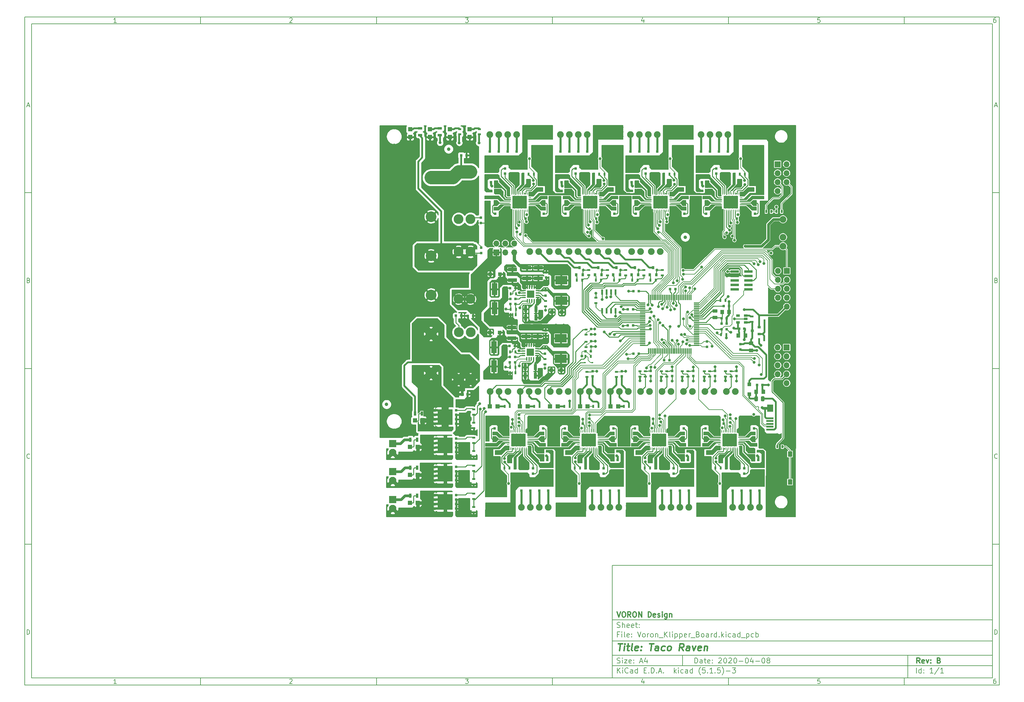
<source format=gtl>
G04 #@! TF.GenerationSoftware,KiCad,Pcbnew,(5.1.5)-3*
G04 #@! TF.CreationDate,2020-04-08T23:35:01-04:00*
G04 #@! TF.ProjectId,Voron_Klipper_Board,566f726f-6e5f-44b6-9c69-707065725f42,B*
G04 #@! TF.SameCoordinates,Original*
G04 #@! TF.FileFunction,Copper,L1,Top*
G04 #@! TF.FilePolarity,Positive*
%FSLAX46Y46*%
G04 Gerber Fmt 4.6, Leading zero omitted, Abs format (unit mm)*
G04 Created by KiCad (PCBNEW (5.1.5)-3) date 2020-04-08 23:35:01*
%MOMM*%
%LPD*%
G04 APERTURE LIST*
%ADD10C,0.100000*%
%ADD11C,0.150000*%
%ADD12C,0.300000*%
%ADD13C,0.400000*%
%ADD14R,0.800000X0.750000*%
%ADD15R,0.750000X0.800000*%
%ADD16R,2.500000X1.000000*%
%ADD17C,1.905000*%
%ADD18R,0.900000X1.700000*%
%ADD19R,0.500000X0.900000*%
%ADD20C,1.000000*%
%ADD21R,0.600000X0.450000*%
%ADD22R,0.700000X1.300000*%
%ADD23R,4.150000X3.650000*%
%ADD24R,0.800000X0.250000*%
%ADD25R,0.250000X0.800000*%
%ADD26C,3.048000*%
%ADD27C,2.780000*%
%ADD28R,2.400000X0.740000*%
%ADD29O,1.700000X1.700000*%
%ADD30R,1.700000X1.700000*%
%ADD31R,0.800000X0.900000*%
%ADD32R,1.100000X1.100000*%
%ADD33R,0.900000X0.500000*%
%ADD34R,3.429000X2.413000*%
%ADD35R,1.600000X3.500000*%
%ADD36C,0.600000*%
%ADD37R,2.100000X2.100000*%
%ADD38C,0.350000*%
%ADD39R,0.350000X0.825000*%
%ADD40R,0.825000X0.350000*%
%ADD41R,1.200000X1.200000*%
%ADD42R,1.300000X0.700000*%
%ADD43C,2.100000*%
%ADD44R,1.000000X1.250000*%
%ADD45R,1.500000X0.300000*%
%ADD46R,0.300000X1.500000*%
%ADD47R,1.700000X2.000000*%
%ADD48R,2.000000X0.500000*%
%ADD49R,0.600000X1.550000*%
%ADD50R,1.250000X1.000000*%
%ADD51R,1.060000X0.650000*%
%ADD52R,0.900000X0.800000*%
%ADD53R,0.700000X0.700000*%
%ADD54R,4.350000X4.510000*%
%ADD55R,1.300000X1.550000*%
%ADD56C,0.800000*%
%ADD57C,0.203200*%
%ADD58C,0.250000*%
%ADD59C,0.254000*%
%ADD60C,0.508000*%
%ADD61C,0.600000*%
%ADD62C,0.762000*%
%ADD63C,0.889000*%
%ADD64C,0.177800*%
%ADD65C,0.381000*%
%ADD66C,3.810000*%
%ADD67C,0.304800*%
G04 APERTURE END LIST*
D10*
D11*
X177002200Y-166007200D02*
X177002200Y-198007200D01*
X285002200Y-198007200D01*
X285002200Y-166007200D01*
X177002200Y-166007200D01*
D10*
D11*
X10000000Y-10000000D02*
X10000000Y-200007200D01*
X287002200Y-200007200D01*
X287002200Y-10000000D01*
X10000000Y-10000000D01*
D10*
D11*
X12000000Y-12000000D02*
X12000000Y-198007200D01*
X285002200Y-198007200D01*
X285002200Y-12000000D01*
X12000000Y-12000000D01*
D10*
D11*
X60000000Y-12000000D02*
X60000000Y-10000000D01*
D10*
D11*
X110000000Y-12000000D02*
X110000000Y-10000000D01*
D10*
D11*
X160000000Y-12000000D02*
X160000000Y-10000000D01*
D10*
D11*
X210000000Y-12000000D02*
X210000000Y-10000000D01*
D10*
D11*
X260000000Y-12000000D02*
X260000000Y-10000000D01*
D10*
D11*
X36065476Y-11588095D02*
X35322619Y-11588095D01*
X35694047Y-11588095D02*
X35694047Y-10288095D01*
X35570238Y-10473809D01*
X35446428Y-10597619D01*
X35322619Y-10659523D01*
D10*
D11*
X85322619Y-10411904D02*
X85384523Y-10350000D01*
X85508333Y-10288095D01*
X85817857Y-10288095D01*
X85941666Y-10350000D01*
X86003571Y-10411904D01*
X86065476Y-10535714D01*
X86065476Y-10659523D01*
X86003571Y-10845238D01*
X85260714Y-11588095D01*
X86065476Y-11588095D01*
D10*
D11*
X135260714Y-10288095D02*
X136065476Y-10288095D01*
X135632142Y-10783333D01*
X135817857Y-10783333D01*
X135941666Y-10845238D01*
X136003571Y-10907142D01*
X136065476Y-11030952D01*
X136065476Y-11340476D01*
X136003571Y-11464285D01*
X135941666Y-11526190D01*
X135817857Y-11588095D01*
X135446428Y-11588095D01*
X135322619Y-11526190D01*
X135260714Y-11464285D01*
D10*
D11*
X185941666Y-10721428D02*
X185941666Y-11588095D01*
X185632142Y-10226190D02*
X185322619Y-11154761D01*
X186127380Y-11154761D01*
D10*
D11*
X236003571Y-10288095D02*
X235384523Y-10288095D01*
X235322619Y-10907142D01*
X235384523Y-10845238D01*
X235508333Y-10783333D01*
X235817857Y-10783333D01*
X235941666Y-10845238D01*
X236003571Y-10907142D01*
X236065476Y-11030952D01*
X236065476Y-11340476D01*
X236003571Y-11464285D01*
X235941666Y-11526190D01*
X235817857Y-11588095D01*
X235508333Y-11588095D01*
X235384523Y-11526190D01*
X235322619Y-11464285D01*
D10*
D11*
X285941666Y-10288095D02*
X285694047Y-10288095D01*
X285570238Y-10350000D01*
X285508333Y-10411904D01*
X285384523Y-10597619D01*
X285322619Y-10845238D01*
X285322619Y-11340476D01*
X285384523Y-11464285D01*
X285446428Y-11526190D01*
X285570238Y-11588095D01*
X285817857Y-11588095D01*
X285941666Y-11526190D01*
X286003571Y-11464285D01*
X286065476Y-11340476D01*
X286065476Y-11030952D01*
X286003571Y-10907142D01*
X285941666Y-10845238D01*
X285817857Y-10783333D01*
X285570238Y-10783333D01*
X285446428Y-10845238D01*
X285384523Y-10907142D01*
X285322619Y-11030952D01*
D10*
D11*
X60000000Y-198007200D02*
X60000000Y-200007200D01*
D10*
D11*
X110000000Y-198007200D02*
X110000000Y-200007200D01*
D10*
D11*
X160000000Y-198007200D02*
X160000000Y-200007200D01*
D10*
D11*
X210000000Y-198007200D02*
X210000000Y-200007200D01*
D10*
D11*
X260000000Y-198007200D02*
X260000000Y-200007200D01*
D10*
D11*
X36065476Y-199595295D02*
X35322619Y-199595295D01*
X35694047Y-199595295D02*
X35694047Y-198295295D01*
X35570238Y-198481009D01*
X35446428Y-198604819D01*
X35322619Y-198666723D01*
D10*
D11*
X85322619Y-198419104D02*
X85384523Y-198357200D01*
X85508333Y-198295295D01*
X85817857Y-198295295D01*
X85941666Y-198357200D01*
X86003571Y-198419104D01*
X86065476Y-198542914D01*
X86065476Y-198666723D01*
X86003571Y-198852438D01*
X85260714Y-199595295D01*
X86065476Y-199595295D01*
D10*
D11*
X135260714Y-198295295D02*
X136065476Y-198295295D01*
X135632142Y-198790533D01*
X135817857Y-198790533D01*
X135941666Y-198852438D01*
X136003571Y-198914342D01*
X136065476Y-199038152D01*
X136065476Y-199347676D01*
X136003571Y-199471485D01*
X135941666Y-199533390D01*
X135817857Y-199595295D01*
X135446428Y-199595295D01*
X135322619Y-199533390D01*
X135260714Y-199471485D01*
D10*
D11*
X185941666Y-198728628D02*
X185941666Y-199595295D01*
X185632142Y-198233390D02*
X185322619Y-199161961D01*
X186127380Y-199161961D01*
D10*
D11*
X236003571Y-198295295D02*
X235384523Y-198295295D01*
X235322619Y-198914342D01*
X235384523Y-198852438D01*
X235508333Y-198790533D01*
X235817857Y-198790533D01*
X235941666Y-198852438D01*
X236003571Y-198914342D01*
X236065476Y-199038152D01*
X236065476Y-199347676D01*
X236003571Y-199471485D01*
X235941666Y-199533390D01*
X235817857Y-199595295D01*
X235508333Y-199595295D01*
X235384523Y-199533390D01*
X235322619Y-199471485D01*
D10*
D11*
X285941666Y-198295295D02*
X285694047Y-198295295D01*
X285570238Y-198357200D01*
X285508333Y-198419104D01*
X285384523Y-198604819D01*
X285322619Y-198852438D01*
X285322619Y-199347676D01*
X285384523Y-199471485D01*
X285446428Y-199533390D01*
X285570238Y-199595295D01*
X285817857Y-199595295D01*
X285941666Y-199533390D01*
X286003571Y-199471485D01*
X286065476Y-199347676D01*
X286065476Y-199038152D01*
X286003571Y-198914342D01*
X285941666Y-198852438D01*
X285817857Y-198790533D01*
X285570238Y-198790533D01*
X285446428Y-198852438D01*
X285384523Y-198914342D01*
X285322619Y-199038152D01*
D10*
D11*
X10000000Y-60000000D02*
X12000000Y-60000000D01*
D10*
D11*
X10000000Y-110000000D02*
X12000000Y-110000000D01*
D10*
D11*
X10000000Y-160000000D02*
X12000000Y-160000000D01*
D10*
D11*
X10690476Y-35216666D02*
X11309523Y-35216666D01*
X10566666Y-35588095D02*
X11000000Y-34288095D01*
X11433333Y-35588095D01*
D10*
D11*
X11092857Y-84907142D02*
X11278571Y-84969047D01*
X11340476Y-85030952D01*
X11402380Y-85154761D01*
X11402380Y-85340476D01*
X11340476Y-85464285D01*
X11278571Y-85526190D01*
X11154761Y-85588095D01*
X10659523Y-85588095D01*
X10659523Y-84288095D01*
X11092857Y-84288095D01*
X11216666Y-84350000D01*
X11278571Y-84411904D01*
X11340476Y-84535714D01*
X11340476Y-84659523D01*
X11278571Y-84783333D01*
X11216666Y-84845238D01*
X11092857Y-84907142D01*
X10659523Y-84907142D01*
D10*
D11*
X11402380Y-135464285D02*
X11340476Y-135526190D01*
X11154761Y-135588095D01*
X11030952Y-135588095D01*
X10845238Y-135526190D01*
X10721428Y-135402380D01*
X10659523Y-135278571D01*
X10597619Y-135030952D01*
X10597619Y-134845238D01*
X10659523Y-134597619D01*
X10721428Y-134473809D01*
X10845238Y-134350000D01*
X11030952Y-134288095D01*
X11154761Y-134288095D01*
X11340476Y-134350000D01*
X11402380Y-134411904D01*
D10*
D11*
X10659523Y-185588095D02*
X10659523Y-184288095D01*
X10969047Y-184288095D01*
X11154761Y-184350000D01*
X11278571Y-184473809D01*
X11340476Y-184597619D01*
X11402380Y-184845238D01*
X11402380Y-185030952D01*
X11340476Y-185278571D01*
X11278571Y-185402380D01*
X11154761Y-185526190D01*
X10969047Y-185588095D01*
X10659523Y-185588095D01*
D10*
D11*
X287002200Y-60000000D02*
X285002200Y-60000000D01*
D10*
D11*
X287002200Y-110000000D02*
X285002200Y-110000000D01*
D10*
D11*
X287002200Y-160000000D02*
X285002200Y-160000000D01*
D10*
D11*
X285692676Y-35216666D02*
X286311723Y-35216666D01*
X285568866Y-35588095D02*
X286002200Y-34288095D01*
X286435533Y-35588095D01*
D10*
D11*
X286095057Y-84907142D02*
X286280771Y-84969047D01*
X286342676Y-85030952D01*
X286404580Y-85154761D01*
X286404580Y-85340476D01*
X286342676Y-85464285D01*
X286280771Y-85526190D01*
X286156961Y-85588095D01*
X285661723Y-85588095D01*
X285661723Y-84288095D01*
X286095057Y-84288095D01*
X286218866Y-84350000D01*
X286280771Y-84411904D01*
X286342676Y-84535714D01*
X286342676Y-84659523D01*
X286280771Y-84783333D01*
X286218866Y-84845238D01*
X286095057Y-84907142D01*
X285661723Y-84907142D01*
D10*
D11*
X286404580Y-135464285D02*
X286342676Y-135526190D01*
X286156961Y-135588095D01*
X286033152Y-135588095D01*
X285847438Y-135526190D01*
X285723628Y-135402380D01*
X285661723Y-135278571D01*
X285599819Y-135030952D01*
X285599819Y-134845238D01*
X285661723Y-134597619D01*
X285723628Y-134473809D01*
X285847438Y-134350000D01*
X286033152Y-134288095D01*
X286156961Y-134288095D01*
X286342676Y-134350000D01*
X286404580Y-134411904D01*
D10*
D11*
X285661723Y-185588095D02*
X285661723Y-184288095D01*
X285971247Y-184288095D01*
X286156961Y-184350000D01*
X286280771Y-184473809D01*
X286342676Y-184597619D01*
X286404580Y-184845238D01*
X286404580Y-185030952D01*
X286342676Y-185278571D01*
X286280771Y-185402380D01*
X286156961Y-185526190D01*
X285971247Y-185588095D01*
X285661723Y-185588095D01*
D10*
D11*
X200434342Y-193785771D02*
X200434342Y-192285771D01*
X200791485Y-192285771D01*
X201005771Y-192357200D01*
X201148628Y-192500057D01*
X201220057Y-192642914D01*
X201291485Y-192928628D01*
X201291485Y-193142914D01*
X201220057Y-193428628D01*
X201148628Y-193571485D01*
X201005771Y-193714342D01*
X200791485Y-193785771D01*
X200434342Y-193785771D01*
X202577200Y-193785771D02*
X202577200Y-193000057D01*
X202505771Y-192857200D01*
X202362914Y-192785771D01*
X202077200Y-192785771D01*
X201934342Y-192857200D01*
X202577200Y-193714342D02*
X202434342Y-193785771D01*
X202077200Y-193785771D01*
X201934342Y-193714342D01*
X201862914Y-193571485D01*
X201862914Y-193428628D01*
X201934342Y-193285771D01*
X202077200Y-193214342D01*
X202434342Y-193214342D01*
X202577200Y-193142914D01*
X203077200Y-192785771D02*
X203648628Y-192785771D01*
X203291485Y-192285771D02*
X203291485Y-193571485D01*
X203362914Y-193714342D01*
X203505771Y-193785771D01*
X203648628Y-193785771D01*
X204720057Y-193714342D02*
X204577200Y-193785771D01*
X204291485Y-193785771D01*
X204148628Y-193714342D01*
X204077200Y-193571485D01*
X204077200Y-193000057D01*
X204148628Y-192857200D01*
X204291485Y-192785771D01*
X204577200Y-192785771D01*
X204720057Y-192857200D01*
X204791485Y-193000057D01*
X204791485Y-193142914D01*
X204077200Y-193285771D01*
X205434342Y-193642914D02*
X205505771Y-193714342D01*
X205434342Y-193785771D01*
X205362914Y-193714342D01*
X205434342Y-193642914D01*
X205434342Y-193785771D01*
X205434342Y-192857200D02*
X205505771Y-192928628D01*
X205434342Y-193000057D01*
X205362914Y-192928628D01*
X205434342Y-192857200D01*
X205434342Y-193000057D01*
X207220057Y-192428628D02*
X207291485Y-192357200D01*
X207434342Y-192285771D01*
X207791485Y-192285771D01*
X207934342Y-192357200D01*
X208005771Y-192428628D01*
X208077200Y-192571485D01*
X208077200Y-192714342D01*
X208005771Y-192928628D01*
X207148628Y-193785771D01*
X208077200Y-193785771D01*
X209005771Y-192285771D02*
X209148628Y-192285771D01*
X209291485Y-192357200D01*
X209362914Y-192428628D01*
X209434342Y-192571485D01*
X209505771Y-192857200D01*
X209505771Y-193214342D01*
X209434342Y-193500057D01*
X209362914Y-193642914D01*
X209291485Y-193714342D01*
X209148628Y-193785771D01*
X209005771Y-193785771D01*
X208862914Y-193714342D01*
X208791485Y-193642914D01*
X208720057Y-193500057D01*
X208648628Y-193214342D01*
X208648628Y-192857200D01*
X208720057Y-192571485D01*
X208791485Y-192428628D01*
X208862914Y-192357200D01*
X209005771Y-192285771D01*
X210077200Y-192428628D02*
X210148628Y-192357200D01*
X210291485Y-192285771D01*
X210648628Y-192285771D01*
X210791485Y-192357200D01*
X210862914Y-192428628D01*
X210934342Y-192571485D01*
X210934342Y-192714342D01*
X210862914Y-192928628D01*
X210005771Y-193785771D01*
X210934342Y-193785771D01*
X211862914Y-192285771D02*
X212005771Y-192285771D01*
X212148628Y-192357200D01*
X212220057Y-192428628D01*
X212291485Y-192571485D01*
X212362914Y-192857200D01*
X212362914Y-193214342D01*
X212291485Y-193500057D01*
X212220057Y-193642914D01*
X212148628Y-193714342D01*
X212005771Y-193785771D01*
X211862914Y-193785771D01*
X211720057Y-193714342D01*
X211648628Y-193642914D01*
X211577200Y-193500057D01*
X211505771Y-193214342D01*
X211505771Y-192857200D01*
X211577200Y-192571485D01*
X211648628Y-192428628D01*
X211720057Y-192357200D01*
X211862914Y-192285771D01*
X213005771Y-193214342D02*
X214148628Y-193214342D01*
X215148628Y-192285771D02*
X215291485Y-192285771D01*
X215434342Y-192357200D01*
X215505771Y-192428628D01*
X215577200Y-192571485D01*
X215648628Y-192857200D01*
X215648628Y-193214342D01*
X215577200Y-193500057D01*
X215505771Y-193642914D01*
X215434342Y-193714342D01*
X215291485Y-193785771D01*
X215148628Y-193785771D01*
X215005771Y-193714342D01*
X214934342Y-193642914D01*
X214862914Y-193500057D01*
X214791485Y-193214342D01*
X214791485Y-192857200D01*
X214862914Y-192571485D01*
X214934342Y-192428628D01*
X215005771Y-192357200D01*
X215148628Y-192285771D01*
X216934342Y-192785771D02*
X216934342Y-193785771D01*
X216577200Y-192214342D02*
X216220057Y-193285771D01*
X217148628Y-193285771D01*
X217720057Y-193214342D02*
X218862914Y-193214342D01*
X219862914Y-192285771D02*
X220005771Y-192285771D01*
X220148628Y-192357200D01*
X220220057Y-192428628D01*
X220291485Y-192571485D01*
X220362914Y-192857200D01*
X220362914Y-193214342D01*
X220291485Y-193500057D01*
X220220057Y-193642914D01*
X220148628Y-193714342D01*
X220005771Y-193785771D01*
X219862914Y-193785771D01*
X219720057Y-193714342D01*
X219648628Y-193642914D01*
X219577200Y-193500057D01*
X219505771Y-193214342D01*
X219505771Y-192857200D01*
X219577200Y-192571485D01*
X219648628Y-192428628D01*
X219720057Y-192357200D01*
X219862914Y-192285771D01*
X221220057Y-192928628D02*
X221077200Y-192857200D01*
X221005771Y-192785771D01*
X220934342Y-192642914D01*
X220934342Y-192571485D01*
X221005771Y-192428628D01*
X221077200Y-192357200D01*
X221220057Y-192285771D01*
X221505771Y-192285771D01*
X221648628Y-192357200D01*
X221720057Y-192428628D01*
X221791485Y-192571485D01*
X221791485Y-192642914D01*
X221720057Y-192785771D01*
X221648628Y-192857200D01*
X221505771Y-192928628D01*
X221220057Y-192928628D01*
X221077200Y-193000057D01*
X221005771Y-193071485D01*
X220934342Y-193214342D01*
X220934342Y-193500057D01*
X221005771Y-193642914D01*
X221077200Y-193714342D01*
X221220057Y-193785771D01*
X221505771Y-193785771D01*
X221648628Y-193714342D01*
X221720057Y-193642914D01*
X221791485Y-193500057D01*
X221791485Y-193214342D01*
X221720057Y-193071485D01*
X221648628Y-193000057D01*
X221505771Y-192928628D01*
D10*
D11*
X177002200Y-194507200D02*
X285002200Y-194507200D01*
D10*
D11*
X178434342Y-196585771D02*
X178434342Y-195085771D01*
X179291485Y-196585771D02*
X178648628Y-195728628D01*
X179291485Y-195085771D02*
X178434342Y-195942914D01*
X179934342Y-196585771D02*
X179934342Y-195585771D01*
X179934342Y-195085771D02*
X179862914Y-195157200D01*
X179934342Y-195228628D01*
X180005771Y-195157200D01*
X179934342Y-195085771D01*
X179934342Y-195228628D01*
X181505771Y-196442914D02*
X181434342Y-196514342D01*
X181220057Y-196585771D01*
X181077200Y-196585771D01*
X180862914Y-196514342D01*
X180720057Y-196371485D01*
X180648628Y-196228628D01*
X180577200Y-195942914D01*
X180577200Y-195728628D01*
X180648628Y-195442914D01*
X180720057Y-195300057D01*
X180862914Y-195157200D01*
X181077200Y-195085771D01*
X181220057Y-195085771D01*
X181434342Y-195157200D01*
X181505771Y-195228628D01*
X182791485Y-196585771D02*
X182791485Y-195800057D01*
X182720057Y-195657200D01*
X182577200Y-195585771D01*
X182291485Y-195585771D01*
X182148628Y-195657200D01*
X182791485Y-196514342D02*
X182648628Y-196585771D01*
X182291485Y-196585771D01*
X182148628Y-196514342D01*
X182077200Y-196371485D01*
X182077200Y-196228628D01*
X182148628Y-196085771D01*
X182291485Y-196014342D01*
X182648628Y-196014342D01*
X182791485Y-195942914D01*
X184148628Y-196585771D02*
X184148628Y-195085771D01*
X184148628Y-196514342D02*
X184005771Y-196585771D01*
X183720057Y-196585771D01*
X183577200Y-196514342D01*
X183505771Y-196442914D01*
X183434342Y-196300057D01*
X183434342Y-195871485D01*
X183505771Y-195728628D01*
X183577200Y-195657200D01*
X183720057Y-195585771D01*
X184005771Y-195585771D01*
X184148628Y-195657200D01*
X186005771Y-195800057D02*
X186505771Y-195800057D01*
X186720057Y-196585771D02*
X186005771Y-196585771D01*
X186005771Y-195085771D01*
X186720057Y-195085771D01*
X187362914Y-196442914D02*
X187434342Y-196514342D01*
X187362914Y-196585771D01*
X187291485Y-196514342D01*
X187362914Y-196442914D01*
X187362914Y-196585771D01*
X188077200Y-196585771D02*
X188077200Y-195085771D01*
X188434342Y-195085771D01*
X188648628Y-195157200D01*
X188791485Y-195300057D01*
X188862914Y-195442914D01*
X188934342Y-195728628D01*
X188934342Y-195942914D01*
X188862914Y-196228628D01*
X188791485Y-196371485D01*
X188648628Y-196514342D01*
X188434342Y-196585771D01*
X188077200Y-196585771D01*
X189577200Y-196442914D02*
X189648628Y-196514342D01*
X189577200Y-196585771D01*
X189505771Y-196514342D01*
X189577200Y-196442914D01*
X189577200Y-196585771D01*
X190220057Y-196157200D02*
X190934342Y-196157200D01*
X190077200Y-196585771D02*
X190577200Y-195085771D01*
X191077200Y-196585771D01*
X191577200Y-196442914D02*
X191648628Y-196514342D01*
X191577200Y-196585771D01*
X191505771Y-196514342D01*
X191577200Y-196442914D01*
X191577200Y-196585771D01*
X194577200Y-196585771D02*
X194577200Y-195085771D01*
X194720057Y-196014342D02*
X195148628Y-196585771D01*
X195148628Y-195585771D02*
X194577200Y-196157200D01*
X195791485Y-196585771D02*
X195791485Y-195585771D01*
X195791485Y-195085771D02*
X195720057Y-195157200D01*
X195791485Y-195228628D01*
X195862914Y-195157200D01*
X195791485Y-195085771D01*
X195791485Y-195228628D01*
X197148628Y-196514342D02*
X197005771Y-196585771D01*
X196720057Y-196585771D01*
X196577200Y-196514342D01*
X196505771Y-196442914D01*
X196434342Y-196300057D01*
X196434342Y-195871485D01*
X196505771Y-195728628D01*
X196577200Y-195657200D01*
X196720057Y-195585771D01*
X197005771Y-195585771D01*
X197148628Y-195657200D01*
X198434342Y-196585771D02*
X198434342Y-195800057D01*
X198362914Y-195657200D01*
X198220057Y-195585771D01*
X197934342Y-195585771D01*
X197791485Y-195657200D01*
X198434342Y-196514342D02*
X198291485Y-196585771D01*
X197934342Y-196585771D01*
X197791485Y-196514342D01*
X197720057Y-196371485D01*
X197720057Y-196228628D01*
X197791485Y-196085771D01*
X197934342Y-196014342D01*
X198291485Y-196014342D01*
X198434342Y-195942914D01*
X199791485Y-196585771D02*
X199791485Y-195085771D01*
X199791485Y-196514342D02*
X199648628Y-196585771D01*
X199362914Y-196585771D01*
X199220057Y-196514342D01*
X199148628Y-196442914D01*
X199077200Y-196300057D01*
X199077200Y-195871485D01*
X199148628Y-195728628D01*
X199220057Y-195657200D01*
X199362914Y-195585771D01*
X199648628Y-195585771D01*
X199791485Y-195657200D01*
X202077200Y-197157200D02*
X202005771Y-197085771D01*
X201862914Y-196871485D01*
X201791485Y-196728628D01*
X201720057Y-196514342D01*
X201648628Y-196157200D01*
X201648628Y-195871485D01*
X201720057Y-195514342D01*
X201791485Y-195300057D01*
X201862914Y-195157200D01*
X202005771Y-194942914D01*
X202077200Y-194871485D01*
X203362914Y-195085771D02*
X202648628Y-195085771D01*
X202577200Y-195800057D01*
X202648628Y-195728628D01*
X202791485Y-195657200D01*
X203148628Y-195657200D01*
X203291485Y-195728628D01*
X203362914Y-195800057D01*
X203434342Y-195942914D01*
X203434342Y-196300057D01*
X203362914Y-196442914D01*
X203291485Y-196514342D01*
X203148628Y-196585771D01*
X202791485Y-196585771D01*
X202648628Y-196514342D01*
X202577200Y-196442914D01*
X204077200Y-196442914D02*
X204148628Y-196514342D01*
X204077200Y-196585771D01*
X204005771Y-196514342D01*
X204077200Y-196442914D01*
X204077200Y-196585771D01*
X205577200Y-196585771D02*
X204720057Y-196585771D01*
X205148628Y-196585771D02*
X205148628Y-195085771D01*
X205005771Y-195300057D01*
X204862914Y-195442914D01*
X204720057Y-195514342D01*
X206220057Y-196442914D02*
X206291485Y-196514342D01*
X206220057Y-196585771D01*
X206148628Y-196514342D01*
X206220057Y-196442914D01*
X206220057Y-196585771D01*
X207648628Y-195085771D02*
X206934342Y-195085771D01*
X206862914Y-195800057D01*
X206934342Y-195728628D01*
X207077200Y-195657200D01*
X207434342Y-195657200D01*
X207577200Y-195728628D01*
X207648628Y-195800057D01*
X207720057Y-195942914D01*
X207720057Y-196300057D01*
X207648628Y-196442914D01*
X207577200Y-196514342D01*
X207434342Y-196585771D01*
X207077200Y-196585771D01*
X206934342Y-196514342D01*
X206862914Y-196442914D01*
X208220057Y-197157200D02*
X208291485Y-197085771D01*
X208434342Y-196871485D01*
X208505771Y-196728628D01*
X208577200Y-196514342D01*
X208648628Y-196157200D01*
X208648628Y-195871485D01*
X208577200Y-195514342D01*
X208505771Y-195300057D01*
X208434342Y-195157200D01*
X208291485Y-194942914D01*
X208220057Y-194871485D01*
X209362914Y-196014342D02*
X210505771Y-196014342D01*
X211077200Y-195085771D02*
X212005771Y-195085771D01*
X211505771Y-195657200D01*
X211720057Y-195657200D01*
X211862914Y-195728628D01*
X211934342Y-195800057D01*
X212005771Y-195942914D01*
X212005771Y-196300057D01*
X211934342Y-196442914D01*
X211862914Y-196514342D01*
X211720057Y-196585771D01*
X211291485Y-196585771D01*
X211148628Y-196514342D01*
X211077200Y-196442914D01*
D10*
D11*
X177002200Y-191507200D02*
X285002200Y-191507200D01*
D10*
D12*
X264411485Y-193785771D02*
X263911485Y-193071485D01*
X263554342Y-193785771D02*
X263554342Y-192285771D01*
X264125771Y-192285771D01*
X264268628Y-192357200D01*
X264340057Y-192428628D01*
X264411485Y-192571485D01*
X264411485Y-192785771D01*
X264340057Y-192928628D01*
X264268628Y-193000057D01*
X264125771Y-193071485D01*
X263554342Y-193071485D01*
X265625771Y-193714342D02*
X265482914Y-193785771D01*
X265197200Y-193785771D01*
X265054342Y-193714342D01*
X264982914Y-193571485D01*
X264982914Y-193000057D01*
X265054342Y-192857200D01*
X265197200Y-192785771D01*
X265482914Y-192785771D01*
X265625771Y-192857200D01*
X265697200Y-193000057D01*
X265697200Y-193142914D01*
X264982914Y-193285771D01*
X266197200Y-192785771D02*
X266554342Y-193785771D01*
X266911485Y-192785771D01*
X267482914Y-193642914D02*
X267554342Y-193714342D01*
X267482914Y-193785771D01*
X267411485Y-193714342D01*
X267482914Y-193642914D01*
X267482914Y-193785771D01*
X267482914Y-192857200D02*
X267554342Y-192928628D01*
X267482914Y-193000057D01*
X267411485Y-192928628D01*
X267482914Y-192857200D01*
X267482914Y-193000057D01*
X269840057Y-193000057D02*
X270054342Y-193071485D01*
X270125771Y-193142914D01*
X270197200Y-193285771D01*
X270197200Y-193500057D01*
X270125771Y-193642914D01*
X270054342Y-193714342D01*
X269911485Y-193785771D01*
X269340057Y-193785771D01*
X269340057Y-192285771D01*
X269840057Y-192285771D01*
X269982914Y-192357200D01*
X270054342Y-192428628D01*
X270125771Y-192571485D01*
X270125771Y-192714342D01*
X270054342Y-192857200D01*
X269982914Y-192928628D01*
X269840057Y-193000057D01*
X269340057Y-193000057D01*
D10*
D11*
X178362914Y-193714342D02*
X178577200Y-193785771D01*
X178934342Y-193785771D01*
X179077200Y-193714342D01*
X179148628Y-193642914D01*
X179220057Y-193500057D01*
X179220057Y-193357200D01*
X179148628Y-193214342D01*
X179077200Y-193142914D01*
X178934342Y-193071485D01*
X178648628Y-193000057D01*
X178505771Y-192928628D01*
X178434342Y-192857200D01*
X178362914Y-192714342D01*
X178362914Y-192571485D01*
X178434342Y-192428628D01*
X178505771Y-192357200D01*
X178648628Y-192285771D01*
X179005771Y-192285771D01*
X179220057Y-192357200D01*
X179862914Y-193785771D02*
X179862914Y-192785771D01*
X179862914Y-192285771D02*
X179791485Y-192357200D01*
X179862914Y-192428628D01*
X179934342Y-192357200D01*
X179862914Y-192285771D01*
X179862914Y-192428628D01*
X180434342Y-192785771D02*
X181220057Y-192785771D01*
X180434342Y-193785771D01*
X181220057Y-193785771D01*
X182362914Y-193714342D02*
X182220057Y-193785771D01*
X181934342Y-193785771D01*
X181791485Y-193714342D01*
X181720057Y-193571485D01*
X181720057Y-193000057D01*
X181791485Y-192857200D01*
X181934342Y-192785771D01*
X182220057Y-192785771D01*
X182362914Y-192857200D01*
X182434342Y-193000057D01*
X182434342Y-193142914D01*
X181720057Y-193285771D01*
X183077200Y-193642914D02*
X183148628Y-193714342D01*
X183077200Y-193785771D01*
X183005771Y-193714342D01*
X183077200Y-193642914D01*
X183077200Y-193785771D01*
X183077200Y-192857200D02*
X183148628Y-192928628D01*
X183077200Y-193000057D01*
X183005771Y-192928628D01*
X183077200Y-192857200D01*
X183077200Y-193000057D01*
X184862914Y-193357200D02*
X185577200Y-193357200D01*
X184720057Y-193785771D02*
X185220057Y-192285771D01*
X185720057Y-193785771D01*
X186862914Y-192785771D02*
X186862914Y-193785771D01*
X186505771Y-192214342D02*
X186148628Y-193285771D01*
X187077200Y-193285771D01*
D10*
D11*
X263434342Y-196585771D02*
X263434342Y-195085771D01*
X264791485Y-196585771D02*
X264791485Y-195085771D01*
X264791485Y-196514342D02*
X264648628Y-196585771D01*
X264362914Y-196585771D01*
X264220057Y-196514342D01*
X264148628Y-196442914D01*
X264077200Y-196300057D01*
X264077200Y-195871485D01*
X264148628Y-195728628D01*
X264220057Y-195657200D01*
X264362914Y-195585771D01*
X264648628Y-195585771D01*
X264791485Y-195657200D01*
X265505771Y-196442914D02*
X265577200Y-196514342D01*
X265505771Y-196585771D01*
X265434342Y-196514342D01*
X265505771Y-196442914D01*
X265505771Y-196585771D01*
X265505771Y-195657200D02*
X265577200Y-195728628D01*
X265505771Y-195800057D01*
X265434342Y-195728628D01*
X265505771Y-195657200D01*
X265505771Y-195800057D01*
X268148628Y-196585771D02*
X267291485Y-196585771D01*
X267720057Y-196585771D02*
X267720057Y-195085771D01*
X267577200Y-195300057D01*
X267434342Y-195442914D01*
X267291485Y-195514342D01*
X269862914Y-195014342D02*
X268577200Y-196942914D01*
X271148628Y-196585771D02*
X270291485Y-196585771D01*
X270720057Y-196585771D02*
X270720057Y-195085771D01*
X270577200Y-195300057D01*
X270434342Y-195442914D01*
X270291485Y-195514342D01*
D10*
D11*
X177002200Y-187507200D02*
X285002200Y-187507200D01*
D10*
D13*
X178714580Y-188211961D02*
X179857438Y-188211961D01*
X179036009Y-190211961D02*
X179286009Y-188211961D01*
X180274104Y-190211961D02*
X180440771Y-188878628D01*
X180524104Y-188211961D02*
X180416961Y-188307200D01*
X180500295Y-188402438D01*
X180607438Y-188307200D01*
X180524104Y-188211961D01*
X180500295Y-188402438D01*
X181107438Y-188878628D02*
X181869342Y-188878628D01*
X181476485Y-188211961D02*
X181262200Y-189926247D01*
X181333628Y-190116723D01*
X181512200Y-190211961D01*
X181702676Y-190211961D01*
X182655057Y-190211961D02*
X182476485Y-190116723D01*
X182405057Y-189926247D01*
X182619342Y-188211961D01*
X184190771Y-190116723D02*
X183988390Y-190211961D01*
X183607438Y-190211961D01*
X183428866Y-190116723D01*
X183357438Y-189926247D01*
X183452676Y-189164342D01*
X183571723Y-188973866D01*
X183774104Y-188878628D01*
X184155057Y-188878628D01*
X184333628Y-188973866D01*
X184405057Y-189164342D01*
X184381247Y-189354819D01*
X183405057Y-189545295D01*
X185155057Y-190021485D02*
X185238390Y-190116723D01*
X185131247Y-190211961D01*
X185047914Y-190116723D01*
X185155057Y-190021485D01*
X185131247Y-190211961D01*
X185286009Y-188973866D02*
X185369342Y-189069104D01*
X185262200Y-189164342D01*
X185178866Y-189069104D01*
X185286009Y-188973866D01*
X185262200Y-189164342D01*
X187571723Y-188211961D02*
X188714580Y-188211961D01*
X187893152Y-190211961D02*
X188143152Y-188211961D01*
X189988390Y-190211961D02*
X190119342Y-189164342D01*
X190047914Y-188973866D01*
X189869342Y-188878628D01*
X189488390Y-188878628D01*
X189286009Y-188973866D01*
X190000295Y-190116723D02*
X189797914Y-190211961D01*
X189321723Y-190211961D01*
X189143152Y-190116723D01*
X189071723Y-189926247D01*
X189095533Y-189735771D01*
X189214580Y-189545295D01*
X189416961Y-189450057D01*
X189893152Y-189450057D01*
X190095533Y-189354819D01*
X191809819Y-190116723D02*
X191607438Y-190211961D01*
X191226485Y-190211961D01*
X191047914Y-190116723D01*
X190964580Y-190021485D01*
X190893152Y-189831009D01*
X190964580Y-189259580D01*
X191083628Y-189069104D01*
X191190771Y-188973866D01*
X191393152Y-188878628D01*
X191774104Y-188878628D01*
X191952676Y-188973866D01*
X192940771Y-190211961D02*
X192762200Y-190116723D01*
X192678866Y-190021485D01*
X192607438Y-189831009D01*
X192678866Y-189259580D01*
X192797914Y-189069104D01*
X192905057Y-188973866D01*
X193107438Y-188878628D01*
X193393152Y-188878628D01*
X193571723Y-188973866D01*
X193655057Y-189069104D01*
X193726485Y-189259580D01*
X193655057Y-189831009D01*
X193536009Y-190021485D01*
X193428866Y-190116723D01*
X193226485Y-190211961D01*
X192940771Y-190211961D01*
X197131247Y-190211961D02*
X196583628Y-189259580D01*
X195988390Y-190211961D02*
X196238390Y-188211961D01*
X197000295Y-188211961D01*
X197178866Y-188307200D01*
X197262200Y-188402438D01*
X197333628Y-188592914D01*
X197297914Y-188878628D01*
X197178866Y-189069104D01*
X197071723Y-189164342D01*
X196869342Y-189259580D01*
X196107438Y-189259580D01*
X198845533Y-190211961D02*
X198976485Y-189164342D01*
X198905057Y-188973866D01*
X198726485Y-188878628D01*
X198345533Y-188878628D01*
X198143152Y-188973866D01*
X198857438Y-190116723D02*
X198655057Y-190211961D01*
X198178866Y-190211961D01*
X198000295Y-190116723D01*
X197928866Y-189926247D01*
X197952676Y-189735771D01*
X198071723Y-189545295D01*
X198274104Y-189450057D01*
X198750295Y-189450057D01*
X198952676Y-189354819D01*
X199774104Y-188878628D02*
X200083628Y-190211961D01*
X200726485Y-188878628D01*
X202095533Y-190116723D02*
X201893152Y-190211961D01*
X201512200Y-190211961D01*
X201333628Y-190116723D01*
X201262200Y-189926247D01*
X201357438Y-189164342D01*
X201476485Y-188973866D01*
X201678866Y-188878628D01*
X202059819Y-188878628D01*
X202238390Y-188973866D01*
X202309819Y-189164342D01*
X202286009Y-189354819D01*
X201309819Y-189545295D01*
X203202676Y-188878628D02*
X203036009Y-190211961D01*
X203178866Y-189069104D02*
X203286009Y-188973866D01*
X203488390Y-188878628D01*
X203774104Y-188878628D01*
X203952676Y-188973866D01*
X204024104Y-189164342D01*
X203893152Y-190211961D01*
D10*
D11*
X178934342Y-185600057D02*
X178434342Y-185600057D01*
X178434342Y-186385771D02*
X178434342Y-184885771D01*
X179148628Y-184885771D01*
X179720057Y-186385771D02*
X179720057Y-185385771D01*
X179720057Y-184885771D02*
X179648628Y-184957200D01*
X179720057Y-185028628D01*
X179791485Y-184957200D01*
X179720057Y-184885771D01*
X179720057Y-185028628D01*
X180648628Y-186385771D02*
X180505771Y-186314342D01*
X180434342Y-186171485D01*
X180434342Y-184885771D01*
X181791485Y-186314342D02*
X181648628Y-186385771D01*
X181362914Y-186385771D01*
X181220057Y-186314342D01*
X181148628Y-186171485D01*
X181148628Y-185600057D01*
X181220057Y-185457200D01*
X181362914Y-185385771D01*
X181648628Y-185385771D01*
X181791485Y-185457200D01*
X181862914Y-185600057D01*
X181862914Y-185742914D01*
X181148628Y-185885771D01*
X182505771Y-186242914D02*
X182577200Y-186314342D01*
X182505771Y-186385771D01*
X182434342Y-186314342D01*
X182505771Y-186242914D01*
X182505771Y-186385771D01*
X182505771Y-185457200D02*
X182577200Y-185528628D01*
X182505771Y-185600057D01*
X182434342Y-185528628D01*
X182505771Y-185457200D01*
X182505771Y-185600057D01*
X184148628Y-184885771D02*
X184648628Y-186385771D01*
X185148628Y-184885771D01*
X185862914Y-186385771D02*
X185720057Y-186314342D01*
X185648628Y-186242914D01*
X185577200Y-186100057D01*
X185577200Y-185671485D01*
X185648628Y-185528628D01*
X185720057Y-185457200D01*
X185862914Y-185385771D01*
X186077200Y-185385771D01*
X186220057Y-185457200D01*
X186291485Y-185528628D01*
X186362914Y-185671485D01*
X186362914Y-186100057D01*
X186291485Y-186242914D01*
X186220057Y-186314342D01*
X186077200Y-186385771D01*
X185862914Y-186385771D01*
X187005771Y-186385771D02*
X187005771Y-185385771D01*
X187005771Y-185671485D02*
X187077200Y-185528628D01*
X187148628Y-185457200D01*
X187291485Y-185385771D01*
X187434342Y-185385771D01*
X188148628Y-186385771D02*
X188005771Y-186314342D01*
X187934342Y-186242914D01*
X187862914Y-186100057D01*
X187862914Y-185671485D01*
X187934342Y-185528628D01*
X188005771Y-185457200D01*
X188148628Y-185385771D01*
X188362914Y-185385771D01*
X188505771Y-185457200D01*
X188577200Y-185528628D01*
X188648628Y-185671485D01*
X188648628Y-186100057D01*
X188577200Y-186242914D01*
X188505771Y-186314342D01*
X188362914Y-186385771D01*
X188148628Y-186385771D01*
X189291485Y-185385771D02*
X189291485Y-186385771D01*
X189291485Y-185528628D02*
X189362914Y-185457200D01*
X189505771Y-185385771D01*
X189720057Y-185385771D01*
X189862914Y-185457200D01*
X189934342Y-185600057D01*
X189934342Y-186385771D01*
X190291485Y-186528628D02*
X191434342Y-186528628D01*
X191791485Y-186385771D02*
X191791485Y-184885771D01*
X192648628Y-186385771D02*
X192005771Y-185528628D01*
X192648628Y-184885771D02*
X191791485Y-185742914D01*
X193505771Y-186385771D02*
X193362914Y-186314342D01*
X193291485Y-186171485D01*
X193291485Y-184885771D01*
X194077200Y-186385771D02*
X194077200Y-185385771D01*
X194077200Y-184885771D02*
X194005771Y-184957200D01*
X194077200Y-185028628D01*
X194148628Y-184957200D01*
X194077200Y-184885771D01*
X194077200Y-185028628D01*
X194791485Y-185385771D02*
X194791485Y-186885771D01*
X194791485Y-185457200D02*
X194934342Y-185385771D01*
X195220057Y-185385771D01*
X195362914Y-185457200D01*
X195434342Y-185528628D01*
X195505771Y-185671485D01*
X195505771Y-186100057D01*
X195434342Y-186242914D01*
X195362914Y-186314342D01*
X195220057Y-186385771D01*
X194934342Y-186385771D01*
X194791485Y-186314342D01*
X196148628Y-185385771D02*
X196148628Y-186885771D01*
X196148628Y-185457200D02*
X196291485Y-185385771D01*
X196577200Y-185385771D01*
X196720057Y-185457200D01*
X196791485Y-185528628D01*
X196862914Y-185671485D01*
X196862914Y-186100057D01*
X196791485Y-186242914D01*
X196720057Y-186314342D01*
X196577200Y-186385771D01*
X196291485Y-186385771D01*
X196148628Y-186314342D01*
X198077200Y-186314342D02*
X197934342Y-186385771D01*
X197648628Y-186385771D01*
X197505771Y-186314342D01*
X197434342Y-186171485D01*
X197434342Y-185600057D01*
X197505771Y-185457200D01*
X197648628Y-185385771D01*
X197934342Y-185385771D01*
X198077200Y-185457200D01*
X198148628Y-185600057D01*
X198148628Y-185742914D01*
X197434342Y-185885771D01*
X198791485Y-186385771D02*
X198791485Y-185385771D01*
X198791485Y-185671485D02*
X198862914Y-185528628D01*
X198934342Y-185457200D01*
X199077200Y-185385771D01*
X199220057Y-185385771D01*
X199362914Y-186528628D02*
X200505771Y-186528628D01*
X201362914Y-185600057D02*
X201577200Y-185671485D01*
X201648628Y-185742914D01*
X201720057Y-185885771D01*
X201720057Y-186100057D01*
X201648628Y-186242914D01*
X201577200Y-186314342D01*
X201434342Y-186385771D01*
X200862914Y-186385771D01*
X200862914Y-184885771D01*
X201362914Y-184885771D01*
X201505771Y-184957200D01*
X201577200Y-185028628D01*
X201648628Y-185171485D01*
X201648628Y-185314342D01*
X201577200Y-185457200D01*
X201505771Y-185528628D01*
X201362914Y-185600057D01*
X200862914Y-185600057D01*
X202577200Y-186385771D02*
X202434342Y-186314342D01*
X202362914Y-186242914D01*
X202291485Y-186100057D01*
X202291485Y-185671485D01*
X202362914Y-185528628D01*
X202434342Y-185457200D01*
X202577200Y-185385771D01*
X202791485Y-185385771D01*
X202934342Y-185457200D01*
X203005771Y-185528628D01*
X203077200Y-185671485D01*
X203077200Y-186100057D01*
X203005771Y-186242914D01*
X202934342Y-186314342D01*
X202791485Y-186385771D01*
X202577200Y-186385771D01*
X204362914Y-186385771D02*
X204362914Y-185600057D01*
X204291485Y-185457200D01*
X204148628Y-185385771D01*
X203862914Y-185385771D01*
X203720057Y-185457200D01*
X204362914Y-186314342D02*
X204220057Y-186385771D01*
X203862914Y-186385771D01*
X203720057Y-186314342D01*
X203648628Y-186171485D01*
X203648628Y-186028628D01*
X203720057Y-185885771D01*
X203862914Y-185814342D01*
X204220057Y-185814342D01*
X204362914Y-185742914D01*
X205077200Y-186385771D02*
X205077200Y-185385771D01*
X205077200Y-185671485D02*
X205148628Y-185528628D01*
X205220057Y-185457200D01*
X205362914Y-185385771D01*
X205505771Y-185385771D01*
X206648628Y-186385771D02*
X206648628Y-184885771D01*
X206648628Y-186314342D02*
X206505771Y-186385771D01*
X206220057Y-186385771D01*
X206077200Y-186314342D01*
X206005771Y-186242914D01*
X205934342Y-186100057D01*
X205934342Y-185671485D01*
X206005771Y-185528628D01*
X206077200Y-185457200D01*
X206220057Y-185385771D01*
X206505771Y-185385771D01*
X206648628Y-185457200D01*
X207362914Y-186242914D02*
X207434342Y-186314342D01*
X207362914Y-186385771D01*
X207291485Y-186314342D01*
X207362914Y-186242914D01*
X207362914Y-186385771D01*
X208077200Y-186385771D02*
X208077200Y-184885771D01*
X208220057Y-185814342D02*
X208648628Y-186385771D01*
X208648628Y-185385771D02*
X208077200Y-185957200D01*
X209291485Y-186385771D02*
X209291485Y-185385771D01*
X209291485Y-184885771D02*
X209220057Y-184957200D01*
X209291485Y-185028628D01*
X209362914Y-184957200D01*
X209291485Y-184885771D01*
X209291485Y-185028628D01*
X210648628Y-186314342D02*
X210505771Y-186385771D01*
X210220057Y-186385771D01*
X210077200Y-186314342D01*
X210005771Y-186242914D01*
X209934342Y-186100057D01*
X209934342Y-185671485D01*
X210005771Y-185528628D01*
X210077200Y-185457200D01*
X210220057Y-185385771D01*
X210505771Y-185385771D01*
X210648628Y-185457200D01*
X211934342Y-186385771D02*
X211934342Y-185600057D01*
X211862914Y-185457200D01*
X211720057Y-185385771D01*
X211434342Y-185385771D01*
X211291485Y-185457200D01*
X211934342Y-186314342D02*
X211791485Y-186385771D01*
X211434342Y-186385771D01*
X211291485Y-186314342D01*
X211220057Y-186171485D01*
X211220057Y-186028628D01*
X211291485Y-185885771D01*
X211434342Y-185814342D01*
X211791485Y-185814342D01*
X211934342Y-185742914D01*
X213291485Y-186385771D02*
X213291485Y-184885771D01*
X213291485Y-186314342D02*
X213148628Y-186385771D01*
X212862914Y-186385771D01*
X212720057Y-186314342D01*
X212648628Y-186242914D01*
X212577200Y-186100057D01*
X212577200Y-185671485D01*
X212648628Y-185528628D01*
X212720057Y-185457200D01*
X212862914Y-185385771D01*
X213148628Y-185385771D01*
X213291485Y-185457200D01*
X213648628Y-186528628D02*
X214791485Y-186528628D01*
X215148628Y-185385771D02*
X215148628Y-186885771D01*
X215148628Y-185457200D02*
X215291485Y-185385771D01*
X215577200Y-185385771D01*
X215720057Y-185457200D01*
X215791485Y-185528628D01*
X215862914Y-185671485D01*
X215862914Y-186100057D01*
X215791485Y-186242914D01*
X215720057Y-186314342D01*
X215577200Y-186385771D01*
X215291485Y-186385771D01*
X215148628Y-186314342D01*
X217148628Y-186314342D02*
X217005771Y-186385771D01*
X216720057Y-186385771D01*
X216577200Y-186314342D01*
X216505771Y-186242914D01*
X216434342Y-186100057D01*
X216434342Y-185671485D01*
X216505771Y-185528628D01*
X216577200Y-185457200D01*
X216720057Y-185385771D01*
X217005771Y-185385771D01*
X217148628Y-185457200D01*
X217791485Y-186385771D02*
X217791485Y-184885771D01*
X217791485Y-185457200D02*
X217934342Y-185385771D01*
X218220057Y-185385771D01*
X218362914Y-185457200D01*
X218434342Y-185528628D01*
X218505771Y-185671485D01*
X218505771Y-186100057D01*
X218434342Y-186242914D01*
X218362914Y-186314342D01*
X218220057Y-186385771D01*
X217934342Y-186385771D01*
X217791485Y-186314342D01*
D10*
D11*
X177002200Y-181507200D02*
X285002200Y-181507200D01*
D10*
D11*
X178362914Y-183614342D02*
X178577200Y-183685771D01*
X178934342Y-183685771D01*
X179077200Y-183614342D01*
X179148628Y-183542914D01*
X179220057Y-183400057D01*
X179220057Y-183257200D01*
X179148628Y-183114342D01*
X179077200Y-183042914D01*
X178934342Y-182971485D01*
X178648628Y-182900057D01*
X178505771Y-182828628D01*
X178434342Y-182757200D01*
X178362914Y-182614342D01*
X178362914Y-182471485D01*
X178434342Y-182328628D01*
X178505771Y-182257200D01*
X178648628Y-182185771D01*
X179005771Y-182185771D01*
X179220057Y-182257200D01*
X179862914Y-183685771D02*
X179862914Y-182185771D01*
X180505771Y-183685771D02*
X180505771Y-182900057D01*
X180434342Y-182757200D01*
X180291485Y-182685771D01*
X180077200Y-182685771D01*
X179934342Y-182757200D01*
X179862914Y-182828628D01*
X181791485Y-183614342D02*
X181648628Y-183685771D01*
X181362914Y-183685771D01*
X181220057Y-183614342D01*
X181148628Y-183471485D01*
X181148628Y-182900057D01*
X181220057Y-182757200D01*
X181362914Y-182685771D01*
X181648628Y-182685771D01*
X181791485Y-182757200D01*
X181862914Y-182900057D01*
X181862914Y-183042914D01*
X181148628Y-183185771D01*
X183077200Y-183614342D02*
X182934342Y-183685771D01*
X182648628Y-183685771D01*
X182505771Y-183614342D01*
X182434342Y-183471485D01*
X182434342Y-182900057D01*
X182505771Y-182757200D01*
X182648628Y-182685771D01*
X182934342Y-182685771D01*
X183077200Y-182757200D01*
X183148628Y-182900057D01*
X183148628Y-183042914D01*
X182434342Y-183185771D01*
X183577200Y-182685771D02*
X184148628Y-182685771D01*
X183791485Y-182185771D02*
X183791485Y-183471485D01*
X183862914Y-183614342D01*
X184005771Y-183685771D01*
X184148628Y-183685771D01*
X184648628Y-183542914D02*
X184720057Y-183614342D01*
X184648628Y-183685771D01*
X184577200Y-183614342D01*
X184648628Y-183542914D01*
X184648628Y-183685771D01*
X184648628Y-182757200D02*
X184720057Y-182828628D01*
X184648628Y-182900057D01*
X184577200Y-182828628D01*
X184648628Y-182757200D01*
X184648628Y-182900057D01*
D10*
D12*
X178340057Y-179185771D02*
X178840057Y-180685771D01*
X179340057Y-179185771D01*
X180125771Y-179185771D02*
X180411485Y-179185771D01*
X180554342Y-179257200D01*
X180697200Y-179400057D01*
X180768628Y-179685771D01*
X180768628Y-180185771D01*
X180697200Y-180471485D01*
X180554342Y-180614342D01*
X180411485Y-180685771D01*
X180125771Y-180685771D01*
X179982914Y-180614342D01*
X179840057Y-180471485D01*
X179768628Y-180185771D01*
X179768628Y-179685771D01*
X179840057Y-179400057D01*
X179982914Y-179257200D01*
X180125771Y-179185771D01*
X182268628Y-180685771D02*
X181768628Y-179971485D01*
X181411485Y-180685771D02*
X181411485Y-179185771D01*
X181982914Y-179185771D01*
X182125771Y-179257200D01*
X182197200Y-179328628D01*
X182268628Y-179471485D01*
X182268628Y-179685771D01*
X182197200Y-179828628D01*
X182125771Y-179900057D01*
X181982914Y-179971485D01*
X181411485Y-179971485D01*
X183197200Y-179185771D02*
X183482914Y-179185771D01*
X183625771Y-179257200D01*
X183768628Y-179400057D01*
X183840057Y-179685771D01*
X183840057Y-180185771D01*
X183768628Y-180471485D01*
X183625771Y-180614342D01*
X183482914Y-180685771D01*
X183197200Y-180685771D01*
X183054342Y-180614342D01*
X182911485Y-180471485D01*
X182840057Y-180185771D01*
X182840057Y-179685771D01*
X182911485Y-179400057D01*
X183054342Y-179257200D01*
X183197200Y-179185771D01*
X184482914Y-180685771D02*
X184482914Y-179185771D01*
X185340057Y-180685771D01*
X185340057Y-179185771D01*
X187197200Y-180685771D02*
X187197200Y-179185771D01*
X187554342Y-179185771D01*
X187768628Y-179257200D01*
X187911485Y-179400057D01*
X187982914Y-179542914D01*
X188054342Y-179828628D01*
X188054342Y-180042914D01*
X187982914Y-180328628D01*
X187911485Y-180471485D01*
X187768628Y-180614342D01*
X187554342Y-180685771D01*
X187197200Y-180685771D01*
X189268628Y-180614342D02*
X189125771Y-180685771D01*
X188840057Y-180685771D01*
X188697200Y-180614342D01*
X188625771Y-180471485D01*
X188625771Y-179900057D01*
X188697200Y-179757200D01*
X188840057Y-179685771D01*
X189125771Y-179685771D01*
X189268628Y-179757200D01*
X189340057Y-179900057D01*
X189340057Y-180042914D01*
X188625771Y-180185771D01*
X189911485Y-180614342D02*
X190054342Y-180685771D01*
X190340057Y-180685771D01*
X190482914Y-180614342D01*
X190554342Y-180471485D01*
X190554342Y-180400057D01*
X190482914Y-180257200D01*
X190340057Y-180185771D01*
X190125771Y-180185771D01*
X189982914Y-180114342D01*
X189911485Y-179971485D01*
X189911485Y-179900057D01*
X189982914Y-179757200D01*
X190125771Y-179685771D01*
X190340057Y-179685771D01*
X190482914Y-179757200D01*
X191197200Y-180685771D02*
X191197200Y-179685771D01*
X191197200Y-179185771D02*
X191125771Y-179257200D01*
X191197200Y-179328628D01*
X191268628Y-179257200D01*
X191197200Y-179185771D01*
X191197200Y-179328628D01*
X192554342Y-179685771D02*
X192554342Y-180900057D01*
X192482914Y-181042914D01*
X192411485Y-181114342D01*
X192268628Y-181185771D01*
X192054342Y-181185771D01*
X191911485Y-181114342D01*
X192554342Y-180614342D02*
X192411485Y-180685771D01*
X192125771Y-180685771D01*
X191982914Y-180614342D01*
X191911485Y-180542914D01*
X191840057Y-180400057D01*
X191840057Y-179971485D01*
X191911485Y-179828628D01*
X191982914Y-179757200D01*
X192125771Y-179685771D01*
X192411485Y-179685771D01*
X192554342Y-179757200D01*
X193268628Y-179685771D02*
X193268628Y-180685771D01*
X193268628Y-179828628D02*
X193340057Y-179757200D01*
X193482914Y-179685771D01*
X193697200Y-179685771D01*
X193840057Y-179757200D01*
X193911485Y-179900057D01*
X193911485Y-180685771D01*
D10*
D11*
X197002200Y-191507200D02*
X197002200Y-194507200D01*
D10*
D11*
X261002200Y-191507200D02*
X261002200Y-198007200D01*
D14*
X170850000Y-105075000D03*
X169350000Y-105075000D03*
X144275000Y-133925000D03*
X142775000Y-133925000D03*
D15*
X157860000Y-105750000D03*
X157860000Y-104250000D03*
D14*
X149360000Y-108245000D03*
X147860000Y-108245000D03*
X147860000Y-106745000D03*
X149360000Y-106745000D03*
X147810000Y-103600000D03*
X149310000Y-103600000D03*
D15*
X158060000Y-100650000D03*
X158060000Y-99150000D03*
D14*
X178500000Y-136000000D03*
X177000000Y-136000000D03*
X198450000Y-136000000D03*
X196950000Y-136000000D03*
D15*
X172500000Y-139904600D03*
X172500000Y-138404600D03*
D14*
X147850000Y-136350000D03*
X149350000Y-136350000D03*
X205000000Y-127025000D03*
X203500000Y-127025000D03*
X147125000Y-125700000D03*
X148625000Y-125700000D03*
X165225000Y-66000000D03*
X163725000Y-66000000D03*
D15*
X162240000Y-49750000D03*
X162240000Y-48250000D03*
D14*
X135550000Y-49375000D03*
X134050000Y-49375000D03*
D15*
X139750000Y-75625000D03*
X139750000Y-77125000D03*
D14*
X134075000Y-94975000D03*
X132575000Y-94975000D03*
D15*
X139675000Y-68600000D03*
X139675000Y-67100000D03*
D14*
X135925000Y-95000000D03*
X137425000Y-95000000D03*
X135850000Y-117300000D03*
X134350000Y-117300000D03*
D15*
X213375000Y-104600000D03*
X213375000Y-103100000D03*
D14*
X147950000Y-87150000D03*
X149450000Y-87150000D03*
X148000000Y-90235000D03*
X149500000Y-90235000D03*
D15*
X158000000Y-89235000D03*
X158000000Y-87735000D03*
D14*
X149500000Y-91650000D03*
X148000000Y-91650000D03*
X153875000Y-67300000D03*
X152375000Y-67300000D03*
X142500000Y-57000000D03*
X144000000Y-57000000D03*
D15*
X148500000Y-53095400D03*
X148500000Y-54595400D03*
D14*
X153150000Y-56650000D03*
X151650000Y-56650000D03*
D15*
X146500000Y-53095400D03*
X146500000Y-54595400D03*
D14*
X156000000Y-65975000D03*
X157500000Y-65975000D03*
X142500000Y-59500000D03*
X144000000Y-59500000D03*
D15*
X142190000Y-49750000D03*
X142190000Y-48250000D03*
D14*
X145175000Y-66000000D03*
X143675000Y-66000000D03*
D15*
X144730000Y-49750000D03*
X144730000Y-48250000D03*
X147270000Y-49750000D03*
X147270000Y-48250000D03*
X149810000Y-49750000D03*
X149810000Y-48250000D03*
D14*
X156725000Y-59075000D03*
X158225000Y-59075000D03*
X173925000Y-67300000D03*
X172425000Y-67300000D03*
X162550000Y-57000000D03*
X164050000Y-57000000D03*
D15*
X168550000Y-53095400D03*
X168550000Y-54595400D03*
D14*
X173200000Y-56650000D03*
X171700000Y-56650000D03*
D15*
X166550000Y-53095400D03*
X166550000Y-54595400D03*
D14*
X176050000Y-65975000D03*
X177550000Y-65975000D03*
X162550000Y-59500000D03*
X164050000Y-59500000D03*
X176775000Y-59075000D03*
X178275000Y-59075000D03*
D15*
X164780000Y-49750000D03*
X164780000Y-48250000D03*
X167320000Y-49750000D03*
X167320000Y-48250000D03*
X169860000Y-49750000D03*
X169860000Y-48250000D03*
D14*
X193917000Y-67300000D03*
X192417000Y-67300000D03*
X213875000Y-67300000D03*
X212375000Y-67300000D03*
X182500000Y-57000000D03*
X184000000Y-57000000D03*
X202500000Y-57000000D03*
X204000000Y-57000000D03*
D15*
X188500000Y-53095400D03*
X188500000Y-54595400D03*
X208500000Y-53095400D03*
X208500000Y-54595400D03*
D14*
X193150000Y-56650000D03*
X191650000Y-56650000D03*
X213150000Y-56650000D03*
X211650000Y-56650000D03*
D15*
X186500000Y-53095400D03*
X186500000Y-54595400D03*
X206500000Y-53095400D03*
X206500000Y-54595400D03*
D14*
X196000000Y-65975000D03*
X197500000Y-65975000D03*
X216000000Y-65975000D03*
X217500000Y-65975000D03*
X182500000Y-59500000D03*
X184000000Y-59500000D03*
X202500000Y-59500000D03*
X204000000Y-59500000D03*
D15*
X182190000Y-49750000D03*
X182190000Y-48250000D03*
X202190000Y-49750000D03*
X202190000Y-48250000D03*
D14*
X185175000Y-66000000D03*
X183675000Y-66000000D03*
X205175000Y-66000000D03*
X203675000Y-66000000D03*
X196725000Y-59075000D03*
X198225000Y-59075000D03*
X216725000Y-59075000D03*
X218225000Y-59075000D03*
D15*
X184730000Y-49750000D03*
X184730000Y-48250000D03*
X204730000Y-49750000D03*
X204730000Y-48250000D03*
X187270000Y-49750000D03*
X187270000Y-48250000D03*
X207270000Y-49750000D03*
X207270000Y-48250000D03*
X189800000Y-49750000D03*
X189800000Y-48250000D03*
X209810000Y-49750000D03*
X209810000Y-48250000D03*
D14*
X167125000Y-125700000D03*
X168625000Y-125700000D03*
X158500000Y-136000000D03*
X157000000Y-136000000D03*
D15*
X152500000Y-139904600D03*
X152500000Y-138404600D03*
D14*
X167850000Y-136350000D03*
X169350000Y-136350000D03*
D15*
X154500000Y-139900000D03*
X154500000Y-138400000D03*
X174500000Y-139900000D03*
X174500000Y-138400000D03*
D14*
X145000000Y-127025000D03*
X143500000Y-127025000D03*
X165000000Y-127025000D03*
X163500000Y-127025000D03*
X158500000Y-133500000D03*
X157000000Y-133500000D03*
X178500000Y-133500000D03*
X177000000Y-133500000D03*
D15*
X158810000Y-143250000D03*
X158810000Y-144750000D03*
X178810000Y-143250000D03*
X178810000Y-144750000D03*
D14*
X155825000Y-127000000D03*
X157325000Y-127000000D03*
X175825000Y-127000000D03*
X177325000Y-127000000D03*
X164275000Y-133925000D03*
X162775000Y-133925000D03*
D15*
X156270000Y-143250000D03*
X156270000Y-144750000D03*
X176270000Y-143250000D03*
X176270000Y-144750000D03*
X153730000Y-143250000D03*
X153730000Y-144750000D03*
X173730000Y-143250000D03*
X173730000Y-144750000D03*
X151190000Y-143250000D03*
X151190000Y-144750000D03*
X171200000Y-143250000D03*
X171200000Y-144750000D03*
D14*
X187075000Y-125700000D03*
X188575000Y-125700000D03*
X207125000Y-125700000D03*
X208625000Y-125700000D03*
X218500000Y-136000000D03*
X217000000Y-136000000D03*
D15*
X192450000Y-139904600D03*
X192450000Y-138404600D03*
X212500000Y-139904600D03*
X212500000Y-138404600D03*
D14*
X187800000Y-136350000D03*
X189300000Y-136350000D03*
X207850000Y-136350000D03*
X209350000Y-136350000D03*
D15*
X194450000Y-139904600D03*
X194450000Y-138404600D03*
X214500000Y-139904600D03*
X214500000Y-138404600D03*
D14*
X184950000Y-127025000D03*
X183450000Y-127025000D03*
X198450000Y-133500000D03*
X196950000Y-133500000D03*
X218500000Y-133500000D03*
X217000000Y-133500000D03*
D15*
X198760000Y-143250000D03*
X198760000Y-144750000D03*
X218810000Y-143250000D03*
X218810000Y-144750000D03*
D14*
X195775000Y-127000000D03*
X197275000Y-127000000D03*
X215825000Y-127000000D03*
X217325000Y-127000000D03*
X184225000Y-133925000D03*
X182725000Y-133925000D03*
X204275000Y-133925000D03*
X202775000Y-133925000D03*
D15*
X196220000Y-143250000D03*
X196220000Y-144750000D03*
X216270000Y-143250000D03*
X216270000Y-144750000D03*
X193675000Y-143250000D03*
X193675000Y-144750000D03*
X213730000Y-143250000D03*
X213730000Y-144750000D03*
X191140000Y-143250000D03*
X191140000Y-144750000D03*
X211190000Y-143250000D03*
X211190000Y-144750000D03*
X187900000Y-112150000D03*
X187900000Y-110650000D03*
X194000000Y-112150000D03*
X194000000Y-110650000D03*
X200000000Y-112150000D03*
X200000000Y-110650000D03*
X206200000Y-112150000D03*
X206200000Y-110650000D03*
X212300000Y-112150000D03*
X212300000Y-110650000D03*
X158200000Y-84135000D03*
X158200000Y-82635000D03*
X171000000Y-100250000D03*
X171000000Y-98750000D03*
X170975000Y-103750000D03*
X170975000Y-102250000D03*
X171400000Y-112250000D03*
X171400000Y-110750000D03*
X179700000Y-112250000D03*
X179700000Y-110750000D03*
D14*
X191750000Y-107600000D03*
X193250000Y-107600000D03*
D15*
X203900000Y-103800000D03*
X203900000Y-102300000D03*
D14*
X183000000Y-88000000D03*
X184500000Y-88000000D03*
X210150000Y-92225000D03*
X208650000Y-92225000D03*
X209530000Y-98850000D03*
X208030000Y-98850000D03*
X183000000Y-105800000D03*
X184500000Y-105800000D03*
X181400000Y-93200000D03*
X182900000Y-93200000D03*
X209520000Y-97200000D03*
X208020000Y-97200000D03*
X194900000Y-87400000D03*
X193400000Y-87400000D03*
X209530000Y-95710000D03*
X208030000Y-95710000D03*
X181375000Y-97725000D03*
X182875000Y-97725000D03*
X219625000Y-114700000D03*
X218125000Y-114700000D03*
X214525000Y-98700000D03*
X213025000Y-98700000D03*
D16*
X152700000Y-84350000D03*
X152700000Y-81350000D03*
X148450000Y-98350000D03*
X148450000Y-101350000D03*
X155750000Y-100850000D03*
X155750000Y-97850000D03*
X152500000Y-100850000D03*
X152500000Y-97850000D03*
X148600000Y-81850000D03*
X148600000Y-84850000D03*
X155950000Y-84350000D03*
X155950000Y-81350000D03*
D17*
X156072000Y-76740000D03*
X153532000Y-76740000D03*
D18*
X155283200Y-93114200D03*
X152383200Y-93114200D03*
X155273200Y-95504200D03*
X152373200Y-95504200D03*
X155143200Y-109624200D03*
X152243200Y-109624200D03*
D19*
X225123200Y-65334000D03*
X223623200Y-65334000D03*
X220726200Y-65334000D03*
X222226200Y-65334000D03*
D17*
X158810000Y-149500000D03*
X156270000Y-149500000D03*
X153730000Y-149500000D03*
X151190000Y-149500000D03*
X190610000Y-76740000D03*
X188070000Y-76740000D03*
X185028000Y-76740000D03*
X182488000Y-76740000D03*
X178424000Y-76740000D03*
X175884000Y-76740000D03*
X172836000Y-76740000D03*
X170296000Y-76740000D03*
X167248000Y-76740000D03*
X164708000Y-76740000D03*
X161660000Y-76740000D03*
X159120000Y-76740000D03*
X191130000Y-116500000D03*
X193670000Y-116500000D03*
X197230000Y-116500000D03*
X199770000Y-116500000D03*
X203340000Y-116500000D03*
X205880000Y-116500000D03*
X209430000Y-116500000D03*
X211970000Y-116500000D03*
X185030000Y-116500000D03*
X187570000Y-116500000D03*
X181540000Y-116500000D03*
X176460000Y-116500000D03*
X179000000Y-116500000D03*
X172990000Y-116500000D03*
X167910000Y-116500000D03*
X170450000Y-116500000D03*
X164440000Y-116500000D03*
X159360000Y-116500000D03*
X161900000Y-116500000D03*
X155890000Y-116500000D03*
X150810000Y-116500000D03*
X153350000Y-116500000D03*
X147340000Y-116500000D03*
X142260000Y-116500000D03*
X144800000Y-116500000D03*
X142190000Y-43500000D03*
X144730000Y-43500000D03*
X147270000Y-43500000D03*
X149810000Y-43500000D03*
X162240000Y-43500000D03*
X164780000Y-43500000D03*
X167320000Y-43500000D03*
X169860000Y-43500000D03*
X182190000Y-43500000D03*
X184730000Y-43500000D03*
X187270000Y-43500000D03*
X189810000Y-43500000D03*
X202190000Y-43500000D03*
X204730000Y-43500000D03*
X207270000Y-43500000D03*
X209810000Y-43500000D03*
X225525000Y-67570000D03*
X225525000Y-70110000D03*
X225525000Y-72650000D03*
X225525000Y-75190000D03*
X218810000Y-149500000D03*
X216270000Y-149500000D03*
X213730000Y-149500000D03*
X211190000Y-149500000D03*
X198750000Y-149500000D03*
X196210000Y-149500000D03*
X193670000Y-149500000D03*
X191130000Y-149500000D03*
X178810000Y-149500000D03*
X176270000Y-149500000D03*
X173730000Y-149500000D03*
X171190000Y-149500000D03*
D20*
X130475000Y-47575000D03*
X112850000Y-120175000D03*
X197750000Y-72650000D03*
D21*
X171275000Y-108350000D03*
X169175000Y-108350000D03*
D19*
X170850000Y-106575000D03*
X169350000Y-106575000D03*
D22*
X121500000Y-138200000D03*
X119600000Y-138200000D03*
D23*
X190273000Y-130332600D03*
D24*
X193223000Y-128582600D03*
X193223000Y-129082600D03*
X193223000Y-129582600D03*
X193223000Y-130082600D03*
X193223000Y-130582600D03*
X193223000Y-131082600D03*
X193223000Y-131582600D03*
X193223000Y-132082600D03*
D25*
X192523000Y-132782600D03*
X192023000Y-132782600D03*
X191523000Y-132782600D03*
X191023000Y-132782600D03*
X190523000Y-132782600D03*
X190023000Y-132782600D03*
X189523000Y-132782600D03*
X189023000Y-132782600D03*
X188523000Y-132782600D03*
X188023000Y-132782600D03*
D24*
X187323000Y-132082600D03*
X187323000Y-131582600D03*
X187323000Y-131082600D03*
X187323000Y-130582600D03*
X187323000Y-130082600D03*
X187323000Y-129582600D03*
X187323000Y-129082600D03*
X187323000Y-128582600D03*
D25*
X188023000Y-127882600D03*
X188523000Y-127882600D03*
X189023000Y-127882600D03*
X189523000Y-127882600D03*
X190023000Y-127882600D03*
X190523000Y-127882600D03*
X191023000Y-127882600D03*
X191523000Y-127882600D03*
X192023000Y-127882600D03*
X192523000Y-127882600D03*
D26*
X125500000Y-111313000D03*
X125500000Y-100187800D03*
X125500000Y-89062600D03*
X125500000Y-77937400D03*
X125500000Y-66812200D03*
X125500000Y-55687000D03*
D27*
X133350000Y-113156000D03*
X136750000Y-113156000D03*
X133350000Y-99694000D03*
X136750000Y-99694000D03*
D19*
X147900000Y-120750000D03*
X146400000Y-120750000D03*
D28*
X215700000Y-87459998D03*
X211800000Y-87459998D03*
X215700000Y-86189998D03*
X211800000Y-86189998D03*
X215700000Y-84919998D03*
X211800000Y-84919998D03*
X215700000Y-83649998D03*
X211800000Y-83649998D03*
X215700000Y-82379998D03*
X211800000Y-82379998D03*
D29*
X224046000Y-92387500D03*
X226586000Y-92387500D03*
X224046000Y-89847500D03*
X226586000Y-89847500D03*
X224046000Y-87307500D03*
X226586000Y-87307500D03*
X224046000Y-84767500D03*
X226586000Y-84767500D03*
X224046000Y-82227500D03*
D30*
X226586000Y-82227500D03*
D29*
X224010000Y-114160000D03*
X226550000Y-114160000D03*
X224010000Y-111620000D03*
X226550000Y-111620000D03*
X224010000Y-109080000D03*
X226550000Y-109080000D03*
X224010000Y-106540000D03*
X226550000Y-106540000D03*
X224010000Y-104000000D03*
D30*
X226550000Y-104000000D03*
D31*
X173000000Y-81300000D03*
X173950000Y-83300000D03*
X172050000Y-83300000D03*
D32*
X142200000Y-99750000D03*
X145000000Y-99750000D03*
D19*
X149460000Y-109650000D03*
X147960000Y-109650000D03*
D33*
X157860000Y-108795000D03*
X157860000Y-107295000D03*
D18*
X155133200Y-112014200D03*
X152233200Y-112014200D03*
D34*
X162360000Y-101399000D03*
X162360000Y-107241000D03*
D32*
X159660000Y-110445000D03*
X162460000Y-110445000D03*
D19*
X147940000Y-111215000D03*
X149440000Y-111215000D03*
X149460000Y-105245000D03*
X147960000Y-105245000D03*
D35*
X143360000Y-109340000D03*
X143360000Y-103940000D03*
D36*
X154420000Y-106080000D03*
X152920000Y-106080000D03*
X154420000Y-104580000D03*
X152920000Y-104580000D03*
X153670000Y-105330000D03*
D37*
X153670000Y-105330000D03*
D38*
X152695000Y-103755000D03*
D39*
X152695000Y-103342500D03*
D38*
X153345000Y-103755000D03*
D39*
X153345000Y-103342500D03*
D38*
X153995000Y-103755000D03*
D39*
X153995000Y-103342500D03*
D38*
X154645000Y-103755000D03*
D39*
X154645000Y-103342500D03*
D38*
X155245000Y-104355000D03*
D40*
X155657500Y-104355000D03*
D38*
X155245000Y-105005000D03*
D40*
X155657500Y-105005000D03*
D38*
X155245000Y-105655000D03*
D40*
X155657500Y-105655000D03*
D38*
X155245000Y-106305000D03*
D40*
X155657500Y-106305000D03*
D38*
X154645000Y-106905000D03*
D39*
X154645000Y-107317500D03*
D38*
X153995000Y-106905000D03*
D39*
X153995000Y-107317500D03*
D38*
X153345000Y-106905000D03*
D39*
X153345000Y-107317500D03*
D38*
X152695000Y-106905000D03*
D39*
X152695000Y-107317500D03*
D38*
X152095000Y-106305000D03*
D40*
X151682500Y-106305000D03*
D38*
X152095000Y-105655000D03*
D40*
X151682500Y-105655000D03*
D38*
X152095000Y-105005000D03*
D40*
X151682500Y-105005000D03*
D38*
X152095000Y-104355000D03*
D40*
X151682500Y-104355000D03*
D33*
X180800000Y-82000000D03*
X180800000Y-83500000D03*
D34*
X162500000Y-84893000D03*
X162500000Y-90735000D03*
D22*
X219050000Y-130050000D03*
X217150000Y-130050000D03*
D23*
X210323000Y-130332600D03*
D24*
X213273000Y-128582600D03*
X213273000Y-129082600D03*
X213273000Y-129582600D03*
X213273000Y-130082600D03*
X213273000Y-130582600D03*
X213273000Y-131082600D03*
X213273000Y-131582600D03*
X213273000Y-132082600D03*
D25*
X212573000Y-132782600D03*
X212073000Y-132782600D03*
X211573000Y-132782600D03*
X211073000Y-132782600D03*
X210573000Y-132782600D03*
X210073000Y-132782600D03*
X209573000Y-132782600D03*
X209073000Y-132782600D03*
X208573000Y-132782600D03*
X208073000Y-132782600D03*
D24*
X207373000Y-132082600D03*
X207373000Y-131582600D03*
X207373000Y-131082600D03*
X207373000Y-130582600D03*
X207373000Y-130082600D03*
X207373000Y-129582600D03*
X207373000Y-129082600D03*
X207373000Y-128582600D03*
D25*
X208073000Y-127882600D03*
X208573000Y-127882600D03*
X209073000Y-127882600D03*
X209573000Y-127882600D03*
X210073000Y-127882600D03*
X210573000Y-127882600D03*
X211073000Y-127882600D03*
X211573000Y-127882600D03*
X212073000Y-127882600D03*
X212573000Y-127882600D03*
D19*
X211750000Y-54750000D03*
X210250000Y-54750000D03*
D22*
X179450000Y-62900000D03*
X177550000Y-62900000D03*
D35*
X156000000Y-43000000D03*
X156000000Y-48400000D03*
D23*
X150677000Y-62667400D03*
D24*
X147727000Y-64417400D03*
X147727000Y-63917400D03*
X147727000Y-63417400D03*
X147727000Y-62917400D03*
X147727000Y-62417400D03*
X147727000Y-61917400D03*
X147727000Y-61417400D03*
X147727000Y-60917400D03*
D25*
X148427000Y-60217400D03*
X148927000Y-60217400D03*
X149427000Y-60217400D03*
X149927000Y-60217400D03*
X150427000Y-60217400D03*
X150927000Y-60217400D03*
X151427000Y-60217400D03*
X151927000Y-60217400D03*
X152427000Y-60217400D03*
X152927000Y-60217400D03*
D24*
X153627000Y-60917400D03*
X153627000Y-61417400D03*
X153627000Y-61917400D03*
X153627000Y-62417400D03*
X153627000Y-62917400D03*
X153627000Y-63417400D03*
X153627000Y-63917400D03*
X153627000Y-64417400D03*
D25*
X152927000Y-65117400D03*
X152427000Y-65117400D03*
X151927000Y-65117400D03*
X151427000Y-65117400D03*
X150927000Y-65117400D03*
X150427000Y-65117400D03*
X149927000Y-65117400D03*
X149427000Y-65117400D03*
X148927000Y-65117400D03*
X148427000Y-65117400D03*
D41*
X123100000Y-124775000D03*
X120900000Y-124775000D03*
X121668000Y-140250000D03*
X119468000Y-140250000D03*
X121700000Y-132300000D03*
X119500000Y-132300000D03*
X121700000Y-148200000D03*
X119500000Y-148200000D03*
X142150000Y-120750000D03*
X144350000Y-120750000D03*
X150700000Y-120750000D03*
X152900000Y-120750000D03*
X159250000Y-120750000D03*
X161450000Y-120750000D03*
X167800000Y-120750000D03*
X170000000Y-120750000D03*
X176450000Y-120750000D03*
X178650000Y-120750000D03*
X119550000Y-44150000D03*
X119550000Y-41950000D03*
X125178570Y-44150000D03*
X125178570Y-41950000D03*
X130807140Y-44150000D03*
X130807140Y-41950000D03*
X136435710Y-44150000D03*
X136435710Y-41950000D03*
D22*
X159400000Y-62900000D03*
X157500000Y-62900000D03*
X141950000Y-62950000D03*
X143850000Y-62950000D03*
X162000000Y-62950000D03*
X163900000Y-62950000D03*
X199400000Y-62900000D03*
X197500000Y-62900000D03*
X219400000Y-62900000D03*
X217500000Y-62900000D03*
X181950000Y-62950000D03*
X183850000Y-62950000D03*
X201950000Y-62950000D03*
X203850000Y-62950000D03*
X141600000Y-130100000D03*
X143500000Y-130100000D03*
X161600000Y-130100000D03*
X163500000Y-130100000D03*
X159050000Y-130050000D03*
X157150000Y-130050000D03*
X179050000Y-130050000D03*
X177150000Y-130050000D03*
X181550000Y-130100000D03*
X183450000Y-130100000D03*
X201600000Y-130100000D03*
X203500000Y-130100000D03*
X199000000Y-130050000D03*
X197100000Y-130050000D03*
X122850000Y-122825000D03*
X120950000Y-122825000D03*
X121500000Y-130250000D03*
X119600000Y-130250000D03*
X121500000Y-146150000D03*
X119600000Y-146150000D03*
D42*
X122364285Y-41700000D03*
X122364285Y-43600000D03*
X127992855Y-41700000D03*
X127992855Y-43600000D03*
D19*
X154700000Y-54750000D03*
X153200000Y-54750000D03*
X151750000Y-54750000D03*
X150250000Y-54750000D03*
D35*
X176050000Y-43000000D03*
X176050000Y-48400000D03*
X196000000Y-43000000D03*
X196000000Y-48400000D03*
X216000000Y-43000000D03*
X216000000Y-48400000D03*
D19*
X174750000Y-54750000D03*
X173250000Y-54750000D03*
X171800000Y-54750000D03*
X170300000Y-54750000D03*
X194700000Y-54750000D03*
X193200000Y-54750000D03*
X214700000Y-54750000D03*
X213200000Y-54750000D03*
X191750000Y-54750000D03*
X190250000Y-54750000D03*
D29*
X149130000Y-74410000D03*
X149130000Y-76950000D03*
X146590000Y-74410000D03*
X146590000Y-76950000D03*
X144050000Y-74410000D03*
D30*
X144050000Y-76950000D03*
D31*
X188600000Y-81300000D03*
X189550000Y-83300000D03*
X187650000Y-83300000D03*
X183400000Y-81300000D03*
X184350000Y-83300000D03*
X182450000Y-83300000D03*
X178200000Y-81300000D03*
X179150000Y-83300000D03*
X177250000Y-83300000D03*
X167650000Y-81300000D03*
X168600000Y-83300000D03*
X166700000Y-83300000D03*
D43*
X114580000Y-133900000D03*
D37*
X114580000Y-131360000D03*
D43*
X114580000Y-149806000D03*
D37*
X114580000Y-147266000D03*
D35*
X145000000Y-150000000D03*
X145000000Y-144600000D03*
X165000000Y-150000000D03*
X165000000Y-144600000D03*
X184950000Y-150000000D03*
X184950000Y-144600000D03*
X205000000Y-150000000D03*
X205000000Y-144600000D03*
D19*
X166300000Y-138250000D03*
X167800000Y-138250000D03*
X149250000Y-138250000D03*
X150750000Y-138250000D03*
X169250000Y-138250000D03*
X170750000Y-138250000D03*
X186250000Y-138250000D03*
X187750000Y-138250000D03*
X206300000Y-138250000D03*
X207800000Y-138250000D03*
X189200000Y-138250000D03*
X190700000Y-138250000D03*
X209250000Y-138250000D03*
X210750000Y-138250000D03*
D23*
X170727000Y-62667400D03*
D24*
X167777000Y-64417400D03*
X167777000Y-63917400D03*
X167777000Y-63417400D03*
X167777000Y-62917400D03*
X167777000Y-62417400D03*
X167777000Y-61917400D03*
X167777000Y-61417400D03*
X167777000Y-60917400D03*
D25*
X168477000Y-60217400D03*
X168977000Y-60217400D03*
X169477000Y-60217400D03*
X169977000Y-60217400D03*
X170477000Y-60217400D03*
X170977000Y-60217400D03*
X171477000Y-60217400D03*
X171977000Y-60217400D03*
X172477000Y-60217400D03*
X172977000Y-60217400D03*
D24*
X173677000Y-60917400D03*
X173677000Y-61417400D03*
X173677000Y-61917400D03*
X173677000Y-62417400D03*
X173677000Y-62917400D03*
X173677000Y-63417400D03*
X173677000Y-63917400D03*
X173677000Y-64417400D03*
D25*
X172977000Y-65117400D03*
X172477000Y-65117400D03*
X171977000Y-65117400D03*
X171477000Y-65117400D03*
X170977000Y-65117400D03*
X170477000Y-65117400D03*
X169977000Y-65117400D03*
X169477000Y-65117400D03*
X168977000Y-65117400D03*
X168477000Y-65117400D03*
D23*
X190677000Y-62667400D03*
D24*
X187727000Y-64417400D03*
X187727000Y-63917400D03*
X187727000Y-63417400D03*
X187727000Y-62917400D03*
X187727000Y-62417400D03*
X187727000Y-61917400D03*
X187727000Y-61417400D03*
X187727000Y-60917400D03*
D25*
X188427000Y-60217400D03*
X188927000Y-60217400D03*
X189427000Y-60217400D03*
X189927000Y-60217400D03*
X190427000Y-60217400D03*
X190927000Y-60217400D03*
X191427000Y-60217400D03*
X191927000Y-60217400D03*
X192427000Y-60217400D03*
X192927000Y-60217400D03*
D24*
X193627000Y-60917400D03*
X193627000Y-61417400D03*
X193627000Y-61917400D03*
X193627000Y-62417400D03*
X193627000Y-62917400D03*
X193627000Y-63417400D03*
X193627000Y-63917400D03*
X193627000Y-64417400D03*
D25*
X192927000Y-65117400D03*
X192427000Y-65117400D03*
X191927000Y-65117400D03*
X191427000Y-65117400D03*
X190927000Y-65117400D03*
X190427000Y-65117400D03*
X189927000Y-65117400D03*
X189427000Y-65117400D03*
X188927000Y-65117400D03*
X188427000Y-65117400D03*
D23*
X210677000Y-62667400D03*
D24*
X207727000Y-64417400D03*
X207727000Y-63917400D03*
X207727000Y-63417400D03*
X207727000Y-62917400D03*
X207727000Y-62417400D03*
X207727000Y-61917400D03*
X207727000Y-61417400D03*
X207727000Y-60917400D03*
D25*
X208427000Y-60217400D03*
X208927000Y-60217400D03*
X209427000Y-60217400D03*
X209927000Y-60217400D03*
X210427000Y-60217400D03*
X210927000Y-60217400D03*
X211427000Y-60217400D03*
X211927000Y-60217400D03*
X212427000Y-60217400D03*
X212927000Y-60217400D03*
D24*
X213627000Y-60917400D03*
X213627000Y-61417400D03*
X213627000Y-61917400D03*
X213627000Y-62417400D03*
X213627000Y-62917400D03*
X213627000Y-63417400D03*
X213627000Y-63917400D03*
X213627000Y-64417400D03*
D25*
X212927000Y-65117400D03*
X212427000Y-65117400D03*
X211927000Y-65117400D03*
X211427000Y-65117400D03*
X210927000Y-65117400D03*
X210427000Y-65117400D03*
X209927000Y-65117400D03*
X209427000Y-65117400D03*
X208927000Y-65117400D03*
X208427000Y-65117400D03*
D23*
X150323000Y-130332600D03*
D24*
X153273000Y-128582600D03*
X153273000Y-129082600D03*
X153273000Y-129582600D03*
X153273000Y-130082600D03*
X153273000Y-130582600D03*
X153273000Y-131082600D03*
X153273000Y-131582600D03*
X153273000Y-132082600D03*
D25*
X152573000Y-132782600D03*
X152073000Y-132782600D03*
X151573000Y-132782600D03*
X151073000Y-132782600D03*
X150573000Y-132782600D03*
X150073000Y-132782600D03*
X149573000Y-132782600D03*
X149073000Y-132782600D03*
X148573000Y-132782600D03*
X148073000Y-132782600D03*
D24*
X147373000Y-132082600D03*
X147373000Y-131582600D03*
X147373000Y-131082600D03*
X147373000Y-130582600D03*
X147373000Y-130082600D03*
X147373000Y-129582600D03*
X147373000Y-129082600D03*
X147373000Y-128582600D03*
D25*
X148073000Y-127882600D03*
X148573000Y-127882600D03*
X149073000Y-127882600D03*
X149573000Y-127882600D03*
X150073000Y-127882600D03*
X150573000Y-127882600D03*
X151073000Y-127882600D03*
X151573000Y-127882600D03*
X152073000Y-127882600D03*
X152573000Y-127882600D03*
D23*
X170323000Y-130332600D03*
D24*
X173273000Y-128582600D03*
X173273000Y-129082600D03*
X173273000Y-129582600D03*
X173273000Y-130082600D03*
X173273000Y-130582600D03*
X173273000Y-131082600D03*
X173273000Y-131582600D03*
X173273000Y-132082600D03*
D25*
X172573000Y-132782600D03*
X172073000Y-132782600D03*
X171573000Y-132782600D03*
X171073000Y-132782600D03*
X170573000Y-132782600D03*
X170073000Y-132782600D03*
X169573000Y-132782600D03*
X169073000Y-132782600D03*
X168573000Y-132782600D03*
X168073000Y-132782600D03*
D24*
X167373000Y-132082600D03*
X167373000Y-131582600D03*
X167373000Y-131082600D03*
X167373000Y-130582600D03*
X167373000Y-130082600D03*
X167373000Y-129582600D03*
X167373000Y-129082600D03*
X167373000Y-128582600D03*
D25*
X168073000Y-127882600D03*
X168573000Y-127882600D03*
X169073000Y-127882600D03*
X169573000Y-127882600D03*
X170073000Y-127882600D03*
X170573000Y-127882600D03*
X171073000Y-127882600D03*
X171573000Y-127882600D03*
X172073000Y-127882600D03*
X172573000Y-127882600D03*
D27*
X133300000Y-67500000D03*
X136700000Y-67500000D03*
X133300000Y-54038000D03*
X136700000Y-54038000D03*
X133300000Y-90231000D03*
X136700000Y-90231000D03*
X133300000Y-76769000D03*
X136700000Y-76769000D03*
D19*
X146300000Y-138250000D03*
X147800000Y-138250000D03*
D35*
X143500000Y-92835000D03*
X143500000Y-87435000D03*
D32*
X142300000Y-83135000D03*
X145100000Y-83135000D03*
X159800000Y-93935000D03*
X162600000Y-93935000D03*
D33*
X186400000Y-110800000D03*
X186400000Y-112300000D03*
X192500000Y-110800000D03*
X192500000Y-112300000D03*
X184825000Y-110800000D03*
X184825000Y-112300000D03*
X190925000Y-110800000D03*
X190925000Y-112300000D03*
X198482500Y-110800000D03*
X198482500Y-112300000D03*
X204709487Y-110800000D03*
X204709487Y-112300000D03*
X196900000Y-110800000D03*
X196900000Y-112300000D03*
X203159487Y-110800000D03*
X203159487Y-112300000D03*
X210782500Y-110800000D03*
X210782500Y-112300000D03*
X209200000Y-110800000D03*
X209200000Y-112300000D03*
D36*
X154560000Y-89570000D03*
X153060000Y-89570000D03*
X154560000Y-88070000D03*
X153060000Y-88070000D03*
X153810000Y-88820000D03*
D37*
X153810000Y-88820000D03*
D38*
X152835000Y-87245000D03*
D39*
X152835000Y-86832500D03*
D38*
X153485000Y-87245000D03*
D39*
X153485000Y-86832500D03*
D38*
X154135000Y-87245000D03*
D39*
X154135000Y-86832500D03*
D38*
X154785000Y-87245000D03*
D39*
X154785000Y-86832500D03*
D38*
X155385000Y-87845000D03*
D40*
X155797500Y-87845000D03*
D38*
X155385000Y-88495000D03*
D40*
X155797500Y-88495000D03*
D38*
X155385000Y-89145000D03*
D40*
X155797500Y-89145000D03*
D38*
X155385000Y-89795000D03*
D40*
X155797500Y-89795000D03*
D38*
X154785000Y-90395000D03*
D39*
X154785000Y-90807500D03*
D38*
X154135000Y-90395000D03*
D39*
X154135000Y-90807500D03*
D38*
X153485000Y-90395000D03*
D39*
X153485000Y-90807500D03*
D38*
X152835000Y-90395000D03*
D39*
X152835000Y-90807500D03*
D38*
X152235000Y-89795000D03*
D40*
X151822500Y-89795000D03*
D38*
X152235000Y-89145000D03*
D40*
X151822500Y-89145000D03*
D38*
X152235000Y-88495000D03*
D40*
X151822500Y-88495000D03*
D38*
X152235000Y-87845000D03*
D40*
X151822500Y-87845000D03*
D33*
X158000000Y-92285000D03*
X158000000Y-90785000D03*
D19*
X149600000Y-88735000D03*
X148100000Y-88735000D03*
X149600000Y-93135000D03*
X148100000Y-93135000D03*
X148080000Y-94705000D03*
X149580000Y-94705000D03*
D33*
X191200000Y-82000000D03*
X191200000Y-83500000D03*
X186000000Y-82000000D03*
X186000000Y-83500000D03*
D19*
X189350000Y-84900000D03*
X187850000Y-84900000D03*
X184150000Y-84900000D03*
X182650000Y-84900000D03*
D33*
X175600000Y-82000000D03*
X175600000Y-83500000D03*
D19*
X179000000Y-84900000D03*
X177500000Y-84900000D03*
X173800000Y-84900000D03*
X172300000Y-84900000D03*
D33*
X170300000Y-81950000D03*
X170300000Y-83450000D03*
D19*
X168400000Y-84900000D03*
X166900000Y-84900000D03*
D33*
X169550000Y-100400000D03*
X169550000Y-98900000D03*
X169500000Y-103900000D03*
X169500000Y-102400000D03*
D19*
X156300000Y-120750000D03*
X154800000Y-120750000D03*
D33*
X169825000Y-110900000D03*
X169825000Y-112400000D03*
D19*
X164850000Y-120750000D03*
X163350000Y-120750000D03*
X173100000Y-120750000D03*
X171600000Y-120750000D03*
D33*
X178150000Y-110900000D03*
X178150000Y-112400000D03*
D19*
X181750000Y-120750000D03*
X180250000Y-120750000D03*
D44*
X208190000Y-93910000D03*
X210190000Y-93910000D03*
D19*
X207920000Y-100340000D03*
X209420000Y-100340000D03*
D45*
X200950000Y-91400000D03*
X200950000Y-91900000D03*
X200950000Y-92400000D03*
X200950000Y-92900000D03*
X200950000Y-93400000D03*
X200950000Y-93900000D03*
X200950000Y-94400000D03*
X200950000Y-94900000D03*
X200950000Y-95400000D03*
X200950000Y-95900000D03*
X200950000Y-96400000D03*
X200950000Y-96900000D03*
X200950000Y-97400000D03*
X200950000Y-97900000D03*
X200950000Y-98400000D03*
X200950000Y-98900000D03*
X200950000Y-99400000D03*
X200950000Y-99900000D03*
X200950000Y-100400000D03*
X200950000Y-100900000D03*
X200950000Y-101400000D03*
X200950000Y-101900000D03*
X200950000Y-102400000D03*
X200950000Y-102900000D03*
X200950000Y-103400000D03*
D46*
X199300000Y-105050000D03*
X198800000Y-105050000D03*
X198300000Y-105050000D03*
X197800000Y-105050000D03*
X197300000Y-105050000D03*
X196800000Y-105050000D03*
X196300000Y-105050000D03*
X195800000Y-105050000D03*
X195300000Y-105050000D03*
X194800000Y-105050000D03*
X194300000Y-105050000D03*
X193800000Y-105050000D03*
X193300000Y-105050000D03*
X192800000Y-105050000D03*
X192300000Y-105050000D03*
X191800000Y-105050000D03*
X191300000Y-105050000D03*
X190800000Y-105050000D03*
X190300000Y-105050000D03*
X189800000Y-105050000D03*
X189300000Y-105050000D03*
X188800000Y-105050000D03*
X188300000Y-105050000D03*
X187800000Y-105050000D03*
X187300000Y-105050000D03*
D45*
X185650000Y-103400000D03*
X185650000Y-102900000D03*
X185650000Y-102400000D03*
X185650000Y-101900000D03*
X185650000Y-101400000D03*
X185650000Y-100900000D03*
X185650000Y-100400000D03*
X185650000Y-99900000D03*
X185650000Y-99400000D03*
X185650000Y-98900000D03*
X185650000Y-98400000D03*
X185650000Y-97900000D03*
X185650000Y-97400000D03*
X185650000Y-96900000D03*
X185650000Y-96400000D03*
X185650000Y-95900000D03*
X185650000Y-95400000D03*
X185650000Y-94900000D03*
X185650000Y-94400000D03*
X185650000Y-93900000D03*
X185650000Y-93400000D03*
X185650000Y-92900000D03*
X185650000Y-92400000D03*
X185650000Y-91900000D03*
X185650000Y-91400000D03*
D46*
X187300000Y-89750000D03*
X187800000Y-89750000D03*
X188300000Y-89750000D03*
X188800000Y-89750000D03*
X189300000Y-89750000D03*
X189800000Y-89750000D03*
X190300000Y-89750000D03*
X190800000Y-89750000D03*
X191300000Y-89750000D03*
X191800000Y-89750000D03*
X192300000Y-89750000D03*
X192800000Y-89750000D03*
X193300000Y-89750000D03*
X193800000Y-89750000D03*
X194300000Y-89750000D03*
X194800000Y-89750000D03*
X195300000Y-89750000D03*
X195800000Y-89750000D03*
X196300000Y-89750000D03*
X196800000Y-89750000D03*
X197300000Y-89750000D03*
X197800000Y-89750000D03*
X198300000Y-89750000D03*
X198800000Y-89750000D03*
X199300000Y-89750000D03*
D47*
X227325000Y-121275000D03*
X221875000Y-121275000D03*
X227325000Y-130175000D03*
X221875000Y-130175000D03*
D48*
X221775000Y-124125000D03*
X221775000Y-124925000D03*
X221775000Y-125725000D03*
X221775000Y-126525000D03*
X221775000Y-127325000D03*
D33*
X172350000Y-91400000D03*
X172350000Y-89900000D03*
D19*
X207700000Y-90650000D03*
X209200000Y-90650000D03*
D49*
X174110000Y-88225000D03*
X175380000Y-88225000D03*
X176650000Y-88225000D03*
X177920000Y-88225000D03*
X177920000Y-93625000D03*
X176650000Y-93625000D03*
X175380000Y-93625000D03*
X174110000Y-93625000D03*
G04 #@! TA.AperFunction,SMDPad,CuDef*
D10*
G36*
X206640142Y-93128674D02*
G01*
X206663803Y-93132184D01*
X206687007Y-93137996D01*
X206709529Y-93146054D01*
X206731153Y-93156282D01*
X206751670Y-93168579D01*
X206770883Y-93182829D01*
X206788607Y-93198893D01*
X206804671Y-93216617D01*
X206818921Y-93235830D01*
X206831218Y-93256347D01*
X206841446Y-93277971D01*
X206849504Y-93300493D01*
X206855316Y-93323697D01*
X206858826Y-93347358D01*
X206860000Y-93371250D01*
X206860000Y-93858750D01*
X206858826Y-93882642D01*
X206855316Y-93906303D01*
X206849504Y-93929507D01*
X206841446Y-93952029D01*
X206831218Y-93973653D01*
X206818921Y-93994170D01*
X206804671Y-94013383D01*
X206788607Y-94031107D01*
X206770883Y-94047171D01*
X206751670Y-94061421D01*
X206731153Y-94073718D01*
X206709529Y-94083946D01*
X206687007Y-94092004D01*
X206663803Y-94097816D01*
X206640142Y-94101326D01*
X206616250Y-94102500D01*
X205703750Y-94102500D01*
X205679858Y-94101326D01*
X205656197Y-94097816D01*
X205632993Y-94092004D01*
X205610471Y-94083946D01*
X205588847Y-94073718D01*
X205568330Y-94061421D01*
X205549117Y-94047171D01*
X205531393Y-94031107D01*
X205515329Y-94013383D01*
X205501079Y-93994170D01*
X205488782Y-93973653D01*
X205478554Y-93952029D01*
X205470496Y-93929507D01*
X205464684Y-93906303D01*
X205461174Y-93882642D01*
X205460000Y-93858750D01*
X205460000Y-93371250D01*
X205461174Y-93347358D01*
X205464684Y-93323697D01*
X205470496Y-93300493D01*
X205478554Y-93277971D01*
X205488782Y-93256347D01*
X205501079Y-93235830D01*
X205515329Y-93216617D01*
X205531393Y-93198893D01*
X205549117Y-93182829D01*
X205568330Y-93168579D01*
X205588847Y-93156282D01*
X205610471Y-93146054D01*
X205632993Y-93137996D01*
X205656197Y-93132184D01*
X205679858Y-93128674D01*
X205703750Y-93127500D01*
X206616250Y-93127500D01*
X206640142Y-93128674D01*
G37*
G04 #@! TD.AperFunction*
G04 #@! TA.AperFunction,SMDPad,CuDef*
G36*
X206640142Y-95003674D02*
G01*
X206663803Y-95007184D01*
X206687007Y-95012996D01*
X206709529Y-95021054D01*
X206731153Y-95031282D01*
X206751670Y-95043579D01*
X206770883Y-95057829D01*
X206788607Y-95073893D01*
X206804671Y-95091617D01*
X206818921Y-95110830D01*
X206831218Y-95131347D01*
X206841446Y-95152971D01*
X206849504Y-95175493D01*
X206855316Y-95198697D01*
X206858826Y-95222358D01*
X206860000Y-95246250D01*
X206860000Y-95733750D01*
X206858826Y-95757642D01*
X206855316Y-95781303D01*
X206849504Y-95804507D01*
X206841446Y-95827029D01*
X206831218Y-95848653D01*
X206818921Y-95869170D01*
X206804671Y-95888383D01*
X206788607Y-95906107D01*
X206770883Y-95922171D01*
X206751670Y-95936421D01*
X206731153Y-95948718D01*
X206709529Y-95958946D01*
X206687007Y-95967004D01*
X206663803Y-95972816D01*
X206640142Y-95976326D01*
X206616250Y-95977500D01*
X205703750Y-95977500D01*
X205679858Y-95976326D01*
X205656197Y-95972816D01*
X205632993Y-95967004D01*
X205610471Y-95958946D01*
X205588847Y-95948718D01*
X205568330Y-95936421D01*
X205549117Y-95922171D01*
X205531393Y-95906107D01*
X205515329Y-95888383D01*
X205501079Y-95869170D01*
X205488782Y-95848653D01*
X205478554Y-95827029D01*
X205470496Y-95804507D01*
X205464684Y-95781303D01*
X205461174Y-95757642D01*
X205460000Y-95733750D01*
X205460000Y-95246250D01*
X205461174Y-95222358D01*
X205464684Y-95198697D01*
X205470496Y-95175493D01*
X205478554Y-95152971D01*
X205488782Y-95131347D01*
X205501079Y-95110830D01*
X205515329Y-95091617D01*
X205531393Y-95073893D01*
X205549117Y-95057829D01*
X205568330Y-95043579D01*
X205588847Y-95031282D01*
X205610471Y-95021054D01*
X205632993Y-95012996D01*
X205656197Y-95007184D01*
X205679858Y-95003674D01*
X205703750Y-95002500D01*
X206616250Y-95002500D01*
X206640142Y-95003674D01*
G37*
G04 #@! TD.AperFunction*
D29*
X226525000Y-59520000D03*
X223985000Y-59520000D03*
X226525000Y-56980000D03*
X223985000Y-56980000D03*
X226525000Y-54440000D03*
X223985000Y-54440000D03*
X226525000Y-51900000D03*
D30*
X223985000Y-51900000D03*
D44*
X217875000Y-116600000D03*
X219875000Y-116600000D03*
D50*
X216425000Y-102850000D03*
X216425000Y-104850000D03*
D32*
X215950000Y-117325000D03*
X215950000Y-114525000D03*
G04 #@! TA.AperFunction,SMDPad,CuDef*
D10*
G36*
X218142642Y-117901174D02*
G01*
X218166303Y-117904684D01*
X218189507Y-117910496D01*
X218212029Y-117918554D01*
X218233653Y-117928782D01*
X218254170Y-117941079D01*
X218273383Y-117955329D01*
X218291107Y-117971393D01*
X218307171Y-117989117D01*
X218321421Y-118008330D01*
X218333718Y-118028847D01*
X218343946Y-118050471D01*
X218352004Y-118072993D01*
X218357816Y-118096197D01*
X218361326Y-118119858D01*
X218362500Y-118143750D01*
X218362500Y-119056250D01*
X218361326Y-119080142D01*
X218357816Y-119103803D01*
X218352004Y-119127007D01*
X218343946Y-119149529D01*
X218333718Y-119171153D01*
X218321421Y-119191670D01*
X218307171Y-119210883D01*
X218291107Y-119228607D01*
X218273383Y-119244671D01*
X218254170Y-119258921D01*
X218233653Y-119271218D01*
X218212029Y-119281446D01*
X218189507Y-119289504D01*
X218166303Y-119295316D01*
X218142642Y-119298826D01*
X218118750Y-119300000D01*
X217631250Y-119300000D01*
X217607358Y-119298826D01*
X217583697Y-119295316D01*
X217560493Y-119289504D01*
X217537971Y-119281446D01*
X217516347Y-119271218D01*
X217495830Y-119258921D01*
X217476617Y-119244671D01*
X217458893Y-119228607D01*
X217442829Y-119210883D01*
X217428579Y-119191670D01*
X217416282Y-119171153D01*
X217406054Y-119149529D01*
X217397996Y-119127007D01*
X217392184Y-119103803D01*
X217388674Y-119080142D01*
X217387500Y-119056250D01*
X217387500Y-118143750D01*
X217388674Y-118119858D01*
X217392184Y-118096197D01*
X217397996Y-118072993D01*
X217406054Y-118050471D01*
X217416282Y-118028847D01*
X217428579Y-118008330D01*
X217442829Y-117989117D01*
X217458893Y-117971393D01*
X217476617Y-117955329D01*
X217495830Y-117941079D01*
X217516347Y-117928782D01*
X217537971Y-117918554D01*
X217560493Y-117910496D01*
X217583697Y-117904684D01*
X217607358Y-117901174D01*
X217631250Y-117900000D01*
X218118750Y-117900000D01*
X218142642Y-117901174D01*
G37*
G04 #@! TD.AperFunction*
G04 #@! TA.AperFunction,SMDPad,CuDef*
G36*
X220017642Y-117901174D02*
G01*
X220041303Y-117904684D01*
X220064507Y-117910496D01*
X220087029Y-117918554D01*
X220108653Y-117928782D01*
X220129170Y-117941079D01*
X220148383Y-117955329D01*
X220166107Y-117971393D01*
X220182171Y-117989117D01*
X220196421Y-118008330D01*
X220208718Y-118028847D01*
X220218946Y-118050471D01*
X220227004Y-118072993D01*
X220232816Y-118096197D01*
X220236326Y-118119858D01*
X220237500Y-118143750D01*
X220237500Y-119056250D01*
X220236326Y-119080142D01*
X220232816Y-119103803D01*
X220227004Y-119127007D01*
X220218946Y-119149529D01*
X220208718Y-119171153D01*
X220196421Y-119191670D01*
X220182171Y-119210883D01*
X220166107Y-119228607D01*
X220148383Y-119244671D01*
X220129170Y-119258921D01*
X220108653Y-119271218D01*
X220087029Y-119281446D01*
X220064507Y-119289504D01*
X220041303Y-119295316D01*
X220017642Y-119298826D01*
X219993750Y-119300000D01*
X219506250Y-119300000D01*
X219482358Y-119298826D01*
X219458697Y-119295316D01*
X219435493Y-119289504D01*
X219412971Y-119281446D01*
X219391347Y-119271218D01*
X219370830Y-119258921D01*
X219351617Y-119244671D01*
X219333893Y-119228607D01*
X219317829Y-119210883D01*
X219303579Y-119191670D01*
X219291282Y-119171153D01*
X219281054Y-119149529D01*
X219272996Y-119127007D01*
X219267184Y-119103803D01*
X219263674Y-119080142D01*
X219262500Y-119056250D01*
X219262500Y-118143750D01*
X219263674Y-118119858D01*
X219267184Y-118096197D01*
X219272996Y-118072993D01*
X219281054Y-118050471D01*
X219291282Y-118028847D01*
X219303579Y-118008330D01*
X219317829Y-117989117D01*
X219333893Y-117971393D01*
X219351617Y-117955329D01*
X219370830Y-117941079D01*
X219391347Y-117928782D01*
X219412971Y-117918554D01*
X219435493Y-117910496D01*
X219458697Y-117904684D01*
X219482358Y-117901174D01*
X219506250Y-117900000D01*
X219993750Y-117900000D01*
X220017642Y-117901174D01*
G37*
G04 #@! TD.AperFunction*
D19*
X218700000Y-101825000D03*
X220200000Y-101825000D03*
X220225000Y-96425000D03*
X218725000Y-96425000D03*
D33*
X216700000Y-96700000D03*
X216700000Y-95200000D03*
D51*
X212675000Y-96850000D03*
X212675000Y-94950000D03*
X214875000Y-94950000D03*
X214875000Y-95900000D03*
X214875000Y-96850000D03*
D52*
X216750000Y-99225000D03*
X218750000Y-98275000D03*
X218750000Y-100175000D03*
D53*
X127050000Y-123170000D03*
X127050000Y-124440000D03*
X127050000Y-125710000D03*
X127050000Y-121900000D03*
X132650000Y-121900000D03*
X132650000Y-125710000D03*
X132650000Y-124440000D03*
X132650000Y-123170000D03*
D54*
X129520000Y-123805000D03*
D53*
X127050000Y-139233332D03*
X127050000Y-140503332D03*
X127050000Y-141773332D03*
X127050000Y-137963332D03*
X132650000Y-137963332D03*
X132650000Y-141773332D03*
X132650000Y-140503332D03*
X132650000Y-139233332D03*
D54*
X129520000Y-139868332D03*
D53*
X127050000Y-147265000D03*
X127050000Y-148535000D03*
X127050000Y-149805000D03*
X127050000Y-145995000D03*
X132650000Y-145995000D03*
X132650000Y-149805000D03*
X132650000Y-148535000D03*
X132650000Y-147265000D03*
D54*
X129520000Y-147900000D03*
D53*
X127050000Y-131201666D03*
X127050000Y-132471666D03*
X127050000Y-133741666D03*
X127050000Y-129931666D03*
X132650000Y-129931666D03*
X132650000Y-133741666D03*
X132650000Y-132471666D03*
X132650000Y-131201666D03*
D54*
X129520000Y-131836666D03*
D44*
X212800000Y-100575000D03*
X214800000Y-100575000D03*
D33*
X137626000Y-126911571D03*
X137626000Y-125411571D03*
X137586000Y-142932855D03*
X137586000Y-141432855D03*
X137626000Y-121615000D03*
X137626000Y-123115000D03*
X137586000Y-137636284D03*
X137586000Y-139136284D03*
X137586000Y-134979713D03*
X137586000Y-133479713D03*
X137586000Y-150876000D03*
X137586000Y-149376000D03*
X137586000Y-129683142D03*
X137586000Y-131183142D03*
X137586000Y-145579426D03*
X137586000Y-147079426D03*
X133621425Y-41900000D03*
X133621425Y-43400000D03*
X139250000Y-41900000D03*
X139250000Y-43400000D03*
D43*
X114580000Y-141853000D03*
D37*
X114580000Y-139313000D03*
D55*
X227500000Y-134325000D03*
X227500000Y-142275000D03*
X223000000Y-134325000D03*
X223000000Y-142275000D03*
D19*
X225354800Y-132202000D03*
X223854800Y-132202000D03*
D56*
X156834200Y-94036000D03*
X156834200Y-95306000D03*
X225000000Y-145575000D03*
X222899022Y-146788000D03*
X222899022Y-149214000D03*
X225000000Y-150427000D03*
X227100978Y-149214000D03*
X227100978Y-146788000D03*
X134100000Y-131500000D03*
X136525000Y-45800000D03*
X130975000Y-45800000D03*
X125200000Y-45800000D03*
X146660006Y-106670000D03*
X151960000Y-102145000D03*
X146660000Y-103620000D03*
X154910000Y-102145000D03*
X157860000Y-102145000D03*
X152100000Y-85635000D03*
X155050000Y-85635000D03*
X158000000Y-85635000D03*
X169850000Y-52800000D03*
X142850000Y-68350000D03*
X145350000Y-68350000D03*
X216166666Y-124600000D03*
X217933332Y-124600000D03*
X208400000Y-134875000D03*
X205750000Y-124550000D03*
X203250000Y-124550000D03*
X211200000Y-140200000D03*
X217900000Y-140000000D03*
X202000000Y-124550000D03*
X217900000Y-141500000D03*
X211200000Y-141650000D03*
X204500000Y-124550000D03*
X171200000Y-141650000D03*
X161300000Y-151550000D03*
X177900000Y-140000000D03*
X177900000Y-141500000D03*
X167550000Y-150300000D03*
X171200000Y-140200000D03*
X168800000Y-150300000D03*
X168400000Y-134875000D03*
X162550000Y-151550000D03*
X162550000Y-150300000D03*
X161300000Y-150300000D03*
X165400000Y-133900000D03*
X168800000Y-151550000D03*
X167550000Y-149050000D03*
X167575000Y-135300000D03*
X168800000Y-149050000D03*
X161300000Y-149050000D03*
X166175000Y-133150000D03*
X167550000Y-151550000D03*
X168800000Y-147800000D03*
X162550000Y-149050000D03*
X188350000Y-134875000D03*
X181950000Y-124550000D03*
X197850000Y-140000000D03*
X183200000Y-124550000D03*
X191150000Y-141650000D03*
X184450000Y-124550000D03*
X191150000Y-140200000D03*
X197850000Y-141500000D03*
X185700000Y-124550000D03*
X181250000Y-150300000D03*
X187500000Y-149050000D03*
X182500000Y-149050000D03*
X181250000Y-149050000D03*
X187500000Y-151550000D03*
X181250000Y-151550000D03*
X182500000Y-151550000D03*
X187500000Y-150300000D03*
X182500000Y-150300000D03*
X186125000Y-133150000D03*
X185350000Y-133900000D03*
X187525000Y-135300000D03*
X201300000Y-151550000D03*
X207550000Y-150300000D03*
X208800000Y-150300000D03*
X202550000Y-151550000D03*
X202550000Y-150300000D03*
X201300000Y-150300000D03*
X207550000Y-149050000D03*
X202550000Y-149050000D03*
X208800000Y-149050000D03*
X208800000Y-147800000D03*
X201300000Y-149050000D03*
X208800000Y-151550000D03*
X207550000Y-151550000D03*
X207575000Y-135300000D03*
X145750000Y-124550000D03*
X143250000Y-124550000D03*
X151200000Y-140200000D03*
X157900000Y-140000000D03*
X148400000Y-134875000D03*
X147550000Y-150300000D03*
X151200000Y-141650000D03*
X144500000Y-124550000D03*
X141300000Y-150300000D03*
X148800000Y-147800000D03*
X141300000Y-149050000D03*
X147550000Y-151550000D03*
X148800000Y-151550000D03*
X148800000Y-149050000D03*
X142550000Y-150300000D03*
X157900000Y-141500000D03*
X142550000Y-149050000D03*
X142550000Y-151550000D03*
X147550000Y-149050000D03*
X141300000Y-151550000D03*
X148800000Y-150300000D03*
X147575000Y-135300000D03*
X145400000Y-133900000D03*
X146175000Y-133150000D03*
X206175000Y-133150000D03*
X205400000Y-133900000D03*
X211800000Y-129850000D03*
X210800000Y-129850000D03*
X211800000Y-131750000D03*
X210800000Y-128900000D03*
X211800000Y-128900000D03*
X210800000Y-131750000D03*
X210800000Y-130800000D03*
X218250000Y-134850000D03*
X171800000Y-128900000D03*
X169800000Y-131750000D03*
X168800000Y-128900000D03*
X170800000Y-129850000D03*
X170800000Y-131750000D03*
X178250000Y-134850000D03*
X168800000Y-131750000D03*
X169800000Y-128900000D03*
X168800000Y-130800000D03*
X168800000Y-129850000D03*
X169800000Y-130800000D03*
X169800000Y-131750000D03*
X171800000Y-129850000D03*
X170800000Y-130800000D03*
X169800000Y-129850000D03*
X171800000Y-131750000D03*
X171800000Y-130800000D03*
X170800000Y-128900000D03*
X169800000Y-131750000D03*
X208800000Y-131750000D03*
X209800000Y-129850000D03*
X209800000Y-130800000D03*
X209800000Y-128900000D03*
X209800000Y-131750000D03*
X208800000Y-130800000D03*
X209800000Y-131750000D03*
X209800000Y-131750000D03*
X208800000Y-129850000D03*
X208800000Y-128900000D03*
X211800000Y-130800000D03*
X190750000Y-128900000D03*
X191750000Y-128900000D03*
X190750000Y-131750000D03*
X191750000Y-131750000D03*
X198200000Y-134850000D03*
X188750000Y-131750000D03*
X189750000Y-129850000D03*
X190750000Y-129850000D03*
X189750000Y-130800000D03*
X189750000Y-128900000D03*
X190750000Y-130800000D03*
X189750000Y-131750000D03*
X191750000Y-129850000D03*
X189750000Y-131750000D03*
X188750000Y-129850000D03*
X188750000Y-130800000D03*
X189750000Y-131750000D03*
X191750000Y-130800000D03*
X188750000Y-128900000D03*
X150800000Y-131750000D03*
X151800000Y-129850000D03*
X151800000Y-131750000D03*
X158250000Y-134850000D03*
X151800000Y-128900000D03*
X150800000Y-129850000D03*
X150800000Y-128900000D03*
X150800000Y-130800000D03*
X149800000Y-128900000D03*
X149800000Y-131750000D03*
X149800000Y-131750000D03*
X151800000Y-130800000D03*
X149800000Y-131750000D03*
X148800000Y-130800000D03*
X149800000Y-129850000D03*
X148800000Y-129850000D03*
X148800000Y-131750000D03*
X149800000Y-130800000D03*
X148800000Y-128900000D03*
X172650000Y-58125000D03*
X169250000Y-63150000D03*
X170250000Y-63150000D03*
X169250000Y-61250000D03*
X170250000Y-64100000D03*
X169250000Y-64100000D03*
X170250000Y-61250000D03*
X170250000Y-62200000D03*
X162800000Y-58150000D03*
X163150000Y-53000000D03*
X163150000Y-51500000D03*
X169850000Y-51350000D03*
X172250000Y-61250000D03*
X171250000Y-63150000D03*
X171250000Y-62200000D03*
X171250000Y-64100000D03*
X171250000Y-61250000D03*
X172250000Y-62200000D03*
X171250000Y-61250000D03*
X171250000Y-61250000D03*
X172250000Y-63150000D03*
X172250000Y-64100000D03*
X169250000Y-62200000D03*
X179750000Y-41450000D03*
X173500000Y-42700000D03*
X172250000Y-42700000D03*
X178500000Y-41450000D03*
X178500000Y-42700000D03*
X179750000Y-42700000D03*
X173500000Y-43950000D03*
X178500000Y-43950000D03*
X172250000Y-43950000D03*
X172250000Y-45200000D03*
X179750000Y-43950000D03*
X172250000Y-41450000D03*
X173500000Y-41450000D03*
X173475000Y-57700000D03*
X174875000Y-59850000D03*
X175650000Y-59100000D03*
X182850000Y-68350000D03*
X185350000Y-68350000D03*
X192600000Y-58125000D03*
X189200000Y-63150000D03*
X190200000Y-63150000D03*
X189200000Y-61250000D03*
X190200000Y-64100000D03*
X189200000Y-64100000D03*
X190200000Y-61250000D03*
X190200000Y-62200000D03*
X182750000Y-58150000D03*
X189800000Y-52800000D03*
X183100000Y-53000000D03*
X183100000Y-51500000D03*
X189800000Y-51350000D03*
X192200000Y-61250000D03*
X191200000Y-63150000D03*
X191200000Y-62200000D03*
X191200000Y-64100000D03*
X191200000Y-61250000D03*
X192200000Y-62200000D03*
X191200000Y-61250000D03*
X191200000Y-61250000D03*
X192200000Y-63150000D03*
X192200000Y-64100000D03*
X189200000Y-62200000D03*
X199700000Y-41450000D03*
X193450000Y-42700000D03*
X192200000Y-42700000D03*
X198450000Y-41450000D03*
X198450000Y-42700000D03*
X199700000Y-42700000D03*
X193450000Y-43950000D03*
X198450000Y-43950000D03*
X192200000Y-43950000D03*
X192200000Y-45200000D03*
X199700000Y-43950000D03*
X192200000Y-41450000D03*
X193450000Y-41450000D03*
X193425000Y-57700000D03*
X194825000Y-59850000D03*
X195600000Y-59100000D03*
X212600000Y-58125000D03*
X209200000Y-63150000D03*
X210200000Y-63150000D03*
X209200000Y-61250000D03*
X210200000Y-64100000D03*
X209200000Y-64100000D03*
X210200000Y-61250000D03*
X210200000Y-62200000D03*
X202750000Y-58150000D03*
X215250000Y-68450000D03*
X217750000Y-68450000D03*
X209800000Y-52800000D03*
X203100000Y-53000000D03*
X219000000Y-68450000D03*
X203100000Y-51500000D03*
X209800000Y-51350000D03*
X216500000Y-68450000D03*
X212200000Y-61250000D03*
X211200000Y-63150000D03*
X211200000Y-62200000D03*
X211200000Y-64100000D03*
X211200000Y-61250000D03*
X212200000Y-62200000D03*
X211200000Y-61250000D03*
X211200000Y-61250000D03*
X212200000Y-63150000D03*
X212200000Y-64100000D03*
X209200000Y-62200000D03*
X219700000Y-41450000D03*
X213450000Y-42700000D03*
X212200000Y-42700000D03*
X218450000Y-41450000D03*
X218450000Y-42700000D03*
X219700000Y-42700000D03*
X213450000Y-43950000D03*
X218450000Y-43950000D03*
X212200000Y-43950000D03*
X212200000Y-45200000D03*
X219700000Y-43950000D03*
X212200000Y-41450000D03*
X213450000Y-41450000D03*
X213425000Y-57700000D03*
X214825000Y-59850000D03*
X215600000Y-59100000D03*
X149200000Y-62200000D03*
X152200000Y-64100000D03*
X152200000Y-63150000D03*
X152200000Y-62200000D03*
X152200000Y-61250000D03*
X151200000Y-64100000D03*
X151200000Y-63150000D03*
X151200000Y-62200000D03*
X151200000Y-61250000D03*
X150200000Y-64100000D03*
X150200000Y-63150000D03*
X150200000Y-62200000D03*
X150200000Y-61250000D03*
X149200000Y-64100000D03*
X149200000Y-63150000D03*
X149200000Y-61250000D03*
X152600000Y-58125000D03*
X153425000Y-57700000D03*
X155600000Y-59100000D03*
X154825000Y-59850000D03*
X142750000Y-58150000D03*
X151200000Y-61250000D03*
X151200000Y-61250000D03*
X143100000Y-51500000D03*
X149800000Y-51350000D03*
X152200000Y-41450000D03*
X153450000Y-41450000D03*
X158450000Y-41450000D03*
X159700000Y-41450000D03*
X152200000Y-42700000D03*
X153450000Y-42700000D03*
X158450000Y-42700000D03*
X159700000Y-42700000D03*
X152200000Y-43950000D03*
X153450000Y-43950000D03*
X158450000Y-43950000D03*
X159700000Y-43950000D03*
X152200000Y-45200000D03*
X188750000Y-149050000D03*
X188750000Y-151550000D03*
X188750000Y-150300000D03*
X186600000Y-68350000D03*
X184100000Y-68350000D03*
X143100000Y-53000000D03*
X149800000Y-52800000D03*
X146600000Y-68350000D03*
X144100000Y-68350000D03*
X146800000Y-87110000D03*
X146800006Y-90160000D03*
X188100000Y-93900000D03*
X194300000Y-91500000D03*
X199000000Y-103400000D03*
X209600002Y-83649998D03*
X180000000Y-97875000D03*
X119550000Y-45850000D03*
X137050000Y-49350000D03*
X180157078Y-93135525D03*
X135900000Y-96250000D03*
X134100000Y-96250018D03*
X187550000Y-102750000D03*
X188300000Y-91950000D03*
X181600000Y-88000000D03*
X143400000Y-96400000D03*
X145100000Y-96400000D03*
X147250000Y-96950000D03*
X148900000Y-96950000D03*
X149350000Y-83125000D03*
X148750000Y-80750000D03*
X187900000Y-113550000D03*
X194000000Y-113550000D03*
X200000000Y-113550000D03*
X206200000Y-113550000D03*
X212300000Y-113550000D03*
X188750000Y-147800000D03*
X150500000Y-104950000D03*
X172050000Y-100250000D03*
X181075000Y-105950000D03*
X177875000Y-95091179D03*
X150600000Y-88425000D03*
X141840389Y-124461476D03*
X191653366Y-102645164D03*
X172275000Y-103750000D03*
X187575002Y-96675000D03*
X206600000Y-68295190D03*
X210706792Y-99679650D03*
X211675000Y-95850000D03*
X214525000Y-101800000D03*
X218050000Y-104875000D03*
X210175000Y-90925000D03*
X134950000Y-119149996D03*
X214564292Y-124822288D03*
X219613179Y-121063179D03*
X189725000Y-82000000D03*
X179325000Y-82000000D03*
X174125000Y-82000000D03*
X168750000Y-81999994D03*
X184525000Y-82000000D03*
X195600000Y-124623738D03*
X196850000Y-124623738D03*
X198100000Y-124623738D03*
X194350000Y-124623738D03*
X178150000Y-124623738D03*
X174400000Y-124623738D03*
X175650000Y-124623738D03*
X176900000Y-124623738D03*
X138000000Y-73675000D03*
X199099122Y-95558578D03*
X135370000Y-131500000D03*
X134100000Y-132770000D03*
X135370000Y-132770000D03*
X134100000Y-134040000D03*
X135370000Y-134040000D03*
X134100000Y-135310000D03*
X135370000Y-135310000D03*
X134100000Y-139450000D03*
X134100000Y-143260000D03*
X135370000Y-141990000D03*
X135370000Y-143260000D03*
X134100000Y-140720000D03*
X134100000Y-141990000D03*
X135370000Y-139450000D03*
X135370000Y-140720000D03*
X134100000Y-149940000D03*
X135370000Y-147400000D03*
X135370000Y-148670000D03*
X135370000Y-151210000D03*
X134100000Y-151210000D03*
X135370000Y-149940000D03*
X134100000Y-148670000D03*
X134100000Y-147400000D03*
X134100000Y-123400000D03*
X134100000Y-127210000D03*
X135370000Y-125940000D03*
X135370000Y-127210000D03*
X134100000Y-124670000D03*
X134100000Y-125940000D03*
X135370000Y-123400000D03*
X135370000Y-124670000D03*
X221308568Y-114672153D03*
X158150000Y-124520190D03*
X163250000Y-124520190D03*
X162000000Y-124520190D03*
X154400000Y-124520190D03*
X164500000Y-124520190D03*
X156900000Y-124520190D03*
X155650000Y-124520190D03*
X165750000Y-124520190D03*
X164150000Y-68320190D03*
X162900000Y-68320190D03*
X156500000Y-68320190D03*
X155250000Y-68320190D03*
X157750000Y-68320190D03*
X159000000Y-68320190D03*
X165400000Y-68320190D03*
X166650000Y-68320190D03*
X179050000Y-68370190D03*
X175300000Y-68370190D03*
X176550000Y-68370190D03*
X177800000Y-68370190D03*
X199000000Y-68295190D03*
X197750000Y-68295190D03*
X196500000Y-68295190D03*
X205350000Y-68295190D03*
X204100000Y-68295190D03*
X195250000Y-68295190D03*
X202850000Y-68295190D03*
X115000000Y-122575000D03*
X112899022Y-123788000D03*
X112899022Y-126214000D03*
X117100978Y-126214000D03*
X115000000Y-127427000D03*
X117100978Y-123788000D03*
X115000000Y-41575000D03*
X112899022Y-42788000D03*
X112899022Y-45214000D03*
X117100978Y-45214000D03*
X115000000Y-46427000D03*
X117100978Y-42788000D03*
X225000000Y-41575000D03*
X222899022Y-42788000D03*
X222899022Y-45214000D03*
X227100978Y-45214000D03*
X225000000Y-46427000D03*
X227100978Y-42788000D03*
X156694200Y-111816000D03*
X156694200Y-110546000D03*
X157837200Y-109911000D03*
X150598200Y-109276000D03*
X158000000Y-93378200D03*
X150738200Y-92766000D03*
X210900000Y-136875000D03*
X217025000Y-134975000D03*
X170900000Y-136875000D03*
X176925000Y-134725000D03*
X171975000Y-136850000D03*
X211975000Y-136850000D03*
X190850000Y-136875000D03*
X196875000Y-134725000D03*
X191925000Y-136850000D03*
X150900000Y-136875000D03*
X156925000Y-134750000D03*
X151975000Y-136850000D03*
X170150000Y-56125000D03*
X190100000Y-56125000D03*
X183875000Y-58275000D03*
X189025000Y-56150000D03*
X210100000Y-56125000D03*
X203875000Y-58275000D03*
X209025000Y-56150000D03*
X149025000Y-56150000D03*
X150100000Y-56125000D03*
X143875000Y-58275000D03*
X161100000Y-81160000D03*
X163300000Y-81160000D03*
X161100000Y-82610000D03*
X163300000Y-82610000D03*
X133500000Y-45800000D03*
X169075000Y-56150000D03*
X163925000Y-58275000D03*
X214725000Y-75250000D03*
X146800000Y-93050000D03*
X158500000Y-81400000D03*
X214525000Y-93225000D03*
X143775000Y-64525000D03*
X144700000Y-64425000D03*
X145375000Y-63800000D03*
X143425000Y-61325000D03*
X144525000Y-61325000D03*
X145350000Y-62025000D03*
X156000000Y-63750000D03*
X156650000Y-64400000D03*
X157575000Y-64525000D03*
X158000000Y-61325000D03*
X156950000Y-61325000D03*
X156025000Y-62050000D03*
X172750000Y-66249988D03*
X212700000Y-66249988D03*
X192700000Y-66249988D03*
X154625000Y-57525000D03*
X174700000Y-57500000D03*
X152700000Y-66249988D03*
X168266161Y-126908823D03*
X208211767Y-126896971D03*
X188218573Y-126909114D03*
X214675002Y-57675000D03*
X194650000Y-57575000D03*
X206425000Y-135500000D03*
X186325000Y-135424996D03*
X166450000Y-135450000D03*
X146375000Y-135575000D03*
X148300000Y-126725000D03*
X198400000Y-93900000D03*
X174725000Y-99625000D03*
X170475000Y-126297191D03*
X150475000Y-126272191D03*
X190575000Y-68275002D03*
X210675000Y-68575000D03*
X170758741Y-68292165D03*
X150577390Y-68334996D03*
X190429410Y-126200000D03*
X210460421Y-126415911D03*
X210475000Y-125300000D03*
X170475000Y-125300000D03*
X150475000Y-125275000D03*
X190341756Y-69326183D03*
X176325000Y-100150000D03*
X170250000Y-69174998D03*
X210363016Y-69548660D03*
X150376313Y-69291910D03*
X190775000Y-125200000D03*
X210503212Y-124174878D03*
X150503719Y-124146281D03*
X177582017Y-100341584D03*
X190448318Y-124236858D03*
X170498318Y-124236858D03*
X170550000Y-70275000D03*
X189899996Y-70225000D03*
X210324998Y-70650000D03*
X149811381Y-70090013D03*
X150790000Y-71840000D03*
X152317221Y-72150000D03*
X212550000Y-68400000D03*
X166450000Y-136500000D03*
X186400000Y-136500000D03*
X174600000Y-56500000D03*
X214550000Y-56500000D03*
X154550000Y-56500000D03*
X187700000Y-93000000D03*
X174095000Y-90395000D03*
X172350000Y-88600000D03*
X152600000Y-68300000D03*
X139100000Y-45825000D03*
X194700000Y-93100000D03*
X209770002Y-82379998D03*
X191150000Y-101800000D03*
X209900000Y-89500000D03*
X188575000Y-124325000D03*
X181500000Y-107200000D03*
X208496495Y-124605608D03*
X168625000Y-124375000D03*
X187735164Y-97774545D03*
X205325000Y-103675000D03*
X211500000Y-98454812D03*
X148650006Y-124450000D03*
X164850000Y-119225000D03*
X194537883Y-56445473D03*
X187125000Y-91875000D03*
X206450723Y-136527474D03*
X146456202Y-136574434D03*
X199555997Y-94694066D03*
X209415361Y-101329410D03*
X172650000Y-68370190D03*
X192475002Y-68295190D03*
X223629000Y-64064000D03*
X161400000Y-145800000D03*
X162650000Y-145800000D03*
X161400000Y-143300000D03*
X161400000Y-144550000D03*
X162650000Y-144550000D03*
X162650000Y-143300000D03*
X175450000Y-132650000D03*
X175750000Y-133600000D03*
X201400000Y-144550000D03*
X182600000Y-143300000D03*
X181350000Y-143300000D03*
X201400000Y-145800000D03*
X182600000Y-144550000D03*
X181350000Y-145800000D03*
X202650000Y-143300000D03*
X202650000Y-145800000D03*
X201400000Y-143300000D03*
X202650000Y-144550000D03*
X181350000Y-144550000D03*
X182600000Y-145800000D03*
X195400000Y-132650000D03*
X195700000Y-133600000D03*
X215750000Y-133600000D03*
X215450000Y-132650000D03*
X142650000Y-144550000D03*
X141400000Y-145800000D03*
X141400000Y-143300000D03*
X142650000Y-143300000D03*
X155750000Y-133600000D03*
X155450000Y-132650000D03*
X142650000Y-145800000D03*
X141400000Y-144550000D03*
X179650000Y-48450000D03*
X179650000Y-47200000D03*
X178400000Y-49700000D03*
X178400000Y-47200000D03*
X179650000Y-49700000D03*
X178400000Y-48450000D03*
X165300000Y-59400000D03*
X165600000Y-60350000D03*
X199600000Y-48450000D03*
X199600000Y-47200000D03*
X198350000Y-49700000D03*
X198350000Y-47200000D03*
X199600000Y-49700000D03*
X198350000Y-48450000D03*
X185250000Y-59400000D03*
X185550000Y-60350000D03*
X219600000Y-48450000D03*
X219600000Y-47200000D03*
X218350000Y-49700000D03*
X219600000Y-49700000D03*
X205250000Y-59400000D03*
X205550000Y-60350000D03*
X158350000Y-48450000D03*
X159600000Y-48450000D03*
X158350000Y-49700000D03*
X218350000Y-47200000D03*
X218350000Y-48450000D03*
X158350000Y-47200000D03*
X159600000Y-49700000D03*
X159600000Y-47200000D03*
X145550000Y-60350000D03*
X145250000Y-59400000D03*
X126975000Y-105000000D03*
X128245000Y-105000000D03*
X129515000Y-105000000D03*
X126975000Y-106270000D03*
X128245000Y-106270000D03*
X129515000Y-106270000D03*
X126975000Y-107540000D03*
X128245000Y-107540000D03*
X129515000Y-107540000D03*
X146660000Y-109560000D03*
X158360000Y-97910000D03*
X160960000Y-99120000D03*
X160960000Y-97670000D03*
X163160000Y-97670000D03*
X163160000Y-99120000D03*
X128050000Y-45750000D03*
X219233290Y-103425000D03*
X217200000Y-123050000D03*
X187980357Y-109577010D03*
X195203505Y-92094392D03*
X194000000Y-109500000D03*
X193550284Y-93324858D03*
X200000000Y-109550000D03*
X192594464Y-92602768D03*
X206200000Y-109500000D03*
X191300000Y-92975000D03*
X212300012Y-109500000D03*
X191025000Y-91700000D03*
X172025000Y-98750000D03*
X193375000Y-98040780D03*
X198050000Y-103000000D03*
X172150000Y-102250000D03*
X198234981Y-101882330D03*
X168325000Y-106475000D03*
X196625000Y-100400000D03*
X172550000Y-110800000D03*
X197594005Y-100269054D03*
X180825000Y-110750000D03*
X184825000Y-113455000D03*
X190912000Y-113455000D03*
X196900000Y-113455000D03*
X203159487Y-113455000D03*
X190100000Y-92400000D03*
X209200000Y-113455000D03*
X191373148Y-97730849D03*
X195900000Y-97950000D03*
X174330000Y-73121946D03*
X179260300Y-102150532D03*
X197000000Y-84600000D03*
X190000000Y-96100000D03*
X199000000Y-87100000D03*
X211700000Y-73500000D03*
X200400000Y-87300000D03*
X211073290Y-72300000D03*
X194361641Y-85659876D03*
X197198041Y-95863379D03*
X189109998Y-109680000D03*
X170400000Y-72320000D03*
X164750000Y-64425000D03*
X163825000Y-64525000D03*
X165425000Y-63800000D03*
X164575000Y-61325000D03*
X165400000Y-62025000D03*
X163475000Y-61325000D03*
X178050000Y-61325000D03*
X177000000Y-61325000D03*
X176075000Y-62050000D03*
X176700000Y-64400000D03*
X177625000Y-64525000D03*
X176050000Y-63750000D03*
X184700000Y-64425000D03*
X183775000Y-64525000D03*
X185375000Y-63800000D03*
X204700000Y-64425000D03*
X203775000Y-64525000D03*
X205375000Y-63800000D03*
X184525000Y-61325000D03*
X185350000Y-62025000D03*
X183425000Y-61325000D03*
X204525000Y-61325000D03*
X205350000Y-62025000D03*
X203425000Y-61325000D03*
X198000000Y-61325000D03*
X196950000Y-61325000D03*
X196025000Y-62050000D03*
X218000000Y-61325000D03*
X216950000Y-61325000D03*
X216025000Y-62050000D03*
X196650000Y-64400000D03*
X197575000Y-64525000D03*
X196000000Y-63750000D03*
X216650000Y-64400000D03*
X217575000Y-64525000D03*
X216000000Y-63750000D03*
X127770000Y-119915000D03*
X129040000Y-118645000D03*
X130310000Y-119915000D03*
X127770000Y-118645000D03*
X126500000Y-119915000D03*
X129040000Y-119915000D03*
X130310000Y-118645000D03*
X126500000Y-118645000D03*
X116700000Y-142100000D03*
X117970000Y-142100000D03*
X119240000Y-142100000D03*
X120510000Y-142100000D03*
X116700000Y-143370000D03*
X117970000Y-143370000D03*
X119240000Y-143370000D03*
X120510000Y-143370000D03*
X116700000Y-134120000D03*
X117970000Y-134120000D03*
X119240000Y-134120000D03*
X120510000Y-134120000D03*
X116700000Y-135390000D03*
X117970000Y-135390000D03*
X119240000Y-135390000D03*
X120510000Y-135390000D03*
X116700000Y-150050000D03*
X117970000Y-150050000D03*
X119240000Y-150050000D03*
X120510000Y-150050000D03*
X116700000Y-151320000D03*
X117970000Y-151320000D03*
X119240000Y-151320000D03*
X120510000Y-151320000D03*
X153450000Y-50300000D03*
X149850000Y-71120782D03*
X173500000Y-50300000D03*
X186755624Y-109851610D03*
X169925000Y-71200000D03*
X147550000Y-142700000D03*
X150525000Y-123150000D03*
X167550000Y-142725000D03*
X170525000Y-123259410D03*
X209075000Y-123475000D03*
X217400000Y-107100000D03*
X212105416Y-124194584D03*
X219297479Y-111700000D03*
X192000000Y-123500000D03*
X217300002Y-108250000D03*
X156300000Y-128575000D03*
X157225000Y-128475000D03*
X155625000Y-129200000D03*
X175625000Y-129200000D03*
X177225000Y-128475000D03*
X176300000Y-128575000D03*
X156475000Y-131675000D03*
X155650000Y-130975000D03*
X157575000Y-131675000D03*
X177575000Y-131675000D03*
X176475000Y-131675000D03*
X175650000Y-130975000D03*
X144050000Y-131675000D03*
X144975000Y-130950000D03*
X143000000Y-131675000D03*
X164975000Y-130950000D03*
X163000000Y-131675000D03*
X164050000Y-131675000D03*
X144350000Y-128600000D03*
X143425000Y-128475000D03*
X145000000Y-129250000D03*
X164350000Y-128600000D03*
X163425000Y-128475000D03*
X165000000Y-129250000D03*
X197175000Y-128475000D03*
X196250000Y-128575000D03*
X195575000Y-129200000D03*
X195600000Y-130975000D03*
X197525000Y-131675000D03*
X196425000Y-131675000D03*
X184000000Y-131675000D03*
X184925000Y-130950000D03*
X182950000Y-131675000D03*
X184950000Y-129250000D03*
X184300000Y-128600000D03*
X183375000Y-128475000D03*
X193450000Y-50300000D03*
X190140000Y-71270000D03*
X190500000Y-97000000D03*
X195425000Y-85000000D03*
X213450000Y-50300000D03*
X197807212Y-87900000D03*
X209538604Y-71370189D03*
X187500000Y-142675000D03*
X190475000Y-123259410D03*
X210525000Y-123150000D03*
X207550000Y-142700000D03*
X218750000Y-108975000D03*
X215525000Y-129250000D03*
X215525000Y-129250000D03*
X215525000Y-129250000D03*
X217250000Y-128400000D03*
X216300000Y-128575000D03*
X216475000Y-131675000D03*
X215650000Y-130975000D03*
X217575000Y-131675000D03*
X203000000Y-131675000D03*
X204050000Y-131675000D03*
X204975000Y-130950000D03*
X204350000Y-128600000D03*
X203425000Y-128475000D03*
X205000000Y-129250000D03*
X208900000Y-72600000D03*
X197830416Y-86830416D03*
X179500000Y-92400000D03*
X175400000Y-89800000D03*
X176600000Y-89600000D03*
X179200000Y-94025004D03*
X194025000Y-102000000D03*
X139300000Y-120025000D03*
X195450000Y-102020000D03*
X140572984Y-121392371D03*
X195800000Y-103100000D03*
X139459236Y-121509367D03*
X206750000Y-99850000D03*
X188800000Y-95075000D03*
X197100000Y-82050000D03*
X197200000Y-83175000D03*
X202350000Y-81150000D03*
X187700000Y-95600000D03*
X197050000Y-102430000D03*
X141028896Y-122257392D03*
X220050000Y-80125000D03*
X219000000Y-79575000D03*
X218500000Y-80470590D03*
X217325000Y-80225000D03*
X222150000Y-77150000D03*
X199100000Y-98029410D03*
X187850000Y-98745590D03*
D57*
X153485000Y-90807500D02*
X153485000Y-91496000D01*
X153786200Y-91496000D02*
X153485000Y-91496000D01*
X155797500Y-89795000D02*
X156276200Y-89795000D01*
X158000000Y-93378200D02*
X158000000Y-93378200D01*
X154135000Y-90807500D02*
X154135000Y-91147200D01*
X156707200Y-90226000D02*
X156707200Y-90607000D01*
X156276200Y-89795000D02*
X156707200Y-90226000D01*
X154135000Y-91147200D02*
X153786200Y-91496000D01*
X158000000Y-92285000D02*
X158000000Y-93378200D01*
X155797500Y-89795000D02*
X155797500Y-90173200D01*
D58*
X150573000Y-132782600D02*
X150573000Y-133302602D01*
X150276602Y-133599000D02*
X150076000Y-133599000D01*
X150573000Y-133302602D02*
X150276602Y-133599000D01*
X170573000Y-132782600D02*
X170573000Y-133302602D01*
X170276602Y-133599000D02*
X170076000Y-133599000D01*
X170573000Y-133302602D02*
X170276602Y-133599000D01*
X190523000Y-132782600D02*
X190523000Y-133302602D01*
X190226602Y-133599000D02*
X190026000Y-133599000D01*
X190523000Y-133302602D02*
X190226602Y-133599000D01*
D59*
X149900000Y-97300000D02*
X149850000Y-97250000D01*
X150700000Y-99850000D02*
X149900000Y-99050000D01*
X150350000Y-99600000D02*
X150600000Y-99850000D01*
X150600000Y-99850000D02*
X150700000Y-99850000D01*
D60*
X136525000Y-45233000D02*
X136525000Y-45800000D01*
X136525000Y-44125000D02*
X136525000Y-45233000D01*
X130975000Y-45233000D02*
X130975000Y-45800000D01*
X130975000Y-44125000D02*
X130975000Y-45233000D01*
X125200000Y-45233000D02*
X125200000Y-45800000D01*
X125200000Y-44125000D02*
X125200000Y-45233000D01*
D59*
X146735006Y-106745000D02*
X146660006Y-106670000D01*
X147860000Y-106745000D02*
X146735006Y-106745000D01*
X146735000Y-103545000D02*
X146660000Y-103620000D01*
X147810000Y-103545000D02*
X146735000Y-103545000D01*
D58*
X210573000Y-132782600D02*
X210573000Y-133302602D01*
X170573000Y-132782600D02*
X170573000Y-133302602D01*
D61*
X178325000Y-134850000D02*
X178250000Y-134850000D01*
X178500000Y-135025000D02*
X178325000Y-134850000D01*
X178500000Y-136000000D02*
X178500000Y-135025000D01*
X158500000Y-136000000D02*
X158500000Y-135025000D01*
X158500000Y-135025000D02*
X158325000Y-134850000D01*
X158325000Y-134850000D02*
X158250000Y-134850000D01*
D58*
X190523000Y-132782600D02*
X190523000Y-133302602D01*
D61*
X198275000Y-134850000D02*
X198200000Y-134850000D01*
X198450000Y-135025000D02*
X198275000Y-134850000D01*
X198450000Y-136000000D02*
X198450000Y-135025000D01*
D58*
X150573000Y-132782600D02*
X150573000Y-133302602D01*
D61*
X218325000Y-134850000D02*
X218250000Y-134850000D01*
X218500000Y-135025000D02*
X218325000Y-134850000D01*
X218500000Y-136000000D02*
X218500000Y-135025000D01*
D58*
X170477000Y-60217400D02*
X170477000Y-59697398D01*
D61*
X162725000Y-58150000D02*
X162800000Y-58150000D01*
X162550000Y-57975000D02*
X162725000Y-58150000D01*
X162550000Y-57000000D02*
X162550000Y-57975000D01*
D58*
X190427000Y-60217400D02*
X190427000Y-59697398D01*
D61*
X182675000Y-58150000D02*
X182750000Y-58150000D01*
X182500000Y-57975000D02*
X182675000Y-58150000D01*
X182500000Y-57000000D02*
X182500000Y-57975000D01*
D58*
X210427000Y-60217400D02*
X210427000Y-59697398D01*
D61*
X202675000Y-58150000D02*
X202750000Y-58150000D01*
X202500000Y-57975000D02*
X202675000Y-58150000D01*
X202500000Y-57000000D02*
X202500000Y-57975000D01*
D58*
X150427000Y-60217400D02*
X150427000Y-59697398D01*
D61*
X142500000Y-57975000D02*
X142675000Y-58150000D01*
X142675000Y-58150000D02*
X142750000Y-58150000D01*
X142500000Y-57000000D02*
X142500000Y-57975000D01*
D59*
X146875000Y-87035000D02*
X146800000Y-87110000D01*
X147950000Y-87035000D02*
X146875000Y-87035000D01*
X146875006Y-90235000D02*
X146800006Y-90160000D01*
X148000000Y-90235000D02*
X146875006Y-90235000D01*
X185650000Y-93900000D02*
X188100000Y-93900000D01*
X194300000Y-89750000D02*
X194300000Y-90754000D01*
X194300000Y-90754000D02*
X194300000Y-91500000D01*
X200950000Y-103400000D02*
X199946000Y-103400000D01*
X199946000Y-103400000D02*
X199000000Y-103400000D01*
X180150000Y-97725000D02*
X180000000Y-97875000D01*
X181400000Y-97600000D02*
X181275000Y-97725000D01*
X181275000Y-97725000D02*
X180150000Y-97725000D01*
D60*
X119550000Y-44175000D02*
X119550000Y-45283000D01*
X119550000Y-45283000D02*
X119550000Y-45850000D01*
X135550000Y-49375000D02*
X136458000Y-49375000D01*
X136458000Y-49375000D02*
X137025000Y-49375000D01*
X137025000Y-49375000D02*
X137050000Y-49350000D01*
D59*
X180400000Y-93200000D02*
X180297819Y-93200000D01*
X180233344Y-93135525D02*
X180157078Y-93135525D01*
X180297819Y-93200000D02*
X180233344Y-93135525D01*
X181400000Y-93200000D02*
X180297819Y-93200000D01*
X139675000Y-68600000D02*
X141000000Y-68600000D01*
X135925000Y-95000000D02*
X135925000Y-96225000D01*
X135925000Y-96225000D02*
X135900000Y-96250000D01*
X134075000Y-96225018D02*
X134100000Y-96250018D01*
X134075000Y-94975000D02*
X134075000Y-96225018D01*
X149870000Y-98620000D02*
X149895991Y-98645991D01*
X148310000Y-98620000D02*
X149870000Y-98620000D01*
X149900000Y-99050000D02*
X149895991Y-98645991D01*
X149895991Y-98645991D02*
X149900000Y-97300000D01*
X187100000Y-103200000D02*
X187550000Y-102750000D01*
X185650000Y-103400000D02*
X186900000Y-103400000D01*
X186900000Y-103400000D02*
X187100000Y-103200000D01*
X188300000Y-91850000D02*
X188300000Y-91950000D01*
X187800000Y-89750000D02*
X187800000Y-91350000D01*
X187800000Y-91350000D02*
X188300000Y-91850000D01*
X183000000Y-88000000D02*
X182346000Y-88000000D01*
X182346000Y-88000000D02*
X181600000Y-88000000D01*
X169246000Y-81950000D02*
X169596000Y-81950000D01*
X170300000Y-81950000D02*
X169450000Y-81950000D01*
X169596000Y-81950000D02*
X169450000Y-81950000D01*
X189900000Y-82000000D02*
X189900000Y-82000000D01*
D57*
X191750000Y-107021800D02*
X192171800Y-106600000D01*
X191750000Y-107600000D02*
X191750000Y-107021800D01*
X192800000Y-106003200D02*
X192800000Y-105050000D01*
X192203200Y-106600000D02*
X192800000Y-106003200D01*
X192171800Y-106600000D02*
X192203200Y-106600000D01*
D60*
X179700000Y-114660000D02*
X181540000Y-116500000D01*
X179700000Y-112250000D02*
X179700000Y-114660000D01*
D59*
X187900000Y-112150000D02*
X187900000Y-112804000D01*
X187900000Y-112804000D02*
X187900000Y-113550000D01*
X194900000Y-88146000D02*
X194900000Y-87400000D01*
X194300000Y-89750000D02*
X194300000Y-88746000D01*
X194300000Y-88746000D02*
X194900000Y-88146000D01*
X194000000Y-112150000D02*
X194000000Y-113550000D01*
X200000000Y-112150000D02*
X200000000Y-112804000D01*
X200000000Y-112804000D02*
X200000000Y-113550000D01*
X206200000Y-112150000D02*
X206200000Y-112804000D01*
X206200000Y-112804000D02*
X206200000Y-113550000D01*
X212300000Y-112150000D02*
X212300000Y-112804000D01*
X212300000Y-112804000D02*
X212300000Y-113550000D01*
X151682500Y-105005000D02*
X150555000Y-105005000D01*
X150555000Y-105005000D02*
X150500000Y-104950000D01*
X171000000Y-100250000D02*
X171629000Y-100250000D01*
X171629000Y-100250000D02*
X172050000Y-100250000D01*
D57*
X200950000Y-103400000D02*
X202100000Y-103400000D01*
X202500000Y-103800000D02*
X203900000Y-103800000D01*
X202100000Y-103400000D02*
X202500000Y-103800000D01*
X182396800Y-105800000D02*
X182246800Y-105950000D01*
X183000000Y-105800000D02*
X182396800Y-105800000D01*
X182246800Y-105950000D02*
X181075000Y-105950000D01*
D59*
X177905000Y-93300000D02*
X177875000Y-93330000D01*
X177875000Y-93330000D02*
X177875000Y-94525494D01*
X177875000Y-94525494D02*
X177875000Y-95091179D01*
X150670000Y-88495000D02*
X150600000Y-88425000D01*
X151822500Y-88495000D02*
X150670000Y-88495000D01*
X192800000Y-105050000D02*
X192800000Y-103791798D01*
X192800000Y-103791798D02*
X192053365Y-103045163D01*
X192053365Y-103045163D02*
X191653366Y-102645164D01*
X170975000Y-103750000D02*
X172275000Y-103750000D01*
X185650000Y-97400000D02*
X186850002Y-97400000D01*
X187175003Y-97074999D02*
X187575002Y-96675000D01*
X186850002Y-97400000D02*
X187175003Y-97074999D01*
D60*
X219875000Y-116600000D02*
X219875000Y-116225000D01*
X219625000Y-115975000D02*
X219625000Y-114700000D01*
X219875000Y-116225000D02*
X219625000Y-115975000D01*
X209520000Y-95720000D02*
X209530000Y-95710000D01*
X209520000Y-97200000D02*
X209520000Y-95720000D01*
D59*
X210384650Y-99679650D02*
X210706792Y-99679650D01*
X209530000Y-98850000D02*
X209555000Y-98850000D01*
X209555000Y-98850000D02*
X210384650Y-99679650D01*
D60*
X209530000Y-95710000D02*
X209530000Y-95445000D01*
X210190000Y-94785000D02*
X210190000Y-93910000D01*
D59*
X214875000Y-95900000D02*
X214091000Y-95900000D01*
X214091000Y-95900000D02*
X211725000Y-95900000D01*
X211725000Y-95900000D02*
X211675000Y-95850000D01*
D60*
X209530000Y-95445000D02*
X210190000Y-94785000D01*
X214775000Y-99150000D02*
X214525000Y-99400000D01*
X214775000Y-98700000D02*
X214775000Y-99150000D01*
X214550000Y-99425000D02*
X214550000Y-100575000D01*
X214525000Y-99400000D02*
X214550000Y-99425000D01*
X214550000Y-100575000D02*
X214550000Y-101775000D01*
X214550000Y-101775000D02*
X214525000Y-101800000D01*
X214575000Y-101483000D02*
X214575000Y-101750000D01*
X214575000Y-101750000D02*
X214525000Y-101800000D01*
X216350000Y-104775000D02*
X216425000Y-104850000D01*
X213375000Y-104600000D02*
X213550000Y-104775000D01*
X213550000Y-104775000D02*
X216350000Y-104775000D01*
X218075000Y-104850000D02*
X218050000Y-104875000D01*
X216425000Y-104850000D02*
X218075000Y-104850000D01*
X210190000Y-90940000D02*
X210175000Y-90925000D01*
X210190000Y-93910000D02*
X210190000Y-90940000D01*
D59*
X219600000Y-121050000D02*
X219600000Y-121050000D01*
D60*
X135850000Y-117300000D02*
X135850000Y-118249996D01*
X135349999Y-118749997D02*
X134950000Y-119149996D01*
X135850000Y-118249996D02*
X135349999Y-118749997D01*
D59*
X220013178Y-121463178D02*
X219613179Y-121063179D01*
D62*
X219825000Y-121275000D02*
X219613179Y-121063179D01*
D60*
X170910000Y-105110000D02*
X170875000Y-105075000D01*
X171400000Y-114710000D02*
X173240000Y-116550000D01*
X171400000Y-112300000D02*
X171400000Y-114710000D01*
D59*
X191200000Y-82000000D02*
X189725000Y-82000000D01*
X189550000Y-82175000D02*
X189725000Y-82000000D01*
X189550000Y-83300000D02*
X189550000Y-82175000D01*
X179150000Y-82175000D02*
X179325000Y-82000000D01*
X179150000Y-83300000D02*
X179150000Y-82175000D01*
X180800000Y-82000000D02*
X179325000Y-82000000D01*
X175600000Y-82000000D02*
X174350000Y-82000000D01*
X174350000Y-82000000D02*
X174125000Y-82000000D01*
X173950000Y-83300000D02*
X173950000Y-82175000D01*
X173950000Y-82175000D02*
X174125000Y-82000000D01*
X168600000Y-82149994D02*
X168750000Y-81999994D01*
X168600000Y-83300000D02*
X168600000Y-82149994D01*
X168775006Y-81999994D02*
X168750000Y-81999994D01*
X169450000Y-81950000D02*
X168825000Y-81950000D01*
X168825000Y-81950000D02*
X168775006Y-81999994D01*
X186000000Y-82000000D02*
X184750000Y-82000000D01*
X184750000Y-82000000D02*
X184525000Y-82000000D01*
X184350000Y-83300000D02*
X184350000Y-82175000D01*
X184350000Y-82175000D02*
X184525000Y-82000000D01*
D60*
X211800000Y-83649998D02*
X209600002Y-83649998D01*
X221775000Y-124125000D02*
X220750000Y-124125000D01*
X220450000Y-123825000D02*
X220450000Y-121275000D01*
X220750000Y-124125000D02*
X220450000Y-123825000D01*
D62*
X221875000Y-121275000D02*
X220450000Y-121275000D01*
X220450000Y-121275000D02*
X219825000Y-121275000D01*
D57*
X170850000Y-105075000D02*
X170850000Y-104675000D01*
X170975000Y-104550000D02*
X170975000Y-103750000D01*
X170850000Y-104675000D02*
X170975000Y-104550000D01*
D59*
X199499121Y-95958577D02*
X199099122Y-95558578D01*
X200950000Y-96400000D02*
X199940544Y-96400000D01*
X199940544Y-96400000D02*
X199499121Y-95958577D01*
D60*
X219625000Y-114700000D02*
X221280721Y-114700000D01*
X221280721Y-114700000D02*
X221308568Y-114672153D01*
D57*
X175775000Y-127146800D02*
X175775000Y-127725000D01*
X175775000Y-127553200D02*
X175775000Y-127950000D01*
X139450000Y-75125000D02*
X138000000Y-73675000D01*
X139750000Y-75625000D02*
X139750000Y-75125000D01*
X139750000Y-75125000D02*
X139450000Y-75125000D01*
X186719800Y-129082600D02*
X186581000Y-128943800D01*
X187323000Y-129082600D02*
X186719800Y-129082600D01*
D58*
X210573000Y-133302602D02*
X210276602Y-133599000D01*
X210276602Y-133599000D02*
X210076000Y-133599000D01*
D57*
X173876200Y-129082600D02*
X173931800Y-129027000D01*
X173273000Y-129082600D02*
X173876200Y-129082600D01*
D58*
X150427000Y-59697398D02*
X150427000Y-59580500D01*
X170477000Y-59697398D02*
X170477000Y-59596500D01*
X170477000Y-59596500D02*
X170579000Y-59494500D01*
X190427000Y-59697398D02*
X190442102Y-59697398D01*
X190442102Y-59697398D02*
X190581500Y-59558000D01*
X210427000Y-59697398D02*
X210427000Y-59651500D01*
D57*
X155657500Y-106305000D02*
X155657500Y-106683200D01*
X155657500Y-106305000D02*
X156136200Y-106305000D01*
X157860000Y-108795000D02*
X157860000Y-109888200D01*
X157860000Y-109888200D02*
X157837200Y-109911000D01*
X156136200Y-106305000D02*
X156567200Y-106736000D01*
X156567200Y-106736000D02*
X156567200Y-107117000D01*
X150598200Y-108514000D02*
X150598200Y-109276000D01*
X151106200Y-108006000D02*
X150598200Y-108514000D01*
X153345000Y-107317500D02*
X153345000Y-108006000D01*
X153995000Y-107317500D02*
X153995000Y-107657200D01*
X153995000Y-107657200D02*
X153646200Y-108006000D01*
X153646200Y-108006000D02*
X153345000Y-108006000D01*
X153345000Y-108006000D02*
X151106200Y-108006000D01*
X158000000Y-93378200D02*
X157977200Y-93401000D01*
X150738200Y-92766000D02*
X150738200Y-92766000D01*
X150738200Y-92372000D02*
X150738200Y-92766000D01*
X153485000Y-91496000D02*
X151614200Y-91496000D01*
X151614200Y-91496000D02*
X150738200Y-92372000D01*
D58*
X173273000Y-131582600D02*
X173923000Y-131582600D01*
D13*
X176625000Y-135000000D02*
X177000000Y-136000000D01*
D58*
X173273000Y-131582600D02*
X173716900Y-131582600D01*
D13*
X175850000Y-135000000D02*
X176625000Y-135000000D01*
X177000000Y-135375000D02*
X176625000Y-135000000D01*
X176625000Y-135000000D02*
X177000000Y-135375000D01*
X174450000Y-133600000D02*
X175850000Y-135000000D01*
X174450000Y-133600000D02*
X174450000Y-132350000D01*
D58*
X213273000Y-131582600D02*
X213923000Y-131582600D01*
X213273000Y-131582600D02*
X213716900Y-131582600D01*
D13*
X215850000Y-135000000D02*
X216625000Y-135000000D01*
X216625000Y-135000000D02*
X217000000Y-135375000D01*
X214450000Y-133600000D02*
X215850000Y-135000000D01*
X217000000Y-135375000D02*
X216625000Y-135000000D01*
X154450000Y-133600000D02*
X155850000Y-135000000D01*
X157000000Y-135375000D02*
X156625000Y-135000000D01*
X155850000Y-135000000D02*
X156625000Y-135000000D01*
X156625000Y-135000000D02*
X157000000Y-136000000D01*
X156625000Y-135000000D02*
X157000000Y-135375000D01*
X154450000Y-133600000D02*
X154450000Y-132350000D01*
D58*
X193223000Y-131582600D02*
X193873000Y-131582600D01*
X193223000Y-131582600D02*
X193666900Y-131582600D01*
D13*
X195800000Y-135000000D02*
X196575000Y-135000000D01*
X196575000Y-135000000D02*
X196950000Y-135375000D01*
X196950000Y-135375000D02*
X196575000Y-135000000D01*
X194400000Y-133600000D02*
X195800000Y-135000000D01*
X196575000Y-135000000D02*
X196950000Y-136000000D01*
X194400000Y-133600000D02*
X194400000Y-132350000D01*
D58*
X153273000Y-131582600D02*
X153923000Y-131582600D01*
X153273000Y-131582600D02*
X153716900Y-131582600D01*
D13*
X216625000Y-135000000D02*
X217000000Y-136000000D01*
X214450000Y-133600000D02*
X214450000Y-132350000D01*
D58*
X167777000Y-61417400D02*
X167127000Y-61417400D01*
X167777000Y-61417400D02*
X167333100Y-61417400D01*
D13*
X165200000Y-58000000D02*
X164425000Y-58000000D01*
X164425000Y-58000000D02*
X164050000Y-57625000D01*
X166600000Y-59400000D02*
X165200000Y-58000000D01*
X164050000Y-57625000D02*
X164425000Y-58000000D01*
X164425000Y-58000000D02*
X164050000Y-57000000D01*
X166600000Y-59400000D02*
X166600000Y-60650000D01*
D58*
X187727000Y-61417400D02*
X187077000Y-61417400D01*
X187727000Y-61417400D02*
X187283100Y-61417400D01*
D13*
X185150000Y-58000000D02*
X184375000Y-58000000D01*
X184375000Y-58000000D02*
X184000000Y-57625000D01*
X186550000Y-59400000D02*
X185150000Y-58000000D01*
X184000000Y-57625000D02*
X184375000Y-58000000D01*
X184375000Y-58000000D02*
X184000000Y-57000000D01*
X186550000Y-59400000D02*
X186550000Y-60650000D01*
D58*
X207727000Y-61417400D02*
X207077000Y-61417400D01*
X207727000Y-61417400D02*
X207283100Y-61417400D01*
D13*
X205150000Y-58000000D02*
X204375000Y-58000000D01*
X204375000Y-58000000D02*
X204000000Y-57625000D01*
X206550000Y-59400000D02*
X205150000Y-58000000D01*
X204000000Y-57625000D02*
X204375000Y-58000000D01*
X204375000Y-58000000D02*
X204000000Y-57000000D01*
X206550000Y-59400000D02*
X206550000Y-60650000D01*
D58*
X147727000Y-61417400D02*
X147283100Y-61417400D01*
X147727000Y-61417400D02*
X147077000Y-61417400D01*
D13*
X144000000Y-57625000D02*
X144375000Y-58000000D01*
X144375000Y-58000000D02*
X144000000Y-57625000D01*
X145150000Y-58000000D02*
X144375000Y-58000000D01*
X146550000Y-59400000D02*
X145150000Y-58000000D01*
X146550000Y-59400000D02*
X146550000Y-60650000D01*
X144375000Y-58000000D02*
X144000000Y-57000000D01*
D63*
X149130000Y-76950000D02*
X149130000Y-79180000D01*
X149130000Y-79180000D02*
X150650000Y-80700000D01*
X151865000Y-80700000D02*
X152500000Y-81335000D01*
X150650000Y-80700000D02*
X151865000Y-80700000D01*
D60*
X133500000Y-43625000D02*
X133500000Y-45700000D01*
X133500000Y-45700000D02*
X133500000Y-45800000D01*
D59*
X148100000Y-93135000D02*
X146885000Y-93135000D01*
X146885000Y-93135000D02*
X146800000Y-93050000D01*
X148000000Y-91735000D02*
X148000000Y-92200000D01*
X148100000Y-92300000D02*
X148100000Y-93135000D01*
X148000000Y-92200000D02*
X148100000Y-92300000D01*
D60*
X218750000Y-96450000D02*
X218725000Y-96425000D01*
X218750000Y-98275000D02*
X218750000Y-96450000D01*
D62*
X225525000Y-67570000D02*
X222780000Y-67570000D01*
X222780000Y-67570000D02*
X221325000Y-69025000D01*
X221325000Y-69025000D02*
X221325000Y-73350000D01*
X219425000Y-75250000D02*
X214725000Y-75250000D01*
X221325000Y-73350000D02*
X219425000Y-75250000D01*
D60*
X218725000Y-96425000D02*
X218725000Y-94877000D01*
X217073000Y-93225000D02*
X214525000Y-93225000D01*
X218725000Y-94877000D02*
X217073000Y-93225000D01*
X224096500Y-94877000D02*
X226586000Y-92387500D01*
X218725000Y-94877000D02*
X224096500Y-94877000D01*
D58*
X149927000Y-60217400D02*
X149927000Y-59148000D01*
X149927000Y-59148000D02*
X150500000Y-58575000D01*
X169977000Y-60217400D02*
X169977000Y-59148000D01*
X169977000Y-59148000D02*
X170550000Y-58575000D01*
X145875000Y-53095400D02*
X146500000Y-53095400D01*
X145400000Y-53570400D02*
X145875000Y-53095400D01*
X145400000Y-55350000D02*
X145400000Y-53570400D01*
X148427000Y-60217400D02*
X148427000Y-58377000D01*
X148427000Y-58377000D02*
X145400000Y-55350000D01*
X146500000Y-55245400D02*
X146500000Y-54595400D01*
X146500000Y-55700000D02*
X146500000Y-55245400D01*
X148927000Y-60217400D02*
X148927000Y-58127000D01*
X148927000Y-58127000D02*
X146500000Y-55700000D01*
X165450000Y-53570400D02*
X165925000Y-53095400D01*
X165450000Y-55350000D02*
X165450000Y-53570400D01*
X168477000Y-60217400D02*
X168477000Y-58377000D01*
X168477000Y-58377000D02*
X165450000Y-55350000D01*
X165925000Y-53095400D02*
X166550000Y-53095400D01*
X166550000Y-55245400D02*
X166550000Y-54595400D01*
X166550000Y-55700000D02*
X166550000Y-55245400D01*
X168977000Y-60217400D02*
X168977000Y-58127000D01*
X168977000Y-58127000D02*
X166550000Y-55700000D01*
X153627000Y-62917400D02*
X156367400Y-62917400D01*
X158100000Y-62900000D02*
X158425000Y-63225000D01*
X157500000Y-62900000D02*
X158100000Y-62900000D01*
X158425000Y-63225000D02*
X158425000Y-65725000D01*
X158175000Y-65975000D02*
X157500000Y-65975000D01*
X158425000Y-65725000D02*
X158175000Y-65975000D01*
X173677000Y-62917400D02*
X176417400Y-62917400D01*
X178150000Y-62900000D02*
X178475000Y-63225000D01*
X178475000Y-63225000D02*
X178475000Y-65725000D01*
X178225000Y-65975000D02*
X177550000Y-65975000D01*
X177550000Y-62900000D02*
X178150000Y-62900000D01*
X178475000Y-65725000D02*
X178225000Y-65975000D01*
X147723000Y-62921400D02*
X147727000Y-62917400D01*
X143467400Y-62917400D02*
X143450000Y-62900000D01*
X147727000Y-62917400D02*
X143467400Y-62917400D01*
D59*
X143340000Y-66000000D02*
X143675000Y-66000000D01*
X142940000Y-65600000D02*
X143340000Y-66000000D01*
X142940000Y-63820000D02*
X142940000Y-65600000D01*
X143850000Y-62950000D02*
X143810000Y-62950000D01*
X143810000Y-62950000D02*
X142940000Y-63820000D01*
D58*
X167777000Y-62917400D02*
X163517400Y-62917400D01*
X163517400Y-62917400D02*
X163500000Y-62900000D01*
X167773000Y-62921400D02*
X167777000Y-62917400D01*
D59*
X163280000Y-66000000D02*
X163725000Y-66000000D01*
X162880000Y-65600000D02*
X163280000Y-66000000D01*
X162880000Y-63760000D02*
X162880000Y-65600000D01*
X163900000Y-62950000D02*
X163690000Y-62950000D01*
X163690000Y-62950000D02*
X162880000Y-63760000D01*
D58*
X193627000Y-62917400D02*
X196367400Y-62917400D01*
X198100000Y-62900000D02*
X198425000Y-63225000D01*
X198425000Y-63225000D02*
X198425000Y-65725000D01*
X198175000Y-65975000D02*
X197500000Y-65975000D01*
X197500000Y-62900000D02*
X198100000Y-62900000D01*
X198425000Y-65725000D02*
X198175000Y-65975000D01*
X213627000Y-62917400D02*
X216367400Y-62917400D01*
X218100000Y-62900000D02*
X218425000Y-63225000D01*
X218425000Y-63225000D02*
X218425000Y-65725000D01*
X218175000Y-65975000D02*
X217500000Y-65975000D01*
X217500000Y-62900000D02*
X218100000Y-62900000D01*
X218425000Y-65725000D02*
X218175000Y-65975000D01*
X187727000Y-62917400D02*
X183467400Y-62917400D01*
X183467400Y-62917400D02*
X183450000Y-62900000D01*
X187723000Y-62921400D02*
X187727000Y-62917400D01*
D59*
X183230000Y-66000000D02*
X183675000Y-66000000D01*
X182870000Y-65640000D02*
X183230000Y-66000000D01*
X182870000Y-63990000D02*
X182870000Y-65640000D01*
X183850000Y-62950000D02*
X183850000Y-63010000D01*
X183850000Y-63010000D02*
X182870000Y-63990000D01*
D58*
X207727000Y-62917400D02*
X203467400Y-62917400D01*
X203467400Y-62917400D02*
X203450000Y-62900000D01*
X207723000Y-62921400D02*
X207727000Y-62917400D01*
D59*
X203190000Y-66000000D02*
X203675000Y-66000000D01*
X202880000Y-65690000D02*
X203190000Y-66000000D01*
X202880000Y-64030000D02*
X202880000Y-65690000D01*
X203850000Y-62950000D02*
X203850000Y-63060000D01*
X203850000Y-63060000D02*
X202880000Y-64030000D01*
D58*
X153273000Y-130082600D02*
X157532600Y-130082600D01*
X153277000Y-130078600D02*
X153273000Y-130082600D01*
X157532600Y-130082600D02*
X157550000Y-130100000D01*
D59*
X157754000Y-130050000D02*
X157150000Y-130050000D01*
X158090000Y-129714000D02*
X157754000Y-130050000D01*
X158090000Y-127370000D02*
X158090000Y-129714000D01*
X157325000Y-127000000D02*
X157720000Y-127000000D01*
X157720000Y-127000000D02*
X158090000Y-127370000D01*
D58*
X173273000Y-130082600D02*
X177532600Y-130082600D01*
X177532600Y-130082600D02*
X177550000Y-130100000D01*
X173277000Y-130078600D02*
X173273000Y-130082600D01*
D59*
X177880000Y-127000000D02*
X177325000Y-127000000D01*
X178100000Y-127220000D02*
X177880000Y-127000000D01*
X178100000Y-129704000D02*
X178100000Y-127220000D01*
X177150000Y-130050000D02*
X177754000Y-130050000D01*
X177754000Y-130050000D02*
X178100000Y-129704000D01*
D58*
X192023000Y-132782600D02*
X192023000Y-134873000D01*
X194450000Y-137300000D02*
X194450000Y-137754600D01*
X194450000Y-137754600D02*
X194450000Y-138404600D01*
X192023000Y-134873000D02*
X194450000Y-137300000D01*
X214500000Y-137754600D02*
X214500000Y-138404600D01*
X214500000Y-137300000D02*
X214500000Y-137754600D01*
X212073000Y-132782600D02*
X212073000Y-134873000D01*
X212073000Y-134873000D02*
X214500000Y-137300000D01*
D59*
X149360000Y-109545000D02*
X149460000Y-109645000D01*
X149360000Y-108245000D02*
X149360000Y-109545000D01*
X149440000Y-109665000D02*
X149460000Y-109645000D01*
X149440000Y-111215000D02*
X149440000Y-109665000D01*
D57*
X152695000Y-107317500D02*
X150287500Y-107317500D01*
X150287500Y-107317500D02*
X149360000Y-108245000D01*
D59*
X149580000Y-93155000D02*
X149600000Y-93135000D01*
X149580000Y-94705000D02*
X149580000Y-93155000D01*
X149500000Y-93035000D02*
X149600000Y-93135000D01*
X149500000Y-91735000D02*
X149500000Y-93035000D01*
X151427500Y-90807500D02*
X152835000Y-90807500D01*
X149500000Y-91735000D02*
X150500000Y-91735000D01*
X150500000Y-91735000D02*
X151427500Y-90807500D01*
X120900000Y-124875000D02*
X121754000Y-124875000D01*
X121754000Y-124875000D02*
X121960000Y-124669000D01*
X121960000Y-123005000D02*
X122140000Y-122825000D01*
X122140000Y-122825000D02*
X122900000Y-122825000D01*
X121960000Y-124669000D02*
X121960000Y-123005000D01*
X120322000Y-140250000D02*
X120550000Y-140022000D01*
X119468000Y-140250000D02*
X120322000Y-140250000D01*
X120550000Y-140022000D02*
X120550000Y-138450000D01*
X120896000Y-138200000D02*
X121500000Y-138200000D01*
X120800000Y-138200000D02*
X120896000Y-138200000D01*
X120550000Y-138450000D02*
X120800000Y-138200000D01*
X120354000Y-132300000D02*
X120560000Y-132094000D01*
X119500000Y-132300000D02*
X120354000Y-132300000D01*
X120560000Y-132094000D02*
X120560000Y-130430000D01*
X120740000Y-130250000D02*
X121500000Y-130250000D01*
X120560000Y-130430000D02*
X120740000Y-130250000D01*
X120700000Y-146150000D02*
X121500000Y-146150000D01*
X120550000Y-146300000D02*
X120700000Y-146150000D01*
X120550000Y-148004000D02*
X120550000Y-146300000D01*
X119500000Y-148200000D02*
X120354000Y-148200000D01*
X120354000Y-148200000D02*
X120550000Y-148004000D01*
D60*
X142150000Y-116610000D02*
X142260000Y-116500000D01*
X142150000Y-120750000D02*
X142150000Y-116610000D01*
D59*
X144048410Y-114711590D02*
X142260000Y-116500000D01*
X156592610Y-114711590D02*
X144048410Y-114711590D01*
X164275000Y-111475000D02*
X162150000Y-113600000D01*
X162150000Y-113600000D02*
X157704200Y-113600000D01*
X164275000Y-109700000D02*
X164275000Y-111475000D01*
X169550000Y-98900000D02*
X168700000Y-98900000D01*
X157704200Y-113600000D02*
X156592610Y-114711590D01*
X165850000Y-101750000D02*
X165850000Y-108125000D01*
X168700000Y-98900000D02*
X165850000Y-101750000D01*
X165850000Y-108125000D02*
X164275000Y-109700000D01*
D60*
X144350000Y-120750000D02*
X146400000Y-120750000D01*
X154800000Y-120750000D02*
X152900000Y-120750000D01*
X150810000Y-120640000D02*
X150700000Y-120750000D01*
X150810000Y-116500000D02*
X150810000Y-120640000D01*
D59*
X156948200Y-115118000D02*
X152192000Y-115118000D01*
X157866200Y-114200000D02*
X156948200Y-115118000D01*
X162300000Y-114200000D02*
X157866200Y-114200000D01*
X166550000Y-108125000D02*
X164825000Y-109850000D01*
X152192000Y-115118000D02*
X150810000Y-116500000D01*
X164825000Y-111675000D02*
X162300000Y-114200000D01*
X169500000Y-102400000D02*
X169300000Y-102400000D01*
X169300000Y-102400000D02*
X166550000Y-105150000D01*
X166550000Y-105150000D02*
X166550000Y-108125000D01*
X164825000Y-109850000D02*
X164825000Y-111675000D01*
D60*
X161450000Y-120750000D02*
X163350000Y-120750000D01*
X159360000Y-120640000D02*
X159250000Y-120750000D01*
X169350000Y-106575000D02*
X169350000Y-106600000D01*
D59*
X169350000Y-106775000D02*
X169350000Y-106575000D01*
X168846000Y-107279000D02*
X169350000Y-106775000D01*
X165325000Y-110125000D02*
X168171000Y-107279000D01*
X165325000Y-111850000D02*
X165325000Y-110125000D01*
X159250000Y-119896000D02*
X157775000Y-118421000D01*
X157775000Y-118421000D02*
X157775000Y-115550000D01*
X168171000Y-107279000D02*
X168846000Y-107279000D01*
X157775000Y-115550000D02*
X158675000Y-114650000D01*
X159250000Y-120750000D02*
X159250000Y-119896000D01*
X158675000Y-114650000D02*
X162525000Y-114650000D01*
X162525000Y-114650000D02*
X165325000Y-111850000D01*
D57*
X169803200Y-106575000D02*
X169350000Y-106575000D01*
X170100000Y-106871800D02*
X169803200Y-106575000D01*
X170100000Y-107678200D02*
X170100000Y-106871800D01*
X171275000Y-108350000D02*
X170771800Y-108350000D01*
X170771800Y-108350000D02*
X170100000Y-107678200D01*
D60*
X167900000Y-116550000D02*
X167900000Y-120790000D01*
X169825000Y-114585000D02*
X169825000Y-112400000D01*
X167910000Y-116500000D02*
X169825000Y-114585000D01*
D57*
X170000000Y-120750000D02*
X171600000Y-120750000D01*
D60*
X178650000Y-120750000D02*
X180250000Y-120750000D01*
X176460000Y-116340000D02*
X176460000Y-116500000D01*
X178150000Y-112400000D02*
X178150000Y-114650000D01*
X178150000Y-114650000D02*
X176460000Y-116340000D01*
X176460000Y-120740000D02*
X176450000Y-120750000D01*
X176460000Y-116500000D02*
X176460000Y-120740000D01*
X119550000Y-41975000D02*
X120325000Y-41975000D01*
X120575000Y-41725000D02*
X122100000Y-41725000D01*
X120325000Y-41975000D02*
X120575000Y-41725000D01*
X126558000Y-41725000D02*
X127750000Y-41725000D01*
X125200000Y-41975000D02*
X126308000Y-41975000D01*
X126308000Y-41975000D02*
X126558000Y-41725000D01*
X132308000Y-41725000D02*
X133500000Y-41725000D01*
X130950000Y-41975000D02*
X132058000Y-41975000D01*
X132058000Y-41975000D02*
X132308000Y-41725000D01*
X137908000Y-41725000D02*
X139100000Y-41725000D01*
X136550000Y-41975000D02*
X137658000Y-41975000D01*
X137658000Y-41975000D02*
X137908000Y-41725000D01*
D61*
X144730000Y-48250000D02*
X144730000Y-43500000D01*
X142190000Y-48250000D02*
X142190000Y-43500000D01*
X147270000Y-48250000D02*
X147270000Y-43500000D01*
X149810000Y-48250000D02*
X149810000Y-43500000D01*
D58*
X169573000Y-132782600D02*
X169573000Y-133241600D01*
X209573000Y-132782600D02*
X209573000Y-133241600D01*
X149573000Y-132782600D02*
X149573000Y-133241600D01*
X189523000Y-132782600D02*
X189523000Y-133241600D01*
X171477000Y-60217400D02*
X171477000Y-59758400D01*
X191427000Y-60217400D02*
X191427000Y-59758400D01*
X211427000Y-60217400D02*
X211427000Y-59758400D01*
X151427000Y-60217400D02*
X151427000Y-59758400D01*
X154675000Y-57900000D02*
X154675000Y-57450000D01*
X153675000Y-58900000D02*
X154675000Y-57900000D01*
X152094400Y-58900000D02*
X153675000Y-58900000D01*
X151427000Y-60217400D02*
X151427000Y-59567400D01*
X151427000Y-59567400D02*
X152094400Y-58900000D01*
X173725000Y-58900000D02*
X174725000Y-57900000D01*
X174725000Y-57900000D02*
X174725000Y-57450000D01*
X171477000Y-60217400D02*
X171477000Y-59567400D01*
X172144400Y-58900000D02*
X173725000Y-58900000D01*
X171477000Y-59567400D02*
X172144400Y-58900000D01*
X214675002Y-57774998D02*
X214675002Y-57675000D01*
X213550000Y-58900000D02*
X214675002Y-57774998D01*
X212094400Y-58900000D02*
X213550000Y-58900000D01*
X211427000Y-60217400D02*
X211427000Y-59567400D01*
X211427000Y-59567400D02*
X212094400Y-58900000D01*
X194650000Y-57725000D02*
X194650000Y-57575000D01*
X194650000Y-57775000D02*
X194650000Y-57725000D01*
X193525000Y-58900000D02*
X194650000Y-57775000D01*
X192094400Y-58900000D02*
X193525000Y-58900000D01*
X191427000Y-60217400D02*
X191427000Y-59567400D01*
X191427000Y-59567400D02*
X192094400Y-58900000D01*
X206425000Y-134934315D02*
X206425000Y-135500000D01*
X209573000Y-133432600D02*
X208905600Y-134100000D01*
X207259315Y-134100000D02*
X206425000Y-134934315D01*
X209573000Y-132782600D02*
X209573000Y-133432600D01*
X208905600Y-134100000D02*
X207259315Y-134100000D01*
X186325000Y-135025000D02*
X186325000Y-135424996D01*
X187250000Y-134100000D02*
X186325000Y-135025000D01*
X188855600Y-134100000D02*
X187250000Y-134100000D01*
X189523000Y-132782600D02*
X189523000Y-133432600D01*
X189523000Y-133432600D02*
X188855600Y-134100000D01*
X167234315Y-134100000D02*
X166450000Y-134884315D01*
X166450000Y-134884315D02*
X166450000Y-135450000D01*
X168905600Y-134100000D02*
X167234315Y-134100000D01*
X169573000Y-133432600D02*
X168905600Y-134100000D01*
X169573000Y-132782600D02*
X169573000Y-133432600D01*
X149573000Y-132782600D02*
X149573000Y-133432600D01*
X146375000Y-135009315D02*
X146375000Y-135575000D01*
X149573000Y-133432600D02*
X148905600Y-134100000D01*
X148905600Y-134100000D02*
X147284315Y-134100000D01*
X147284315Y-134100000D02*
X146375000Y-135009315D01*
D57*
X199779402Y-98355524D02*
X199426114Y-98708812D01*
X199996800Y-97900000D02*
X199779402Y-98117398D01*
X198773886Y-98708812D02*
X198000001Y-97934927D01*
X198000001Y-97934927D02*
X198000001Y-94299999D01*
X200950000Y-97900000D02*
X199996800Y-97900000D01*
X199779402Y-98117398D02*
X199779402Y-98355524D01*
X199426114Y-98708812D02*
X198773886Y-98708812D01*
X198000001Y-94299999D02*
X198400000Y-93900000D01*
D59*
X181210000Y-100400000D02*
X181200000Y-100390000D01*
X185650000Y-100400000D02*
X181210000Y-100400000D01*
X181210000Y-100400000D02*
X179375000Y-100400000D01*
X179375000Y-100400000D02*
X178700001Y-101074999D01*
X178700001Y-101074999D02*
X176174999Y-101074999D01*
X175124999Y-100024999D02*
X174725000Y-99625000D01*
X176174999Y-101074999D02*
X175124999Y-100024999D01*
D57*
X170573000Y-126960876D02*
X170475000Y-126862876D01*
X150573000Y-126370191D02*
X150475000Y-126272191D01*
X150573000Y-127882600D02*
X150573000Y-126370191D01*
X170475000Y-126862876D02*
X170475000Y-126297191D01*
X170573000Y-127907600D02*
X170573000Y-126960876D01*
D59*
X190427000Y-65117400D02*
X190427000Y-68127002D01*
X190427000Y-68127002D02*
X190575000Y-68275002D01*
X210427000Y-65117400D02*
X210427000Y-68327000D01*
X210427000Y-68327000D02*
X210675000Y-68575000D01*
X170477000Y-65167400D02*
X170477000Y-68010424D01*
X150427000Y-68184606D02*
X150577390Y-68334996D01*
X170477000Y-68010424D02*
X170758741Y-68292165D01*
X150427000Y-65117400D02*
X150427000Y-68184606D01*
D57*
X190425000Y-126175000D02*
X190425000Y-126325000D01*
X190523000Y-127907600D02*
X190523000Y-126273000D01*
X190523000Y-126273000D02*
X190425000Y-126175000D01*
X210460421Y-126981596D02*
X210460421Y-126415911D01*
X210573000Y-127907600D02*
X210573000Y-127094175D01*
X210573000Y-127094175D02*
X210460421Y-126981596D01*
D58*
X171073000Y-127882600D02*
X171073000Y-127232600D01*
X171073000Y-127232600D02*
X171075000Y-127230600D01*
D59*
X190341756Y-69291756D02*
X190341756Y-69326183D01*
X190250000Y-69200000D02*
X190341756Y-69291756D01*
X177075000Y-99400000D02*
X176724999Y-99750001D01*
X176724999Y-99750001D02*
X176325000Y-100150000D01*
X185650000Y-99400000D02*
X177075000Y-99400000D01*
D57*
X170874999Y-125699999D02*
X170475000Y-125300000D01*
X171073000Y-127907600D02*
X171154401Y-127826199D01*
X171154401Y-127826199D02*
X171154401Y-125979401D01*
X171154401Y-125979401D02*
X170874999Y-125699999D01*
X151073000Y-127882600D02*
X151073000Y-127279400D01*
X151073000Y-127279400D02*
X151154401Y-127197999D01*
X151154401Y-127197999D02*
X151154401Y-125954401D01*
X150874999Y-125674999D02*
X150475000Y-125275000D01*
X151154401Y-125954401D02*
X150874999Y-125674999D01*
D59*
X170250000Y-69014078D02*
X170250000Y-69174998D01*
X169977000Y-65167400D02*
X169977000Y-68741078D01*
X169977000Y-68741078D02*
X170250000Y-69014078D01*
X170250000Y-69200000D02*
X170250000Y-69174998D01*
X170300000Y-69250000D02*
X170250000Y-69200000D01*
X189927000Y-65117400D02*
X189927000Y-67679892D01*
X189941757Y-68926184D02*
X190341756Y-69326183D01*
X189820198Y-67786694D02*
X189820198Y-68804625D01*
X189927000Y-67679892D02*
X189820198Y-67786694D01*
X189820198Y-68804625D02*
X189941757Y-68926184D01*
X210374996Y-69324996D02*
X210374996Y-69536680D01*
X209895198Y-68186694D02*
X209895198Y-69080842D01*
X209963017Y-69148661D02*
X210363016Y-69548660D01*
X209927000Y-65117400D02*
X209927000Y-68154892D01*
X210374996Y-69536680D02*
X210363016Y-69548660D01*
X209927000Y-68154892D02*
X209895198Y-68186694D01*
X209895198Y-69080842D02*
X209963017Y-69148661D01*
X149872589Y-65825811D02*
X149872589Y-68788186D01*
X149872589Y-68788186D02*
X149976314Y-68891911D01*
X149927000Y-65117400D02*
X149927000Y-65771400D01*
X150250000Y-69200000D02*
X150341910Y-69291910D01*
X149927000Y-65771400D02*
X149872589Y-65825811D01*
X150341910Y-69291910D02*
X150376313Y-69291910D01*
X149976314Y-68891911D02*
X150376313Y-69291910D01*
D57*
X211204006Y-126926131D02*
X211204006Y-126029006D01*
X211073000Y-127057137D02*
X211204006Y-126926131D01*
X211073000Y-127907600D02*
X211073000Y-127057137D01*
X211204006Y-126029006D02*
X210874999Y-125699999D01*
X210874999Y-125699999D02*
X210475000Y-125300000D01*
X191125000Y-125625000D02*
X190725000Y-125225000D01*
X191125000Y-126975000D02*
X191125000Y-125625000D01*
X191023000Y-127907600D02*
X191023000Y-127077000D01*
X191023000Y-127077000D02*
X191125000Y-126975000D01*
D59*
X209427000Y-69577000D02*
X209427000Y-65117400D01*
D58*
X171573000Y-127882600D02*
X171573000Y-127232600D01*
D59*
X149950000Y-70100000D02*
X149427000Y-69577000D01*
X149427000Y-69577000D02*
X149427000Y-65117400D01*
D57*
X151573000Y-125215562D02*
X150903718Y-124546280D01*
X150903718Y-124546280D02*
X150503719Y-124146281D01*
X151573000Y-127882600D02*
X151573000Y-125215562D01*
D59*
X177982016Y-99941585D02*
X177582017Y-100341584D01*
X178023601Y-99900000D02*
X177982016Y-99941585D01*
X177600000Y-100359567D02*
X177582017Y-100341584D01*
X177600000Y-100400000D02*
X177600000Y-100359567D01*
X185650000Y-99900000D02*
X178023601Y-99900000D01*
D57*
X171573000Y-125311540D02*
X170898317Y-124636857D01*
X170898317Y-124636857D02*
X170498318Y-124236858D01*
X171573000Y-127907600D02*
X171573000Y-125311540D01*
X191014003Y-124236858D02*
X190448318Y-124236858D01*
X191523000Y-124745855D02*
X191014003Y-124236858D01*
X191523000Y-127907600D02*
X191523000Y-124745855D01*
D64*
X170425000Y-70150000D02*
X170550000Y-70275000D01*
D59*
X169470199Y-65174201D02*
X169477000Y-65167400D01*
X169470199Y-69595199D02*
X169470199Y-65174201D01*
X170575000Y-70275000D02*
X170150000Y-70275000D01*
X170150000Y-70275000D02*
X169470199Y-69595199D01*
X189388387Y-69713391D02*
X189388387Y-65810013D01*
X189899996Y-70225000D02*
X189388387Y-69713391D01*
X189427000Y-65771400D02*
X189427000Y-65117400D01*
X189388387Y-65810013D02*
X189427000Y-65771400D01*
X209924999Y-70250001D02*
X210324998Y-70650000D01*
X209427000Y-69752002D02*
X209924999Y-70250001D01*
X209427000Y-69577000D02*
X209427000Y-69752002D01*
X149411382Y-69690014D02*
X149811381Y-70090013D01*
X149427000Y-69577000D02*
X149411382Y-69592618D01*
X149411382Y-69592618D02*
X149411382Y-69690014D01*
D57*
X211585015Y-125256681D02*
X210903211Y-124574877D01*
X210903211Y-124574877D02*
X210503212Y-124174878D01*
X211585015Y-127895585D02*
X211585015Y-125256681D01*
X211573000Y-127907600D02*
X211585015Y-127895585D01*
D64*
X151427000Y-65695200D02*
X151427000Y-65117400D01*
D57*
X151427000Y-67563406D02*
X151427000Y-65695200D01*
X151637811Y-67774217D02*
X151427000Y-67563406D01*
X151637811Y-73941890D02*
X151637811Y-67774217D01*
X189300000Y-87975000D02*
X193725000Y-83550000D01*
X189300000Y-89750000D02*
X189300000Y-87975000D01*
X193725000Y-83550000D02*
X193725000Y-76738830D01*
X193725000Y-76738830D02*
X191549548Y-74563378D01*
X191549548Y-74563378D02*
X152259299Y-74563378D01*
X152259299Y-74563378D02*
X151637811Y-73941890D01*
X150927000Y-65117400D02*
X150927000Y-67645829D01*
X150927000Y-67645829D02*
X151256800Y-67975629D01*
X151189999Y-71440001D02*
X150790000Y-71840000D01*
X151256800Y-67975629D02*
X151256800Y-71373200D01*
X151256800Y-71373200D02*
X151189999Y-71440001D01*
X189800000Y-88075000D02*
X194125000Y-83750000D01*
X189800000Y-89750000D02*
X189800000Y-88075000D01*
X194125000Y-83750000D02*
X194125000Y-76550000D01*
X194125000Y-76550000D02*
X191757367Y-74182367D01*
X152717220Y-72549999D02*
X152317221Y-72150000D01*
X191757367Y-74182367D02*
X154349588Y-74182367D01*
X154349588Y-74182367D02*
X152717220Y-72549999D01*
D64*
X148927000Y-65695200D02*
X148927000Y-65117400D01*
D57*
X148927000Y-72397000D02*
X148927000Y-65695200D01*
X188300000Y-87800000D02*
X192900000Y-83200000D01*
X188300000Y-89750000D02*
X188300000Y-87800000D01*
X192900000Y-83200000D02*
X192900000Y-77100000D01*
X192900000Y-77100000D02*
X191125400Y-75325400D01*
X191125400Y-75325400D02*
X151855400Y-75325400D01*
X151855400Y-75325400D02*
X148927000Y-72397000D01*
D58*
X167800000Y-138250000D02*
X167800000Y-138200000D01*
X167800000Y-138200000D02*
X166450000Y-136850000D01*
X166450000Y-136850000D02*
X166450000Y-136500000D01*
X187750000Y-138200000D02*
X186400000Y-136850000D01*
X187750000Y-138250000D02*
X187750000Y-138200000D01*
X186400000Y-136850000D02*
X186400000Y-136500000D01*
X173250000Y-54750000D02*
X173250000Y-54800000D01*
X173250000Y-54800000D02*
X174600000Y-56150000D01*
X174600000Y-56150000D02*
X174600000Y-56500000D01*
X213200000Y-54750000D02*
X213200000Y-54800000D01*
X213200000Y-54800000D02*
X214550000Y-56150000D01*
X214550000Y-56150000D02*
X214550000Y-56500000D01*
X153200000Y-54800000D02*
X154550000Y-56150000D01*
X153200000Y-54750000D02*
X153200000Y-54800000D01*
X154550000Y-56150000D02*
X154550000Y-56500000D01*
X211927000Y-66852000D02*
X212375000Y-67300000D01*
X211927000Y-65117400D02*
X211927000Y-66852000D01*
X171977000Y-66852000D02*
X172425000Y-67300000D01*
X171977000Y-65117400D02*
X171977000Y-66852000D01*
X191950000Y-66875000D02*
X192375000Y-67300000D01*
X191927000Y-65117400D02*
X191950000Y-65140400D01*
X191950000Y-65140400D02*
X191950000Y-66875000D01*
D59*
X183700000Y-93200000D02*
X182900000Y-93200000D01*
X185650000Y-93400000D02*
X183900000Y-93400000D01*
X183900000Y-93400000D02*
X183700000Y-93200000D01*
X185650000Y-93400000D02*
X186654000Y-93400000D01*
X186654000Y-93400000D02*
X187300000Y-93400000D01*
X187300000Y-93400000D02*
X187700000Y-93000000D01*
X174095000Y-87900000D02*
X174095000Y-90395000D01*
X172350000Y-89900000D02*
X172350000Y-89396000D01*
X172350000Y-89396000D02*
X172350000Y-88600000D01*
D60*
X144800000Y-118000000D02*
X144800000Y-116500000D01*
X145650000Y-118850000D02*
X144800000Y-118000000D01*
X146700000Y-118850000D02*
X145650000Y-118850000D01*
X147900000Y-120750000D02*
X147900000Y-120050000D01*
X147900000Y-120050000D02*
X146700000Y-118850000D01*
D59*
X152375000Y-67929000D02*
X152600000Y-68154000D01*
X152375000Y-67300000D02*
X152375000Y-67929000D01*
X152600000Y-68154000D02*
X152600000Y-68300000D01*
X192550000Y-68400000D02*
X192550000Y-68400000D01*
X184125000Y-97900000D02*
X185650000Y-97900000D01*
X182900000Y-97700000D02*
X183925000Y-97700000D01*
X183925000Y-97700000D02*
X184125000Y-97900000D01*
D60*
X139100000Y-43625000D02*
X139100000Y-45825000D01*
D57*
X194300001Y-92700001D02*
X194700000Y-93100000D01*
X193500000Y-91900000D02*
X194300001Y-92700001D01*
X193500000Y-91142714D02*
X193500000Y-91900000D01*
X193800000Y-90842714D02*
X193500000Y-91142714D01*
X193800000Y-89750000D02*
X193800000Y-90842714D01*
D60*
X164850000Y-119792000D02*
X164850000Y-120750000D01*
X153350000Y-117847038D02*
X154162962Y-118660000D01*
X153350000Y-116500000D02*
X153350000Y-117847038D01*
X154162962Y-118660000D02*
X155420000Y-118660000D01*
X156300000Y-119540000D02*
X156300000Y-120750000D01*
X155420000Y-118660000D02*
X156300000Y-119540000D01*
D59*
X211800000Y-82379998D02*
X209770002Y-82379998D01*
X185154000Y-88000000D02*
X184500000Y-88000000D01*
X186554000Y-88000000D02*
X185154000Y-88000000D01*
X187300000Y-89750000D02*
X187300000Y-88746000D01*
X187300000Y-88746000D02*
X186554000Y-88000000D01*
D57*
X193250000Y-105100000D02*
X193300000Y-105050000D01*
X193250000Y-107600000D02*
X193250000Y-105100000D01*
D60*
X179000000Y-118100000D02*
X179000000Y-116500000D01*
X180250000Y-119350000D02*
X179000000Y-118100000D01*
X181300000Y-119350000D02*
X180250000Y-119350000D01*
X181750000Y-120750000D02*
X181750000Y-119800000D01*
X181750000Y-119800000D02*
X181300000Y-119350000D01*
D59*
X193800000Y-89750000D02*
X193800000Y-88600000D01*
X193400000Y-88200000D02*
X193400000Y-87400000D01*
X193800000Y-88600000D02*
X193400000Y-88200000D01*
X188575000Y-125700000D02*
X188575000Y-124325000D01*
X212375000Y-68225000D02*
X212550000Y-68400000D01*
X212375000Y-67300000D02*
X212375000Y-68225000D01*
D58*
X151927000Y-66877000D02*
X152350000Y-67300000D01*
X151927000Y-65117400D02*
X151927000Y-66877000D01*
X152350000Y-67300000D02*
X152375000Y-67300000D01*
D59*
X187300000Y-105650000D02*
X187300000Y-105050000D01*
X187150000Y-105800000D02*
X187300000Y-105650000D01*
X184600000Y-105800000D02*
X187150000Y-105800000D01*
X181500000Y-107200000D02*
X183200000Y-107200000D01*
X183200000Y-107200000D02*
X184600000Y-105800000D01*
X208500000Y-124600000D02*
X208500000Y-124600000D01*
X208500000Y-124600000D02*
X208500000Y-124600000D01*
X208625000Y-124725000D02*
X208505610Y-124605610D01*
X208505610Y-124605610D02*
X208496493Y-124605610D01*
X208625000Y-124734113D02*
X208496495Y-124605608D01*
X208625000Y-125700000D02*
X208625000Y-124734113D01*
X168625000Y-125700000D02*
X168625000Y-124375000D01*
D58*
X188964578Y-127824178D02*
X188964578Y-126089578D01*
X188964578Y-126089578D02*
X188575000Y-125700000D01*
X189023000Y-127882600D02*
X188964578Y-127824178D01*
D59*
X185650000Y-97900000D02*
X187609709Y-97900000D01*
X187609709Y-97900000D02*
X187735164Y-97774545D01*
D57*
X201903200Y-102900000D02*
X201928200Y-102925000D01*
X200950000Y-102900000D02*
X201903200Y-102900000D01*
X201928200Y-102925000D02*
X202400000Y-102925000D01*
X203025000Y-102300000D02*
X203900000Y-102300000D01*
X202400000Y-102925000D02*
X203025000Y-102300000D01*
X204478200Y-102300000D02*
X205325000Y-103146800D01*
X203900000Y-102300000D02*
X204478200Y-102300000D01*
X205325000Y-103146800D02*
X205325000Y-103675000D01*
X192332776Y-102662794D02*
X192332776Y-102258915D01*
X192332776Y-102258915D02*
X191873861Y-101800000D01*
X193300000Y-103630018D02*
X192332776Y-102662794D01*
X191715685Y-101800000D02*
X191150000Y-101800000D01*
X193300000Y-105050000D02*
X193300000Y-103630018D01*
X191873861Y-101800000D02*
X191715685Y-101800000D01*
D58*
X169073000Y-127882600D02*
X169010177Y-127819777D01*
X169010177Y-127819777D02*
X169010177Y-126085177D01*
X169010177Y-126085177D02*
X168625000Y-125700000D01*
D60*
X213050000Y-99692000D02*
X212933000Y-99575000D01*
X213050000Y-100575000D02*
X213050000Y-99692000D01*
X212933000Y-98858000D02*
X212775000Y-98700000D01*
X212933000Y-99575000D02*
X212933000Y-98858000D01*
X212675000Y-98600000D02*
X212775000Y-98700000D01*
X212675000Y-96850000D02*
X212675000Y-98600000D01*
X211745188Y-98700000D02*
X211500000Y-98454812D01*
X211592000Y-98525000D02*
X211570188Y-98525000D01*
X212775000Y-98700000D02*
X211745188Y-98700000D01*
X211570188Y-98525000D02*
X211500000Y-98454812D01*
D59*
X200950000Y-95400000D02*
X202525000Y-95400000D01*
X205700000Y-92225000D02*
X208650000Y-92225000D01*
X202525000Y-95400000D02*
X205700000Y-92225000D01*
D57*
X173100000Y-120750000D02*
X173100000Y-120666710D01*
D58*
X209073000Y-127058753D02*
X208914577Y-126900330D01*
X208914577Y-125989577D02*
X208625000Y-125700000D01*
X209073000Y-127882600D02*
X209073000Y-127058753D01*
X208914577Y-126900330D02*
X208914577Y-125989577D01*
D60*
X173100000Y-119792000D02*
X173100000Y-120750000D01*
X172708000Y-119400000D02*
X173100000Y-119792000D01*
X171500000Y-119400000D02*
X172708000Y-119400000D01*
X170450000Y-118350000D02*
X171500000Y-119400000D01*
D59*
X148625000Y-124475006D02*
X148650006Y-124450000D01*
X148625000Y-125700000D02*
X148625000Y-124475006D01*
D60*
X164850000Y-119792000D02*
X164850000Y-119225000D01*
X170450000Y-118350000D02*
X170450000Y-116500000D01*
D58*
X194537883Y-56287883D02*
X194537883Y-56445473D01*
X193200000Y-54750000D02*
X193200000Y-54950000D01*
X193200000Y-54950000D02*
X194537883Y-56287883D01*
D59*
X209200000Y-90200000D02*
X209900000Y-89500000D01*
X209200000Y-90650000D02*
X209200000Y-90200000D01*
X187300000Y-91700000D02*
X187125000Y-91875000D01*
X187300000Y-89750000D02*
X187300000Y-91700000D01*
D58*
X207800000Y-138050000D02*
X206450723Y-136700723D01*
X207800000Y-138250000D02*
X207800000Y-138050000D01*
X206450723Y-136700723D02*
X206450723Y-136527474D01*
X146456202Y-136706202D02*
X146456202Y-136574434D01*
X147800000Y-138050000D02*
X146456202Y-136706202D01*
X147800000Y-138250000D02*
X147800000Y-138050000D01*
X149002801Y-126387655D02*
X148625000Y-126009854D01*
X149002801Y-127162401D02*
X149002801Y-126387655D01*
X149073000Y-127882600D02*
X149073000Y-127232600D01*
X149073000Y-127232600D02*
X149002801Y-127162401D01*
X148625000Y-126009854D02*
X148625000Y-125700000D01*
D59*
X199946000Y-95400000D02*
X199555997Y-95009997D01*
X199555997Y-95009997D02*
X199555997Y-94694066D01*
X200950000Y-95400000D02*
X199946000Y-95400000D01*
D60*
X209450000Y-101328000D02*
X209416771Y-101328000D01*
X209416771Y-101328000D02*
X209415361Y-101329410D01*
X209420000Y-101324771D02*
X209415361Y-101329410D01*
X209420000Y-100340000D02*
X209420000Y-101324771D01*
D59*
X172425000Y-68145190D02*
X172650000Y-68370190D01*
X172425000Y-67300000D02*
X172425000Y-68145190D01*
X192417000Y-67300000D02*
X192417000Y-68237188D01*
X192417000Y-68237188D02*
X192475002Y-68295190D01*
D57*
X223508200Y-64184800D02*
X223629000Y-64064000D01*
X223629000Y-65328200D02*
X223623200Y-65334000D01*
X223629000Y-64064000D02*
X223629000Y-65328200D01*
X222226200Y-65334000D02*
X223623200Y-65334000D01*
D58*
X176750000Y-133500000D02*
X177000000Y-133500000D01*
X156750000Y-133500000D02*
X157000000Y-133500000D01*
X196700000Y-133500000D02*
X196950000Y-133500000D01*
X216750000Y-133500000D02*
X217000000Y-133500000D01*
X164300000Y-59500000D02*
X164050000Y-59500000D01*
X184250000Y-59500000D02*
X184000000Y-59500000D01*
X204250000Y-59500000D02*
X204000000Y-59500000D01*
X144250000Y-59500000D02*
X144000000Y-59500000D01*
D59*
X137100000Y-67100000D02*
X136700000Y-67500000D01*
X139675000Y-67100000D02*
X137100000Y-67100000D01*
X137056000Y-77125000D02*
X136700000Y-76769000D01*
X139750000Y-77125000D02*
X137056000Y-77125000D01*
X132575000Y-96953244D02*
X132575000Y-94975000D01*
X133350000Y-99694000D02*
X133350000Y-97728244D01*
X133350000Y-97728244D02*
X132575000Y-96953244D01*
D60*
X123000000Y-44450000D02*
X122250000Y-43700000D01*
X125500000Y-77937400D02*
X128375000Y-75062400D01*
X128375000Y-75062400D02*
X128375000Y-65275000D01*
X121875000Y-51125000D02*
X123000000Y-50000000D01*
X128375000Y-65275000D02*
X121875000Y-58775000D01*
X121875000Y-58775000D02*
X121875000Y-51125000D01*
X123000000Y-50000000D02*
X123000000Y-44450000D01*
D63*
X133300000Y-90231000D02*
X136700000Y-90231000D01*
D59*
X137686664Y-93100000D02*
X137804010Y-92982654D01*
X137400000Y-93100000D02*
X137686664Y-93100000D01*
X137425000Y-95000000D02*
X137425000Y-93125000D01*
X137425000Y-93125000D02*
X137400000Y-93100000D01*
D62*
X114580000Y-147266000D02*
X116954000Y-147266000D01*
X118070000Y-146150000D02*
X119600000Y-146150000D01*
X116954000Y-147266000D02*
X118070000Y-146150000D01*
X114580000Y-139313000D02*
X116957000Y-139313000D01*
X118070000Y-138200000D02*
X119600000Y-138200000D01*
X116957000Y-139313000D02*
X118070000Y-138200000D01*
X114580000Y-131360000D02*
X116820000Y-131360000D01*
X117930000Y-130250000D02*
X119600000Y-130250000D01*
X116820000Y-131360000D02*
X117930000Y-130250000D01*
D65*
X120568000Y-105119800D02*
X125500000Y-100187800D01*
D60*
X134350000Y-117300000D02*
X134325000Y-117300000D01*
X132825000Y-115800000D02*
X130450000Y-115800000D01*
X130450000Y-115800000D02*
X129850000Y-115200000D01*
X134350000Y-117300000D02*
X134350000Y-116417000D01*
X134350000Y-116417000D02*
X134350000Y-115225000D01*
X118900000Y-108225000D02*
X120625000Y-108225000D01*
X117925000Y-109200000D02*
X118900000Y-108225000D01*
X117925000Y-114950000D02*
X117925000Y-109200000D01*
X120950000Y-117975000D02*
X117925000Y-114950000D01*
X120925000Y-122850000D02*
X120950000Y-122825000D01*
X120950000Y-122825000D02*
X120950000Y-117975000D01*
D59*
X147960000Y-109645000D02*
X146745000Y-109645000D01*
D63*
X152360000Y-97845000D02*
X151645000Y-97845000D01*
D60*
X128050000Y-43625000D02*
X128050000Y-44483000D01*
X128050000Y-44483000D02*
X128050000Y-45750000D01*
X128050000Y-45750000D02*
X128050000Y-45775000D01*
D59*
X147860000Y-108874000D02*
X147936000Y-108950000D01*
X147860000Y-108245000D02*
X147860000Y-108874000D01*
X147936000Y-109626000D02*
X147960000Y-109650000D01*
X147936000Y-108950000D02*
X147936000Y-109626000D01*
D60*
X218700000Y-101825000D02*
X218700000Y-102891710D01*
X218833291Y-103025001D02*
X219233290Y-103425000D01*
X218700000Y-102891710D02*
X218833291Y-103025001D01*
D59*
X186400000Y-110800000D02*
X187000000Y-110800000D01*
X187150000Y-110650000D02*
X187900000Y-110650000D01*
X187000000Y-110800000D02*
X187150000Y-110650000D01*
X188000000Y-109596653D02*
X187980357Y-109577010D01*
X187900000Y-110650000D02*
X187900000Y-109596653D01*
X195203505Y-91528707D02*
X195203505Y-92094392D01*
X195203505Y-91157505D02*
X195203505Y-91528707D01*
X194800000Y-89750000D02*
X194800000Y-90754000D01*
X194800000Y-90754000D02*
X195203505Y-91157505D01*
X194000000Y-110650000D02*
X194000000Y-109500000D01*
X194000000Y-109500000D02*
X194000000Y-109500000D01*
D57*
X193095989Y-90975368D02*
X193095989Y-92067346D01*
X193095989Y-92067346D02*
X193550284Y-92521640D01*
X193300000Y-90771357D02*
X193095989Y-90975368D01*
X193300000Y-89750000D02*
X193300000Y-90771357D01*
X193550284Y-92521640D02*
X193550284Y-92759173D01*
X193550284Y-92759173D02*
X193550284Y-93324858D01*
D59*
X193204000Y-110800000D02*
X193400000Y-110604000D01*
X192500000Y-110800000D02*
X193204000Y-110800000D01*
X193954000Y-110604000D02*
X194000000Y-110650000D01*
X193400000Y-110604000D02*
X193954000Y-110604000D01*
X200000000Y-110700000D02*
X200000000Y-109550000D01*
X200000000Y-109550000D02*
X200000000Y-109550000D01*
D57*
X192800000Y-89750000D02*
X192800000Y-90700001D01*
X192800000Y-90700001D02*
X192691980Y-90808022D01*
X192594464Y-92037083D02*
X192594464Y-92602768D01*
X192691980Y-90808022D02*
X192691980Y-91939567D01*
X192691980Y-91939567D02*
X192594464Y-92037083D01*
D59*
X199186500Y-110800000D02*
X199336500Y-110650000D01*
X198482500Y-110800000D02*
X199186500Y-110800000D01*
X199336500Y-110650000D02*
X200000000Y-110650000D01*
X206200000Y-110650000D02*
X206200000Y-109500000D01*
X206200000Y-109500000D02*
X206200000Y-109500000D01*
X205563487Y-110650000D02*
X206200000Y-110650000D01*
X204709487Y-110800000D02*
X205413487Y-110800000D01*
X205413487Y-110800000D02*
X205563487Y-110650000D01*
X192300000Y-89750000D02*
X192260170Y-89789830D01*
D57*
X192260170Y-91494232D02*
X191699999Y-92054403D01*
X191699999Y-92054403D02*
X191699999Y-92575001D01*
X191699999Y-92575001D02*
X191300000Y-92975000D01*
X192260170Y-89789830D02*
X192260170Y-91494232D01*
D59*
X212300000Y-109500000D02*
X212300000Y-109500000D01*
X212300000Y-109500012D02*
X212300012Y-109500000D01*
X212300000Y-110650000D02*
X212300000Y-109500012D01*
X211486500Y-110800000D02*
X211636500Y-110650000D01*
X210782500Y-110800000D02*
X211486500Y-110800000D01*
X211636500Y-110650000D02*
X212300000Y-110650000D01*
X191800000Y-89750000D02*
X191800000Y-90925000D01*
X191800000Y-90925000D02*
X191424999Y-91300001D01*
X191424999Y-91300001D02*
X191025000Y-91700000D01*
D57*
X169550000Y-99946800D02*
X169996800Y-99500000D01*
X169550000Y-100400000D02*
X169550000Y-99946800D01*
X171000000Y-98775000D02*
X171000000Y-98750000D01*
X170275000Y-99500000D02*
X171000000Y-98775000D01*
X169996800Y-99500000D02*
X170275000Y-99500000D01*
X193375000Y-98075000D02*
X193375000Y-98075000D01*
X171000000Y-98750000D02*
X171578200Y-98750000D01*
X171578200Y-98750000D02*
X172025000Y-98750000D01*
X194300000Y-105050000D02*
X194300000Y-103480516D01*
X194300000Y-103480516D02*
X193145598Y-102326114D01*
X193145598Y-102326114D02*
X193145598Y-98835867D01*
X193375000Y-98606465D02*
X193375000Y-98040780D01*
X193145598Y-98835867D02*
X193375000Y-98606465D01*
X169500000Y-103446800D02*
X169846800Y-103100000D01*
X169500000Y-103900000D02*
X169500000Y-103446800D01*
X170975000Y-102275000D02*
X170975000Y-102250000D01*
X170150000Y-103100000D02*
X170975000Y-102275000D01*
X169846800Y-103100000D02*
X170150000Y-103100000D01*
X198449999Y-102600001D02*
X198050000Y-103000000D01*
X198675000Y-102400000D02*
X198474999Y-102600001D01*
X200950000Y-102400000D02*
X198675000Y-102400000D01*
X198474999Y-102600001D02*
X198449999Y-102600001D01*
D59*
X170975000Y-102250000D02*
X172150000Y-102250000D01*
D57*
X198252651Y-101900000D02*
X198234981Y-101882330D01*
X200950000Y-101900000D02*
X198252651Y-101900000D01*
X168600000Y-105075000D02*
X169350000Y-105075000D01*
X168325000Y-106475000D02*
X168325000Y-105350000D01*
X168325000Y-105350000D02*
X168600000Y-105075000D01*
X170850000Y-106375000D02*
X170850000Y-106575000D01*
X169550000Y-105075000D02*
X170850000Y-106375000D01*
X169350000Y-105075000D02*
X169550000Y-105075000D01*
X197427928Y-101202928D02*
X197024999Y-100799999D01*
X198561095Y-101202928D02*
X197427928Y-101202928D01*
X197024999Y-100799999D02*
X196625000Y-100400000D01*
X200950000Y-101400000D02*
X198758167Y-101400000D01*
X198758167Y-101400000D02*
X198561095Y-101202928D01*
D59*
X171250000Y-110900000D02*
X171400000Y-110750000D01*
X169825000Y-110900000D02*
X171250000Y-110900000D01*
D57*
X172500000Y-110750000D02*
X172550000Y-110800000D01*
X171400000Y-110750000D02*
X172500000Y-110750000D01*
X200950000Y-100900000D02*
X198796997Y-100900000D01*
X197994004Y-100669053D02*
X197594005Y-100269054D01*
X198146868Y-100821917D02*
X197994004Y-100669053D01*
X198718914Y-100821917D02*
X198146868Y-100821917D01*
X198796997Y-100900000D02*
X198718914Y-100821917D01*
X179550000Y-110900000D02*
X179700000Y-110750000D01*
X178150000Y-110900000D02*
X179550000Y-110900000D01*
D59*
X179700000Y-110750000D02*
X180825000Y-110750000D01*
X167925000Y-108350000D02*
X169175000Y-108350000D01*
X159360000Y-115440000D02*
X159700000Y-115100000D01*
X159360000Y-116500000D02*
X159360000Y-115440000D01*
X159700000Y-115100000D02*
X162750000Y-115100000D01*
X162750000Y-115100000D02*
X165825000Y-112025000D01*
X165825000Y-112025000D02*
X165825000Y-110450000D01*
X165825000Y-110450000D02*
X167925000Y-108350000D01*
D60*
X184825000Y-112300000D02*
X184825000Y-113455000D01*
X190912000Y-112300000D02*
X190912000Y-113455000D01*
X196900000Y-112300000D02*
X196900000Y-113455000D01*
X203159487Y-112300000D02*
X203159487Y-113455000D01*
D59*
X191300000Y-89750000D02*
X191300000Y-90600000D01*
X191300000Y-90600000D02*
X191000000Y-90900000D01*
X191000000Y-90900000D02*
X190500000Y-90900000D01*
X190500000Y-90900000D02*
X190100000Y-91300000D01*
X190100000Y-91300000D02*
X190100000Y-92400000D01*
D60*
X209200000Y-112300000D02*
X209200000Y-113455000D01*
D59*
X191200000Y-84050000D02*
X191200000Y-83500000D01*
X190850000Y-84400000D02*
X191200000Y-84050000D01*
X189350000Y-84900000D02*
X189850000Y-84400000D01*
X189850000Y-84400000D02*
X190850000Y-84400000D01*
X189350000Y-84925000D02*
X189350000Y-84900000D01*
X188375000Y-85900000D02*
X189350000Y-84925000D01*
X183850000Y-85900000D02*
X188375000Y-85900000D01*
X183500000Y-86250000D02*
X183850000Y-85900000D01*
X180350000Y-86250000D02*
X183500000Y-86250000D01*
X179975000Y-86625000D02*
X180350000Y-86250000D01*
X175050000Y-86625000D02*
X179975000Y-86625000D01*
X174650000Y-87025000D02*
X175050000Y-86625000D01*
X171500000Y-87025000D02*
X174650000Y-87025000D01*
X170250000Y-88275000D02*
X171500000Y-87025000D01*
X170250000Y-92550000D02*
X170250000Y-88275000D01*
X170650000Y-92950000D02*
X170250000Y-92550000D01*
X170650000Y-92975000D02*
X170650000Y-92950000D01*
X173925000Y-96250000D02*
X170650000Y-92975000D01*
X178475000Y-96250000D02*
X173925000Y-96250000D01*
X179325000Y-95400000D02*
X178475000Y-96250000D01*
X185650000Y-95400000D02*
X179325000Y-95400000D01*
X186000000Y-84200000D02*
X186000000Y-83500000D01*
X185800000Y-84400000D02*
X186000000Y-84200000D01*
X184150000Y-84900000D02*
X184650000Y-84400000D01*
X184650000Y-84400000D02*
X185800000Y-84400000D01*
X184150000Y-84925000D02*
X184150000Y-84900000D01*
X183275000Y-85800000D02*
X184150000Y-84925000D01*
X174871139Y-86193189D02*
X179756811Y-86193189D01*
X174489328Y-86575000D02*
X174871139Y-86193189D01*
X171300000Y-86575000D02*
X174489328Y-86575000D01*
X179435672Y-95900000D02*
X178610672Y-96725000D01*
X179756811Y-86193189D02*
X180150000Y-85800000D01*
X185650000Y-95900000D02*
X179435672Y-95900000D01*
X178610672Y-96725000D02*
X173675000Y-96725000D01*
X173675000Y-96725000D02*
X169800000Y-92850000D01*
X169800000Y-92850000D02*
X169800000Y-88075000D01*
X180150000Y-85800000D02*
X183275000Y-85800000D01*
X169800000Y-88075000D02*
X171300000Y-86575000D01*
X179000000Y-84900000D02*
X179050000Y-84900000D01*
X179050000Y-84900000D02*
X179500000Y-84450000D01*
X179500000Y-84450000D02*
X180500000Y-84450000D01*
X180800000Y-84150000D02*
X180800000Y-83500000D01*
X180500000Y-84450000D02*
X180800000Y-84150000D01*
X179000000Y-85100000D02*
X179000000Y-84900000D01*
X174550000Y-85750000D02*
X178350000Y-85750000D01*
X174156811Y-86143189D02*
X174550000Y-85750000D01*
X171121139Y-86143189D02*
X174156811Y-86143189D01*
X178350000Y-85750000D02*
X179000000Y-85100000D01*
X185650000Y-96400000D02*
X179650000Y-96400000D01*
X178850000Y-97200000D02*
X173325000Y-97200000D01*
X173325000Y-97200000D02*
X169350000Y-93225000D01*
X179650000Y-96400000D02*
X178850000Y-97200000D01*
X169350000Y-93225000D02*
X169350000Y-87914328D01*
X169350000Y-87914328D02*
X171121139Y-86143189D01*
X175600000Y-84100000D02*
X175600000Y-83500000D01*
X175300000Y-84400000D02*
X175600000Y-84100000D01*
X173800000Y-84900000D02*
X174300000Y-84400000D01*
X174300000Y-84400000D02*
X175300000Y-84400000D01*
X173800000Y-85100000D02*
X173800000Y-84900000D01*
X173188622Y-85711378D02*
X173800000Y-85100000D01*
X179775000Y-96900000D02*
X179000000Y-97675000D01*
X185650000Y-96900000D02*
X179775000Y-96900000D01*
X179000000Y-97675000D02*
X172975000Y-97675000D01*
X172975000Y-97675000D02*
X168850000Y-93550000D01*
X168850000Y-93550000D02*
X168850000Y-87575000D01*
X170713622Y-85711378D02*
X173188622Y-85711378D01*
X168850000Y-87575000D02*
X170713622Y-85711378D01*
X170300000Y-83954000D02*
X170300000Y-83450000D01*
X169854000Y-84400000D02*
X170300000Y-83954000D01*
X168950000Y-84400000D02*
X169854000Y-84400000D01*
X168450000Y-84900000D02*
X168950000Y-84400000D01*
X168400000Y-84900000D02*
X168450000Y-84900000D01*
X184375000Y-98400000D02*
X185650000Y-98400000D01*
X168400000Y-93850000D02*
X172675000Y-98125000D01*
X168400000Y-84900000D02*
X168400000Y-93850000D01*
X172675000Y-98125000D02*
X178775000Y-98125000D01*
X178775000Y-98125000D02*
X179425000Y-98775000D01*
X179425000Y-98775000D02*
X184000000Y-98775000D01*
X184000000Y-98775000D02*
X184375000Y-98400000D01*
D57*
X219600000Y-77800000D02*
X221200000Y-79400000D01*
X198800001Y-88757971D02*
X199725000Y-87832972D01*
X198800000Y-89750000D02*
X198800001Y-88757971D01*
X199720599Y-87828571D02*
X199720599Y-86704401D01*
X199720599Y-86704401D02*
X208625000Y-77800000D01*
X199725000Y-87832972D02*
X199720599Y-87828571D01*
X208625000Y-77800000D02*
X219600000Y-77800000D01*
X221200000Y-79400000D02*
X221200000Y-86303000D01*
X222204500Y-87307500D02*
X224046000Y-87307500D01*
X221200000Y-86303000D02*
X222204500Y-87307500D01*
X196300000Y-86775000D02*
X197400000Y-85675000D01*
X196300000Y-89750000D02*
X196300000Y-86775000D01*
X197400000Y-85675000D02*
X199450000Y-85675000D01*
X199450000Y-85675000D02*
X208225000Y-76900000D01*
X208225000Y-76900000D02*
X220200000Y-76900000D01*
X220200000Y-76900000D02*
X222325000Y-79025000D01*
X222325000Y-83046500D02*
X224046000Y-84767500D01*
X222325000Y-79025000D02*
X222325000Y-83046500D01*
X219925000Y-77350000D02*
X221750000Y-79175000D01*
X208400000Y-77350000D02*
X219925000Y-77350000D01*
X196800000Y-89750000D02*
X196800000Y-88796800D01*
X196800000Y-88796800D02*
X196746791Y-88743591D01*
X196746791Y-88743591D02*
X196746791Y-86953209D01*
X196746791Y-86953209D02*
X197625000Y-86075000D01*
X197625000Y-86075000D02*
X199675000Y-86075000D01*
X199675000Y-86075000D02*
X208400000Y-77350000D01*
X221750000Y-84105422D02*
X221760000Y-84115422D01*
X221750000Y-79175000D02*
X221750000Y-84105422D01*
X221760000Y-84115422D02*
X221760000Y-84577000D01*
X221760000Y-84577000D02*
X223157000Y-85974000D01*
X225379500Y-85974000D02*
X226586000Y-84767500D01*
X223157000Y-85974000D02*
X225379500Y-85974000D01*
D59*
X192739187Y-102494454D02*
X192739187Y-99096888D01*
X191773147Y-98130848D02*
X191373148Y-97730849D01*
X192739187Y-99096888D02*
X191773147Y-98130848D01*
X193800000Y-103555267D02*
X192739187Y-102494454D01*
X193800000Y-105050000D02*
X193800000Y-103555267D01*
X196299999Y-97550001D02*
X195900000Y-97950000D01*
X196299999Y-91749999D02*
X196299999Y-97550001D01*
X195800000Y-89750000D02*
X195800000Y-91250000D01*
X195800000Y-91250000D02*
X196299999Y-91749999D01*
D64*
X171928311Y-70720257D02*
X173930001Y-72721947D01*
X171758299Y-67734946D02*
X171758299Y-67870400D01*
X171477000Y-67453647D02*
X171758299Y-67734946D01*
X171928311Y-68040412D02*
X171928311Y-70720257D01*
X173930001Y-72721947D02*
X174330000Y-73121946D01*
X171758299Y-67870400D02*
X171928311Y-68040412D01*
X171477000Y-65117400D02*
X171477000Y-67453647D01*
D59*
X179660299Y-101750533D02*
X179260300Y-102150532D01*
X180510832Y-100900000D02*
X179660299Y-101750533D01*
X185650000Y-100900000D02*
X180510832Y-100900000D01*
D64*
X170977000Y-65695200D02*
X170977000Y-65117400D01*
D57*
X171389989Y-68040919D02*
X171389989Y-67887504D01*
X171560001Y-68210931D02*
X171389989Y-68040919D01*
X170977000Y-67474516D02*
X170977000Y-65695200D01*
X171560000Y-72390000D02*
X171560001Y-68210931D01*
X190300000Y-88200000D02*
X194550000Y-83950000D01*
X171389989Y-67887504D02*
X170977000Y-67474516D01*
X190300000Y-89750000D02*
X190300000Y-88200000D01*
X194550000Y-83950000D02*
X194550000Y-76400000D01*
X194550000Y-76400000D02*
X191951356Y-73801356D01*
X191951356Y-73801356D02*
X172971356Y-73801356D01*
X172971356Y-73801356D02*
X171560000Y-72390000D01*
X191267390Y-103706220D02*
X191194433Y-103706220D01*
X189600001Y-96499999D02*
X190000000Y-96100000D01*
X191800000Y-105050000D02*
X191800000Y-104238830D01*
X189600001Y-102111788D02*
X189600001Y-96499999D01*
X191194433Y-103706220D02*
X189600001Y-102111788D01*
X191800000Y-104238830D02*
X191267390Y-103706220D01*
X197000000Y-84034315D02*
X197000000Y-84600000D01*
X191427000Y-67301450D02*
X191672313Y-67546763D01*
X191427000Y-65117400D02*
X191427000Y-67301450D01*
X191672313Y-67546763D02*
X191672313Y-71022313D01*
X191672313Y-71022313D02*
X196358299Y-75708299D01*
X196358299Y-75708299D02*
X196358299Y-83392614D01*
X196358299Y-83392614D02*
X197000000Y-84034315D01*
X190927000Y-67340280D02*
X190927000Y-65117400D01*
X191280000Y-71280000D02*
X191280000Y-67693280D01*
X195875000Y-75875000D02*
X191280000Y-71280000D01*
X195875000Y-83868908D02*
X195875000Y-75875000D01*
X190800000Y-88325000D02*
X192725000Y-86400000D01*
X190800000Y-89750000D02*
X190800000Y-88325000D01*
X191280000Y-67693280D02*
X190927000Y-67340280D01*
X195075000Y-86400000D02*
X196150000Y-85325000D01*
X196150000Y-85325000D02*
X196150000Y-84143908D01*
X192725000Y-86400000D02*
X195075000Y-86400000D01*
X196150000Y-84143908D02*
X195875000Y-83868908D01*
X198300000Y-89750000D02*
X198300000Y-88600000D01*
X198300000Y-88600000D02*
X199000000Y-87900000D01*
X199000000Y-87900000D02*
X199000000Y-87100000D01*
X199000000Y-87100000D02*
X199000000Y-87100000D01*
X211740000Y-72894315D02*
X211740000Y-72520000D01*
X211700000Y-73500000D02*
X211740000Y-73460000D01*
X211740000Y-73460000D02*
X211740000Y-72894315D01*
D64*
X211743287Y-72516713D02*
X211740000Y-72520000D01*
X211427000Y-67511683D02*
X211743287Y-67827970D01*
X211427000Y-65117400D02*
X211427000Y-67511683D01*
X211743287Y-67827970D02*
X211743287Y-72516713D01*
D57*
X199300000Y-88796800D02*
X200400000Y-87696800D01*
X199300000Y-89750000D02*
X199300000Y-88796800D01*
X200400000Y-87696800D02*
X200400000Y-87300000D01*
D64*
X211387676Y-72412324D02*
X211200000Y-72600000D01*
X210927000Y-67514592D02*
X211387676Y-67975268D01*
X210927000Y-65117400D02*
X210927000Y-67514592D01*
X211387676Y-67975268D02*
X211387676Y-72412324D01*
D57*
X194361641Y-85094191D02*
X194361641Y-85659876D01*
X194361641Y-84813359D02*
X194361641Y-85094191D01*
X188927000Y-71102000D02*
X191245345Y-73420345D01*
X188927000Y-65117400D02*
X188927000Y-71102000D01*
X191245345Y-73420345D02*
X192145345Y-73420345D01*
X192145345Y-73420345D02*
X195000000Y-76275000D01*
X195000000Y-76275000D02*
X195000000Y-84175000D01*
X195000000Y-84175000D02*
X194361641Y-84813359D01*
X197198041Y-97671797D02*
X197198041Y-96429064D01*
X200950000Y-100400000D02*
X199926244Y-100400000D01*
X197198041Y-96429064D02*
X197198041Y-95863379D01*
X199926244Y-100400000D02*
X197198041Y-97671797D01*
D64*
X168977000Y-71307000D02*
X169990000Y-72320000D01*
X169990000Y-72320000D02*
X170400000Y-72320000D01*
X168977000Y-65117400D02*
X168977000Y-71307000D01*
X189109998Y-108965002D02*
X189109998Y-109680000D01*
X191300000Y-105050000D02*
X191300000Y-106775000D01*
X191300000Y-106775000D02*
X189109998Y-108965002D01*
D61*
X164780000Y-48250000D02*
X164780000Y-43500000D01*
X162240000Y-48250000D02*
X162240000Y-43500000D01*
X169860000Y-48250000D02*
X169860000Y-43500000D01*
X167320000Y-48250000D02*
X167320000Y-43500000D01*
D58*
X189927000Y-60217400D02*
X189927000Y-59148000D01*
X189927000Y-59148000D02*
X190500000Y-58575000D01*
X209927000Y-60217400D02*
X209927000Y-59148000D01*
X209927000Y-59148000D02*
X210500000Y-58575000D01*
X186500000Y-55245400D02*
X186500000Y-54595400D01*
X186500000Y-55700000D02*
X186500000Y-55245400D01*
X188927000Y-60217400D02*
X188927000Y-58127000D01*
X188927000Y-58127000D02*
X186500000Y-55700000D01*
X185400000Y-53570400D02*
X185875000Y-53095400D01*
X185400000Y-55350000D02*
X185400000Y-53570400D01*
X188427000Y-60217400D02*
X188427000Y-58377000D01*
X188427000Y-58377000D02*
X185400000Y-55350000D01*
X185875000Y-53095400D02*
X186500000Y-53095400D01*
X205400000Y-53570400D02*
X205875000Y-53095400D01*
X205400000Y-55350000D02*
X205400000Y-53570400D01*
X208427000Y-60217400D02*
X208427000Y-58377000D01*
X208427000Y-58377000D02*
X205400000Y-55350000D01*
X205875000Y-53095400D02*
X206500000Y-53095400D01*
X206500000Y-55245400D02*
X206500000Y-54595400D01*
X206500000Y-55700000D02*
X206500000Y-55245400D01*
X208927000Y-60217400D02*
X208927000Y-58127000D01*
X208927000Y-58127000D02*
X206500000Y-55700000D01*
D61*
X184730000Y-48250000D02*
X184730000Y-43500000D01*
X204730000Y-48250000D02*
X204730000Y-43500000D01*
X182190000Y-48250000D02*
X182190000Y-43500000D01*
X202190000Y-48250000D02*
X202190000Y-43500000D01*
X189810000Y-48250000D02*
X189810000Y-43500000D01*
X209810000Y-48250000D02*
X209810000Y-43500000D01*
X187270000Y-48250000D02*
X187270000Y-43500000D01*
X207270000Y-48250000D02*
X207270000Y-43500000D01*
D60*
X134050000Y-53288000D02*
X133300000Y-54038000D01*
X134050000Y-49375000D02*
X134050000Y-53288000D01*
D66*
X133300000Y-54038000D02*
X136700000Y-54038000D01*
X131651000Y-55687000D02*
X133300000Y-54038000D01*
X125500000Y-55687000D02*
X131651000Y-55687000D01*
D59*
X150360000Y-106745000D02*
X149360000Y-106745000D01*
X150800000Y-106305000D02*
X150360000Y-106745000D01*
X151682500Y-106305000D02*
X150800000Y-106305000D01*
X151822500Y-89795000D02*
X150940000Y-89795000D01*
X150500000Y-90235000D02*
X149500000Y-90235000D01*
X150940000Y-89795000D02*
X150500000Y-90235000D01*
X156364000Y-105045000D02*
X156364000Y-105049000D01*
X156364000Y-105049000D02*
X157060000Y-105745000D01*
X157060000Y-105745000D02*
X157860000Y-105745000D01*
X156324000Y-105005000D02*
X156364000Y-105045000D01*
X155657500Y-105005000D02*
X156324000Y-105005000D01*
X157750000Y-104355000D02*
X157860000Y-104245000D01*
X157890000Y-87845000D02*
X158000000Y-87735000D01*
X156464000Y-88495000D02*
X156504000Y-88535000D01*
X155797500Y-88495000D02*
X156464000Y-88495000D01*
X156504000Y-88535000D02*
X156504000Y-88539000D01*
X157200000Y-89235000D02*
X158000000Y-89235000D01*
X156504000Y-88539000D02*
X157200000Y-89235000D01*
X128885000Y-123170000D02*
X129520000Y-123805000D01*
X127050000Y-123170000D02*
X128885000Y-123170000D01*
X128885000Y-124440000D02*
X129520000Y-123805000D01*
X127050000Y-124440000D02*
X128885000Y-124440000D01*
X129230000Y-123805000D02*
X129520000Y-123805000D01*
X128625000Y-123200000D02*
X129230000Y-123805000D01*
X128100000Y-121900000D02*
X127050000Y-121900000D01*
X128240000Y-125710000D02*
X128275000Y-125675000D01*
X127050000Y-125710000D02*
X128240000Y-125710000D01*
X128275000Y-125675000D02*
X128275000Y-124400000D01*
X128275000Y-124400000D02*
X128750000Y-123925000D01*
X128750000Y-123925000D02*
X128750000Y-122550000D01*
X128750000Y-122550000D02*
X128100000Y-121900000D01*
X129520000Y-139907332D02*
X129520000Y-139868332D01*
X127654000Y-141773332D02*
X129520000Y-139907332D01*
X127050000Y-141773332D02*
X127654000Y-141773332D01*
X128885000Y-140503332D02*
X129520000Y-139868332D01*
X127050000Y-140503332D02*
X128885000Y-140503332D01*
X128885000Y-139233332D02*
X129520000Y-139868332D01*
X127050000Y-139233332D02*
X128885000Y-139233332D01*
X129443332Y-139868332D02*
X129520000Y-139868332D01*
X127050000Y-137963332D02*
X127538332Y-137963332D01*
X127538332Y-137963332D02*
X129443332Y-139868332D01*
X128575000Y-130891666D02*
X129520000Y-131836666D01*
X128575000Y-130875000D02*
X128575000Y-130891666D01*
X127050000Y-129931666D02*
X127631666Y-129931666D01*
X127631666Y-129931666D02*
X128575000Y-130875000D01*
X128885000Y-131201666D02*
X129520000Y-131836666D01*
X127050000Y-131201666D02*
X128885000Y-131201666D01*
X128885000Y-132471666D02*
X129520000Y-131836666D01*
X127050000Y-132471666D02*
X128885000Y-132471666D01*
X128250000Y-133106666D02*
X129520000Y-131836666D01*
X128250000Y-133125000D02*
X128250000Y-133106666D01*
X127050000Y-133741666D02*
X127633334Y-133741666D01*
X127633334Y-133741666D02*
X128250000Y-133125000D01*
X126496000Y-145895000D02*
X126461000Y-145930000D01*
X127100000Y-145895000D02*
X126496000Y-145895000D01*
X127100000Y-149705000D02*
X126005000Y-149705000D01*
X126496000Y-148435000D02*
X126481000Y-148420000D01*
X127100000Y-148435000D02*
X126496000Y-148435000D01*
X127100000Y-147165000D02*
X126005000Y-147165000D01*
X187650000Y-83300000D02*
X187650000Y-83550000D01*
X187850000Y-83750000D02*
X187850000Y-84900000D01*
X187650000Y-83550000D02*
X187850000Y-83750000D01*
X182450000Y-83300000D02*
X182450000Y-83500000D01*
X182650000Y-83700000D02*
X182650000Y-84900000D01*
X182450000Y-83500000D02*
X182650000Y-83700000D01*
X177250000Y-83300000D02*
X177250000Y-83650000D01*
X177500000Y-83900000D02*
X177500000Y-84900000D01*
X177250000Y-83650000D02*
X177500000Y-83900000D01*
X172050000Y-83300000D02*
X172050000Y-83450000D01*
X172300000Y-83700000D02*
X172300000Y-84900000D01*
X172050000Y-83450000D02*
X172300000Y-83700000D01*
X166700000Y-83300000D02*
X166700000Y-83650000D01*
X166900000Y-83850000D02*
X166900000Y-84900000D01*
X166700000Y-83650000D02*
X166900000Y-83850000D01*
X149870000Y-105655000D02*
X149460000Y-105245000D01*
X151682500Y-105655000D02*
X149870000Y-105655000D01*
X150010000Y-89145000D02*
X149600000Y-88735000D01*
X151822500Y-89145000D02*
X150010000Y-89145000D01*
D58*
X151927000Y-60217400D02*
X152427000Y-60217400D01*
D64*
X154700000Y-54122200D02*
X153450000Y-52872200D01*
X154700000Y-54750000D02*
X154700000Y-54122200D01*
X153450000Y-52872200D02*
X153450000Y-50300000D01*
D58*
X154700000Y-55600000D02*
X154700000Y-54750000D01*
X152427000Y-59567400D02*
X152619400Y-59375000D01*
X152427000Y-60217400D02*
X152427000Y-59567400D01*
X152619400Y-59375000D02*
X153900000Y-59375000D01*
X153900000Y-59375000D02*
X155400000Y-57875000D01*
X155400000Y-57875000D02*
X155400000Y-56300000D01*
X155400000Y-56300000D02*
X154700000Y-55600000D01*
D57*
X149850000Y-71686467D02*
X149850000Y-71120782D01*
X149850000Y-72692909D02*
X149850000Y-71686467D01*
X188800000Y-87875000D02*
X193300000Y-83375000D01*
X193300000Y-76900000D02*
X191344389Y-74944389D01*
X193300000Y-83375000D02*
X193300000Y-76900000D01*
X191344389Y-74944389D02*
X152101480Y-74944389D01*
X188800000Y-89750000D02*
X188800000Y-87875000D01*
X152101480Y-74944389D02*
X149850000Y-72692909D01*
D58*
X171977000Y-60217400D02*
X172477000Y-60217400D01*
D64*
X174750000Y-54122200D02*
X173500000Y-52872200D01*
X173500000Y-52872200D02*
X173500000Y-50300000D01*
X174750000Y-54750000D02*
X174750000Y-54122200D01*
D58*
X174750000Y-55600000D02*
X174750000Y-54750000D01*
X172477000Y-60217400D02*
X172477000Y-59567400D01*
X172477000Y-59567400D02*
X172669400Y-59375000D01*
X172669400Y-59375000D02*
X173950000Y-59375000D01*
X173950000Y-59375000D02*
X175450000Y-57875000D01*
X175450000Y-57875000D02*
X175450000Y-56300000D01*
X175450000Y-56300000D02*
X174750000Y-55600000D01*
D64*
X186775000Y-109832234D02*
X186755624Y-109851610D01*
X186775000Y-109600000D02*
X186775000Y-109832234D01*
X187550000Y-108825000D02*
X186775000Y-109600000D01*
X187952800Y-108825000D02*
X187550000Y-108825000D01*
X190800000Y-105050000D02*
X190800000Y-105977800D01*
X190800000Y-105977800D02*
X187952800Y-108825000D01*
X146300000Y-138877800D02*
X147550000Y-140127800D01*
X147550000Y-140127800D02*
X147550000Y-142700000D01*
X146300000Y-138250000D02*
X146300000Y-138877800D01*
D59*
X149073000Y-132782600D02*
X148573000Y-132782600D01*
D57*
X184696800Y-102400000D02*
X185650000Y-102400000D01*
X182525000Y-102400000D02*
X184696800Y-102400000D01*
X174900000Y-110025000D02*
X182525000Y-102400000D01*
X167325000Y-111275000D02*
X168575000Y-110025000D01*
X151062978Y-122612022D02*
X165490638Y-122612022D01*
X150525000Y-123150000D02*
X151062978Y-122612022D01*
X168575000Y-110025000D02*
X174900000Y-110025000D01*
X165490638Y-122612022D02*
X166605600Y-121497060D01*
X166605600Y-121497060D02*
X166605600Y-113294400D01*
X166605600Y-113294400D02*
X167325000Y-112575000D01*
X167325000Y-112575000D02*
X167325000Y-111275000D01*
D58*
X148573000Y-132782600D02*
X148573000Y-133432600D01*
X145600000Y-136850000D02*
X146300000Y-137550000D01*
X148573000Y-133432600D02*
X148380600Y-133625000D01*
X147100000Y-133625000D02*
X145600000Y-135125000D01*
X146300000Y-137550000D02*
X146300000Y-138250000D01*
X145600000Y-135125000D02*
X145600000Y-136850000D01*
X148380600Y-133625000D02*
X147100000Y-133625000D01*
X169073000Y-132782600D02*
X168573000Y-132782600D01*
D64*
X167550000Y-140152800D02*
X167550000Y-142725000D01*
X166300000Y-138902800D02*
X167550000Y-140152800D01*
X166300000Y-138275000D02*
X166300000Y-138902800D01*
D58*
X166300000Y-137400000D02*
X166300000Y-138250000D01*
X168573000Y-133432600D02*
X168380600Y-133625000D01*
X168380600Y-133625000D02*
X167100000Y-133625000D01*
X167100000Y-133625000D02*
X165600000Y-135125000D01*
X168573000Y-132782600D02*
X168573000Y-133432600D01*
X165600000Y-135125000D02*
X165600000Y-136700000D01*
X165600000Y-136700000D02*
X166300000Y-137400000D01*
D57*
X171090685Y-123259410D02*
X170525000Y-123259410D01*
X174974029Y-122075000D02*
X173789619Y-123259410D01*
X173789619Y-123259410D02*
X171090685Y-123259410D01*
X182475000Y-122075000D02*
X174974029Y-122075000D01*
X188800000Y-106003200D02*
X187462833Y-107340367D01*
X185009633Y-107340367D02*
X183100000Y-109250000D01*
X187462833Y-107340367D02*
X185009633Y-107340367D01*
X183100000Y-109250000D02*
X183100000Y-121450000D01*
X188800000Y-105050000D02*
X188800000Y-106003200D01*
X183100000Y-121450000D02*
X182475000Y-122075000D01*
X166375000Y-110700000D02*
X168000000Y-109075000D01*
X165843578Y-112706173D02*
X166375000Y-112174751D01*
X165843578Y-121181422D02*
X165843578Y-112706173D01*
X149407212Y-126807212D02*
X149407212Y-126220143D01*
X174175000Y-109075000D02*
X181850000Y-101400000D01*
X149407212Y-126220143D02*
X149400000Y-126212931D01*
X165175000Y-121850000D02*
X165843578Y-121181422D01*
X150100000Y-121850000D02*
X165175000Y-121850000D01*
X181850000Y-101400000D02*
X184696800Y-101400000D01*
X184696800Y-101400000D02*
X185650000Y-101400000D01*
X149400000Y-122550000D02*
X150100000Y-121850000D01*
X149400000Y-126212931D02*
X149400000Y-122550000D01*
X166375000Y-112174751D02*
X166375000Y-110700000D01*
X168000000Y-109075000D02*
X174175000Y-109075000D01*
X149573000Y-126973000D02*
X149407212Y-126807212D01*
X149573000Y-127882600D02*
X149573000Y-126973000D01*
X166224589Y-121339241D02*
X166224589Y-113025411D01*
X184696800Y-101900000D02*
X185650000Y-101900000D01*
X149788223Y-126062324D02*
X149781011Y-126055112D01*
X150268989Y-122231011D02*
X165332819Y-122231011D01*
X149781011Y-122718989D02*
X150268989Y-122231011D01*
X149781011Y-126055112D02*
X149781011Y-122718989D01*
X150073000Y-127882600D02*
X150073000Y-126934170D01*
X168300000Y-109550000D02*
X174550000Y-109550000D01*
X174550000Y-109550000D02*
X182200000Y-101900000D01*
X150073000Y-126934170D02*
X149788223Y-126649393D01*
X165332819Y-122231011D02*
X166224589Y-121339241D01*
X182200000Y-101900000D02*
X184696800Y-101900000D01*
X166850000Y-112400000D02*
X166850000Y-111000000D01*
X166850000Y-111000000D02*
X168300000Y-109550000D01*
X149788223Y-126649393D02*
X149788223Y-126062324D01*
X166224589Y-113025411D02*
X166850000Y-112400000D01*
X169414588Y-127120988D02*
X169573000Y-127279400D01*
X169573000Y-127279400D02*
X169573000Y-127882600D01*
X169414588Y-122760412D02*
X169414588Y-127120988D01*
X173770663Y-122168167D02*
X170006833Y-122168167D01*
X174750000Y-121188830D02*
X173770663Y-122168167D01*
X174750000Y-111750000D02*
X174750000Y-121188830D01*
X187800000Y-105925542D02*
X187147196Y-106578346D01*
X187800000Y-105050000D02*
X187800000Y-105925542D01*
X187147196Y-106578346D02*
X184544480Y-106578346D01*
X170006833Y-122168167D02*
X169414588Y-122760412D01*
X183197826Y-107925000D02*
X178575000Y-107925000D01*
X184544480Y-106578346D02*
X183197826Y-107925000D01*
X178575000Y-107925000D02*
X174750000Y-111750000D01*
X187305015Y-106959357D02*
X188300000Y-105964372D01*
X183325000Y-108425000D02*
X184790643Y-106959357D01*
X178775000Y-108425000D02*
X183325000Y-108425000D01*
X188300000Y-105964372D02*
X188300000Y-105050000D01*
X175150000Y-112050000D02*
X178775000Y-108425000D01*
X175150000Y-121327660D02*
X175150000Y-112050000D01*
X170073000Y-126928514D02*
X169795599Y-126651113D01*
X184790643Y-106959357D02*
X187305015Y-106959357D01*
X170073000Y-127882600D02*
X170073000Y-126928514D01*
X169795599Y-126651113D02*
X169795599Y-122918231D01*
X169795599Y-122918231D02*
X170164652Y-122549178D01*
X170164652Y-122549178D02*
X173928482Y-122549178D01*
X173928482Y-122549178D02*
X175150000Y-121327660D01*
X191656011Y-108318989D02*
X194367181Y-108318989D01*
X189368989Y-126832819D02*
X189368989Y-110606011D01*
X189368989Y-110606011D02*
X191656011Y-108318989D01*
X189523000Y-126986830D02*
X189368989Y-126832819D01*
X196800000Y-105886170D02*
X196800000Y-105050000D01*
X194367181Y-108318989D02*
X196800000Y-105886170D01*
X189523000Y-127882600D02*
X189523000Y-126986830D01*
X197300000Y-106003200D02*
X197300000Y-105050000D01*
X194553200Y-108750000D02*
X197300000Y-106003200D01*
X190023000Y-126948000D02*
X189750000Y-126675000D01*
X189750000Y-126675000D02*
X189750000Y-110772078D01*
X190023000Y-127882600D02*
X190023000Y-126948000D01*
X191772078Y-108750000D02*
X194553200Y-108750000D01*
X189750000Y-110772078D02*
X191772078Y-108750000D01*
X216534315Y-106800000D02*
X210900000Y-106800000D01*
X217400000Y-107100000D02*
X216834315Y-107100000D01*
X210900000Y-106800000D02*
X207900000Y-103800000D01*
X216834315Y-107100000D02*
X216534315Y-106800000D01*
X200950000Y-99400000D02*
X201903200Y-99400000D01*
X203500000Y-99400000D02*
X207900000Y-103800000D01*
X201903200Y-99400000D02*
X203500000Y-99400000D01*
X209075000Y-124040685D02*
X209075000Y-123475000D01*
X209400000Y-126813831D02*
X209400000Y-124365685D01*
X209573000Y-127882600D02*
X209477410Y-127787010D01*
X209477410Y-127787010D02*
X209477409Y-126891240D01*
X209477409Y-126891240D02*
X209400000Y-126813831D01*
X209400000Y-124365685D02*
X209075000Y-124040685D01*
X209781011Y-123106011D02*
X208350000Y-121675000D01*
X198300000Y-106775000D02*
X198300000Y-106003200D01*
X209781011Y-126656012D02*
X209781011Y-123106011D01*
X209858418Y-126733419D02*
X209781011Y-126656012D01*
X201550000Y-110025000D02*
X198300000Y-106775000D01*
X209858419Y-127064819D02*
X209858418Y-126733419D01*
X210073000Y-127882600D02*
X210073000Y-127279400D01*
X210073000Y-127279400D02*
X209858419Y-127064819D01*
X208350000Y-121675000D02*
X204525000Y-121675000D01*
X204525000Y-121675000D02*
X201550000Y-118700000D01*
X201550000Y-118700000D02*
X201550000Y-110025000D01*
X198300000Y-106003200D02*
X198300000Y-105050000D01*
X212073000Y-127279400D02*
X212070000Y-127276400D01*
X212073000Y-127882600D02*
X212073000Y-127279400D01*
D64*
X212073000Y-124227000D02*
X212105416Y-124194584D01*
X212073000Y-127882600D02*
X212073000Y-124227000D01*
D57*
X200950000Y-98400000D02*
X204100000Y-98400000D01*
X218250000Y-105700000D02*
X219697478Y-107147478D01*
X211400000Y-105700000D02*
X218250000Y-105700000D01*
X204100000Y-98400000D02*
X211400000Y-105700000D01*
X219697478Y-111300001D02*
X219297479Y-111700000D01*
X219697478Y-107147478D02*
X219697478Y-111300001D01*
D64*
X192023000Y-127304800D02*
X192000000Y-127281800D01*
X192023000Y-127882600D02*
X192023000Y-127304800D01*
X192000000Y-127281800D02*
X192000000Y-123500000D01*
D57*
X216900003Y-107850001D02*
X217300002Y-108250000D01*
X216350002Y-107300000D02*
X216900003Y-107850001D01*
X210675000Y-107300000D02*
X216350002Y-107300000D01*
X200950000Y-99900000D02*
X203275000Y-99900000D01*
X203275000Y-99900000D02*
X210675000Y-107300000D01*
X189300000Y-106003200D02*
X189300000Y-105050000D01*
X189300000Y-106042030D02*
X189300000Y-106003200D01*
X187620652Y-107721378D02*
X189300000Y-106042030D01*
X185228622Y-107721378D02*
X187620652Y-107721378D01*
X172073000Y-127882600D02*
X172073000Y-125577000D01*
X175193989Y-122456011D02*
X182632819Y-122456011D01*
X172073000Y-125577000D02*
X175193989Y-122456011D01*
X182632819Y-122456011D02*
X183481011Y-121607819D01*
X183481011Y-121607819D02*
X183481011Y-109468989D01*
X183481011Y-109468989D02*
X185228622Y-107721378D01*
X182900000Y-102900000D02*
X184696800Y-102900000D01*
X184696800Y-102900000D02*
X185650000Y-102900000D01*
X174350000Y-111450000D02*
X182900000Y-102900000D01*
X152073000Y-123305210D02*
X152385177Y-122993033D01*
X152073000Y-127882600D02*
X152073000Y-123305210D01*
X174350000Y-121050000D02*
X174350000Y-111450000D01*
X152385177Y-122993033D02*
X165648457Y-122993033D01*
X165648457Y-122993033D02*
X166854334Y-121787156D01*
X166854334Y-121787156D02*
X173612844Y-121787156D01*
X173612844Y-121787156D02*
X174350000Y-121050000D01*
D58*
X151073000Y-132782600D02*
X151073000Y-133852000D01*
X151073000Y-133852000D02*
X150500000Y-134425000D01*
X171073000Y-133852000D02*
X170500000Y-134425000D01*
X171073000Y-132782600D02*
X171073000Y-133852000D01*
X155600000Y-139429600D02*
X155125000Y-139904600D01*
X155600000Y-137650000D02*
X155600000Y-139429600D01*
X152573000Y-132782600D02*
X152573000Y-134623000D01*
X152573000Y-134623000D02*
X155600000Y-137650000D01*
X155125000Y-139904600D02*
X154500000Y-139904600D01*
X154500000Y-137300000D02*
X154500000Y-137754600D01*
X152073000Y-132782600D02*
X152073000Y-134873000D01*
X152073000Y-134873000D02*
X154500000Y-137300000D01*
X154500000Y-137754600D02*
X154500000Y-138404600D01*
X172573000Y-132782600D02*
X172573000Y-134623000D01*
X175600000Y-139429600D02*
X175125000Y-139904600D01*
X175600000Y-137650000D02*
X175600000Y-139429600D01*
X172573000Y-134623000D02*
X175600000Y-137650000D01*
X175125000Y-139904600D02*
X174500000Y-139904600D01*
X172073000Y-132782600D02*
X172073000Y-134873000D01*
X174500000Y-137300000D02*
X174500000Y-137754600D01*
X174500000Y-137754600D02*
X174500000Y-138404600D01*
X172073000Y-134873000D02*
X174500000Y-137300000D01*
X142575000Y-129775000D02*
X142575000Y-127275000D01*
X142575000Y-127275000D02*
X142825000Y-127025000D01*
X142900000Y-130100000D02*
X142575000Y-129775000D01*
X143500000Y-130100000D02*
X142900000Y-130100000D01*
X142825000Y-127025000D02*
X143500000Y-127025000D01*
X147373000Y-130082600D02*
X144632600Y-130082600D01*
X162575000Y-129775000D02*
X162575000Y-127275000D01*
X163500000Y-130100000D02*
X162900000Y-130100000D01*
X167373000Y-130082600D02*
X164632600Y-130082600D01*
X162825000Y-127025000D02*
X163500000Y-127025000D01*
X162900000Y-130100000D02*
X162575000Y-129775000D01*
X162575000Y-127275000D02*
X162825000Y-127025000D01*
D61*
X156270000Y-144750000D02*
X156270000Y-149500000D01*
X176270000Y-144750000D02*
X176270000Y-149500000D01*
X158810000Y-144750000D02*
X158810000Y-149500000D01*
X178810000Y-144750000D02*
X178810000Y-149500000D01*
X151190000Y-144750000D02*
X151190000Y-149500000D01*
X171190000Y-144750000D02*
X171190000Y-149500000D01*
X153730000Y-144750000D02*
X153730000Y-149500000D01*
X173730000Y-144750000D02*
X173730000Y-149500000D01*
D58*
X191023000Y-133852000D02*
X190450000Y-134425000D01*
X191023000Y-132782600D02*
X191023000Y-133852000D01*
X211073000Y-132782600D02*
X211073000Y-133852000D01*
X211073000Y-133852000D02*
X210500000Y-134425000D01*
X195075000Y-139904600D02*
X194450000Y-139904600D01*
X192523000Y-132782600D02*
X192523000Y-134623000D01*
X195550000Y-139429600D02*
X195075000Y-139904600D01*
X195550000Y-137650000D02*
X195550000Y-139429600D01*
X192523000Y-134623000D02*
X195550000Y-137650000D01*
X215600000Y-139429600D02*
X215125000Y-139904600D01*
X215600000Y-137650000D02*
X215600000Y-139429600D01*
X212573000Y-132782600D02*
X212573000Y-134623000D01*
X212573000Y-134623000D02*
X215600000Y-137650000D01*
X215125000Y-139904600D02*
X214500000Y-139904600D01*
X187323000Y-130082600D02*
X184582600Y-130082600D01*
X182850000Y-130100000D02*
X182525000Y-129775000D01*
X182525000Y-129775000D02*
X182525000Y-127275000D01*
X183450000Y-130100000D02*
X182850000Y-130100000D01*
X182775000Y-127025000D02*
X183450000Y-127025000D01*
X182525000Y-127275000D02*
X182775000Y-127025000D01*
X207373000Y-130082600D02*
X204632600Y-130082600D01*
X202900000Y-130100000D02*
X202575000Y-129775000D01*
X202575000Y-129775000D02*
X202575000Y-127275000D01*
X202825000Y-127025000D02*
X203500000Y-127025000D01*
X203500000Y-130100000D02*
X202900000Y-130100000D01*
X202575000Y-127275000D02*
X202825000Y-127025000D01*
D61*
X196220000Y-144750000D02*
X196220000Y-149500000D01*
D58*
X193223000Y-130082600D02*
X197482600Y-130082600D01*
X197482600Y-130082600D02*
X197500000Y-130100000D01*
X193227000Y-130078600D02*
X193223000Y-130082600D01*
D59*
X197704000Y-130050000D02*
X197100000Y-130050000D01*
X198050000Y-129704000D02*
X197704000Y-130050000D01*
X198050000Y-127675000D02*
X198050000Y-129704000D01*
X197375000Y-127000000D02*
X198050000Y-127675000D01*
X197275000Y-127000000D02*
X197375000Y-127000000D01*
D58*
X213273000Y-130082600D02*
X217532600Y-130082600D01*
X217532600Y-130082600D02*
X217550000Y-130100000D01*
X213277000Y-130078600D02*
X213273000Y-130082600D01*
D59*
X217375000Y-127050000D02*
X217325000Y-127000000D01*
X217870000Y-127000000D02*
X217325000Y-127000000D01*
X218140000Y-127270000D02*
X217870000Y-127000000D01*
X218140000Y-129664000D02*
X218140000Y-127270000D01*
X217150000Y-130050000D02*
X217754000Y-130050000D01*
X217754000Y-130050000D02*
X218140000Y-129664000D01*
D61*
X198760000Y-144750000D02*
X198760000Y-149500000D01*
X191140000Y-144750000D02*
X191140000Y-149500000D01*
X193680000Y-144750000D02*
X193680000Y-149500000D01*
D57*
X187323000Y-129582600D02*
X185751800Y-129582600D01*
D64*
X193450000Y-52872200D02*
X193450000Y-50300000D01*
X194700000Y-54750000D02*
X194700000Y-54122200D01*
X194700000Y-54122200D02*
X193450000Y-52872200D01*
D58*
X191927000Y-60217400D02*
X192427000Y-60217400D01*
D57*
X190500000Y-97300000D02*
X190500000Y-97000000D01*
X191352252Y-103325209D02*
X190100001Y-102072958D01*
X190100001Y-97399999D02*
X190500000Y-97000000D01*
X191528409Y-103325209D02*
X191352252Y-103325209D01*
X192300000Y-105050000D02*
X192300000Y-104096800D01*
X190100001Y-102072958D02*
X190100001Y-97399999D01*
X192300000Y-104096800D02*
X191528409Y-103325209D01*
D58*
X194700000Y-55450000D02*
X194700000Y-54750000D01*
X192427000Y-59567400D02*
X192619400Y-59375000D01*
X192427000Y-60217400D02*
X192427000Y-59567400D01*
X192619400Y-59375000D02*
X193875000Y-59375000D01*
X193875000Y-59375000D02*
X195400000Y-57850000D01*
X195400000Y-57850000D02*
X195400000Y-56150000D01*
X195400000Y-56150000D02*
X194700000Y-55450000D01*
D57*
X195425000Y-84434315D02*
X195425000Y-85000000D01*
X195425000Y-76075000D02*
X195425000Y-84434315D01*
X190140000Y-71270000D02*
X190620000Y-71270000D01*
X190620000Y-71270000D02*
X195425000Y-76075000D01*
D58*
X211927000Y-60217400D02*
X212427000Y-60217400D01*
D64*
X214700000Y-54122200D02*
X213450000Y-52872200D01*
X214700000Y-54750000D02*
X214700000Y-54122200D01*
X213450000Y-52872200D02*
X213450000Y-50300000D01*
D57*
X197800000Y-87907212D02*
X197807212Y-87900000D01*
X197800000Y-89750000D02*
X197800000Y-87907212D01*
D58*
X214700000Y-55450000D02*
X214700000Y-54750000D01*
X212427000Y-59567400D02*
X212619400Y-59375000D01*
X212427000Y-60217400D02*
X212427000Y-59567400D01*
X212619400Y-59375000D02*
X213975000Y-59375000D01*
X213975000Y-59375000D02*
X215477802Y-57872198D01*
X215477802Y-57872198D02*
X215477802Y-56227802D01*
X215477802Y-56227802D02*
X214700000Y-55450000D01*
X189023000Y-132782600D02*
X188523000Y-132782600D01*
D64*
X186250000Y-138225000D02*
X186250000Y-138852800D01*
X187500000Y-140102800D02*
X187500000Y-
... [700088 chars truncated]
</source>
